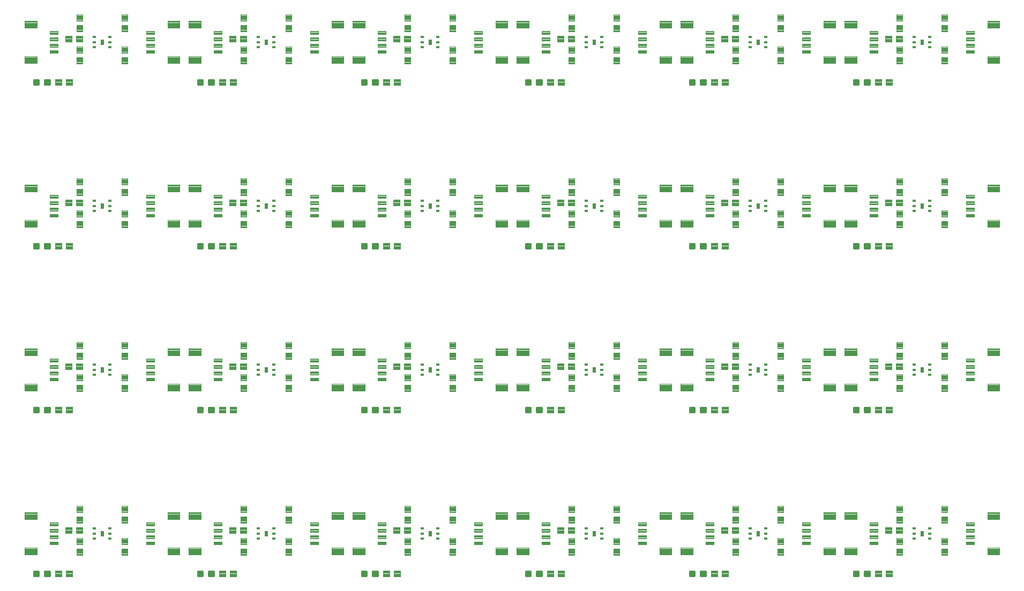
<source format=gtp>
G04 EAGLE Gerber RS-274X export*
G75*
%MOMM*%
%FSLAX34Y34*%
%LPD*%
%INSolderpaste Top*%
%IPPOS*%
%AMOC8*
5,1,8,0,0,1.08239X$1,22.5*%
G01*
%ADD10C,0.096000*%
%ADD11C,0.102000*%
%ADD12C,0.100000*%
%ADD13C,0.300000*%
%ADD14R,0.550000X0.400000*%
%ADD15R,0.600000X0.850000*%


D10*
X4530Y149480D02*
X4530Y160520D01*
X23570Y160520D01*
X23570Y149480D01*
X4530Y149480D01*
X4530Y150392D02*
X23570Y150392D01*
X23570Y151304D02*
X4530Y151304D01*
X4530Y152216D02*
X23570Y152216D01*
X23570Y153128D02*
X4530Y153128D01*
X4530Y154040D02*
X23570Y154040D01*
X23570Y154952D02*
X4530Y154952D01*
X4530Y155864D02*
X23570Y155864D01*
X23570Y156776D02*
X4530Y156776D01*
X4530Y157688D02*
X23570Y157688D01*
X23570Y158600D02*
X4530Y158600D01*
X4530Y159512D02*
X23570Y159512D01*
X23570Y160424D02*
X4530Y160424D01*
X4530Y104520D02*
X4530Y93480D01*
X4530Y104520D02*
X23570Y104520D01*
X23570Y93480D01*
X4530Y93480D01*
X4530Y94392D02*
X23570Y94392D01*
X23570Y95304D02*
X4530Y95304D01*
X4530Y96216D02*
X23570Y96216D01*
X23570Y97128D02*
X4530Y97128D01*
X4530Y98040D02*
X23570Y98040D01*
X23570Y98952D02*
X4530Y98952D01*
X4530Y99864D02*
X23570Y99864D01*
X23570Y100776D02*
X4530Y100776D01*
X4530Y101688D02*
X23570Y101688D01*
X23570Y102600D02*
X4530Y102600D01*
X4530Y103512D02*
X23570Y103512D01*
X23570Y104424D02*
X4530Y104424D01*
D11*
X44560Y139510D02*
X44560Y144490D01*
X57040Y144490D01*
X57040Y139510D01*
X44560Y139510D01*
X44560Y140479D02*
X57040Y140479D01*
X57040Y141448D02*
X44560Y141448D01*
X44560Y142417D02*
X57040Y142417D01*
X57040Y143386D02*
X44560Y143386D01*
X44560Y144355D02*
X57040Y144355D01*
X44560Y134490D02*
X44560Y129510D01*
X44560Y134490D02*
X57040Y134490D01*
X57040Y129510D01*
X44560Y129510D01*
X44560Y130479D02*
X57040Y130479D01*
X57040Y131448D02*
X44560Y131448D01*
X44560Y132417D02*
X57040Y132417D01*
X57040Y133386D02*
X44560Y133386D01*
X44560Y134355D02*
X57040Y134355D01*
X44560Y124490D02*
X44560Y119510D01*
X44560Y124490D02*
X57040Y124490D01*
X57040Y119510D01*
X44560Y119510D01*
X44560Y120479D02*
X57040Y120479D01*
X57040Y121448D02*
X44560Y121448D01*
X44560Y122417D02*
X57040Y122417D01*
X57040Y123386D02*
X44560Y123386D01*
X44560Y124355D02*
X57040Y124355D01*
X44560Y114490D02*
X44560Y109510D01*
X44560Y114490D02*
X57040Y114490D01*
X57040Y109510D01*
X44560Y109510D01*
X44560Y110479D02*
X57040Y110479D01*
X57040Y111448D02*
X44560Y111448D01*
X44560Y112417D02*
X57040Y112417D01*
X57040Y113386D02*
X44560Y113386D01*
X44560Y114355D02*
X57040Y114355D01*
D12*
X158060Y110180D02*
X158060Y120180D01*
X167060Y120180D01*
X167060Y110180D01*
X158060Y110180D01*
X158060Y111130D02*
X167060Y111130D01*
X167060Y112080D02*
X158060Y112080D01*
X158060Y113030D02*
X167060Y113030D01*
X167060Y113980D02*
X158060Y113980D01*
X158060Y114930D02*
X167060Y114930D01*
X167060Y115880D02*
X158060Y115880D01*
X158060Y116830D02*
X167060Y116830D01*
X167060Y117780D02*
X158060Y117780D01*
X158060Y118730D02*
X167060Y118730D01*
X167060Y119680D02*
X158060Y119680D01*
X158060Y103180D02*
X158060Y93180D01*
X158060Y103180D02*
X167060Y103180D01*
X167060Y93180D01*
X158060Y93180D01*
X158060Y94130D02*
X167060Y94130D01*
X167060Y95080D02*
X158060Y95080D01*
X158060Y96030D02*
X167060Y96030D01*
X167060Y96980D02*
X158060Y96980D01*
X158060Y97930D02*
X167060Y97930D01*
X167060Y98880D02*
X158060Y98880D01*
X158060Y99830D02*
X167060Y99830D01*
X167060Y100780D02*
X158060Y100780D01*
X158060Y101730D02*
X167060Y101730D01*
X167060Y102680D02*
X158060Y102680D01*
D10*
X249470Y104520D02*
X249470Y93480D01*
X230430Y93480D01*
X230430Y104520D01*
X249470Y104520D01*
X249470Y94392D02*
X230430Y94392D01*
X230430Y95304D02*
X249470Y95304D01*
X249470Y96216D02*
X230430Y96216D01*
X230430Y97128D02*
X249470Y97128D01*
X249470Y98040D02*
X230430Y98040D01*
X230430Y98952D02*
X249470Y98952D01*
X249470Y99864D02*
X230430Y99864D01*
X230430Y100776D02*
X249470Y100776D01*
X249470Y101688D02*
X230430Y101688D01*
X230430Y102600D02*
X249470Y102600D01*
X249470Y103512D02*
X230430Y103512D01*
X230430Y104424D02*
X249470Y104424D01*
X249470Y149480D02*
X249470Y160520D01*
X249470Y149480D02*
X230430Y149480D01*
X230430Y160520D01*
X249470Y160520D01*
X249470Y150392D02*
X230430Y150392D01*
X230430Y151304D02*
X249470Y151304D01*
X249470Y152216D02*
X230430Y152216D01*
X230430Y153128D02*
X249470Y153128D01*
X249470Y154040D02*
X230430Y154040D01*
X230430Y154952D02*
X249470Y154952D01*
X249470Y155864D02*
X230430Y155864D01*
X230430Y156776D02*
X249470Y156776D01*
X249470Y157688D02*
X230430Y157688D01*
X230430Y158600D02*
X249470Y158600D01*
X249470Y159512D02*
X230430Y159512D01*
X230430Y160424D02*
X249470Y160424D01*
D11*
X209440Y114490D02*
X209440Y109510D01*
X196960Y109510D01*
X196960Y114490D01*
X209440Y114490D01*
X209440Y110479D02*
X196960Y110479D01*
X196960Y111448D02*
X209440Y111448D01*
X209440Y112417D02*
X196960Y112417D01*
X196960Y113386D02*
X209440Y113386D01*
X209440Y114355D02*
X196960Y114355D01*
X209440Y119510D02*
X209440Y124490D01*
X209440Y119510D02*
X196960Y119510D01*
X196960Y124490D01*
X209440Y124490D01*
X209440Y120479D02*
X196960Y120479D01*
X196960Y121448D02*
X209440Y121448D01*
X209440Y122417D02*
X196960Y122417D01*
X196960Y123386D02*
X209440Y123386D01*
X209440Y124355D02*
X196960Y124355D01*
X209440Y129510D02*
X209440Y134490D01*
X209440Y129510D02*
X196960Y129510D01*
X196960Y134490D01*
X209440Y134490D01*
X209440Y130479D02*
X196960Y130479D01*
X196960Y131448D02*
X209440Y131448D01*
X209440Y132417D02*
X196960Y132417D01*
X196960Y133386D02*
X209440Y133386D01*
X209440Y134355D02*
X196960Y134355D01*
X209440Y139510D02*
X209440Y144490D01*
X209440Y139510D02*
X196960Y139510D01*
X196960Y144490D01*
X209440Y144490D01*
X209440Y140479D02*
X196960Y140479D01*
X196960Y141448D02*
X209440Y141448D01*
X209440Y142417D02*
X196960Y142417D01*
X196960Y143386D02*
X209440Y143386D01*
X209440Y144355D02*
X196960Y144355D01*
D12*
X62540Y59000D02*
X52540Y59000D01*
X52540Y68000D01*
X62540Y68000D01*
X62540Y59000D01*
X62540Y59950D02*
X52540Y59950D01*
X52540Y60900D02*
X62540Y60900D01*
X62540Y61850D02*
X52540Y61850D01*
X52540Y62800D02*
X62540Y62800D01*
X62540Y63750D02*
X52540Y63750D01*
X52540Y64700D02*
X62540Y64700D01*
X62540Y65650D02*
X52540Y65650D01*
X52540Y66600D02*
X62540Y66600D01*
X62540Y67550D02*
X52540Y67550D01*
X69540Y59000D02*
X79540Y59000D01*
X69540Y59000D02*
X69540Y68000D01*
X79540Y68000D01*
X79540Y59000D01*
X79540Y59950D02*
X69540Y59950D01*
X69540Y60900D02*
X79540Y60900D01*
X79540Y61850D02*
X69540Y61850D01*
X69540Y62800D02*
X79540Y62800D01*
X79540Y63750D02*
X69540Y63750D01*
X69540Y64700D02*
X79540Y64700D01*
X79540Y65650D02*
X69540Y65650D01*
X69540Y66600D02*
X79540Y66600D01*
X79540Y67550D02*
X69540Y67550D01*
D13*
X26480Y67000D02*
X26480Y60000D01*
X19480Y60000D01*
X19480Y67000D01*
X26480Y67000D01*
X26480Y62850D02*
X19480Y62850D01*
X19480Y65700D02*
X26480Y65700D01*
X44020Y67000D02*
X44020Y60000D01*
X37020Y60000D01*
X37020Y67000D01*
X44020Y67000D01*
X44020Y62850D02*
X37020Y62850D01*
X37020Y65700D02*
X44020Y65700D01*
D12*
X95940Y143980D02*
X95940Y153980D01*
X95940Y143980D02*
X86940Y143980D01*
X86940Y153980D01*
X95940Y153980D01*
X95940Y144930D02*
X86940Y144930D01*
X86940Y145880D02*
X95940Y145880D01*
X95940Y146830D02*
X86940Y146830D01*
X86940Y147780D02*
X95940Y147780D01*
X95940Y148730D02*
X86940Y148730D01*
X86940Y149680D02*
X95940Y149680D01*
X95940Y150630D02*
X86940Y150630D01*
X86940Y151580D02*
X95940Y151580D01*
X95940Y152530D02*
X86940Y152530D01*
X86940Y153480D02*
X95940Y153480D01*
X95940Y160980D02*
X95940Y170980D01*
X95940Y160980D02*
X86940Y160980D01*
X86940Y170980D01*
X95940Y170980D01*
X95940Y161930D02*
X86940Y161930D01*
X86940Y162880D02*
X95940Y162880D01*
X95940Y163830D02*
X86940Y163830D01*
X86940Y164780D02*
X95940Y164780D01*
X95940Y165730D02*
X86940Y165730D01*
X86940Y166680D02*
X95940Y166680D01*
X95940Y167630D02*
X86940Y167630D01*
X86940Y168580D02*
X95940Y168580D01*
X95940Y169530D02*
X86940Y169530D01*
X86940Y170480D02*
X95940Y170480D01*
X167060Y153980D02*
X167060Y143980D01*
X158060Y143980D01*
X158060Y153980D01*
X167060Y153980D01*
X167060Y144930D02*
X158060Y144930D01*
X158060Y145880D02*
X167060Y145880D01*
X167060Y146830D02*
X158060Y146830D01*
X158060Y147780D02*
X167060Y147780D01*
X167060Y148730D02*
X158060Y148730D01*
X158060Y149680D02*
X167060Y149680D01*
X167060Y150630D02*
X158060Y150630D01*
X158060Y151580D02*
X167060Y151580D01*
X167060Y152530D02*
X158060Y152530D01*
X158060Y153480D02*
X167060Y153480D01*
X167060Y160980D02*
X167060Y170980D01*
X167060Y160980D02*
X158060Y160980D01*
X158060Y170980D01*
X167060Y170980D01*
X167060Y161930D02*
X158060Y161930D01*
X158060Y162880D02*
X167060Y162880D01*
X167060Y163830D02*
X158060Y163830D01*
X158060Y164780D02*
X167060Y164780D01*
X167060Y165730D02*
X158060Y165730D01*
X158060Y166680D02*
X167060Y166680D01*
X167060Y167630D02*
X158060Y167630D01*
X158060Y168580D02*
X167060Y168580D01*
X167060Y169530D02*
X158060Y169530D01*
X158060Y170480D02*
X167060Y170480D01*
D14*
X114500Y135000D03*
X114500Y127000D03*
X114500Y119000D03*
X139500Y135000D03*
X139500Y127000D03*
X139500Y119000D03*
D15*
X127000Y127000D03*
D12*
X86940Y120180D02*
X86940Y110180D01*
X86940Y120180D02*
X95940Y120180D01*
X95940Y110180D01*
X86940Y110180D01*
X86940Y111130D02*
X95940Y111130D01*
X95940Y112080D02*
X86940Y112080D01*
X86940Y113030D02*
X95940Y113030D01*
X95940Y113980D02*
X86940Y113980D01*
X86940Y114930D02*
X95940Y114930D01*
X95940Y115880D02*
X86940Y115880D01*
X86940Y116830D02*
X95940Y116830D01*
X95940Y117780D02*
X86940Y117780D01*
X86940Y118730D02*
X95940Y118730D01*
X95940Y119680D02*
X86940Y119680D01*
X86940Y103180D02*
X86940Y93180D01*
X86940Y103180D02*
X95940Y103180D01*
X95940Y93180D01*
X86940Y93180D01*
X86940Y94130D02*
X95940Y94130D01*
X95940Y95080D02*
X86940Y95080D01*
X86940Y96030D02*
X95940Y96030D01*
X95940Y96980D02*
X86940Y96980D01*
X86940Y97930D02*
X95940Y97930D01*
X95940Y98880D02*
X86940Y98880D01*
X86940Y99830D02*
X95940Y99830D01*
X95940Y100780D02*
X86940Y100780D01*
X86940Y101730D02*
X95940Y101730D01*
X95940Y102680D02*
X86940Y102680D01*
X79050Y127580D02*
X69050Y127580D01*
X69050Y136580D01*
X79050Y136580D01*
X79050Y127580D01*
X79050Y128530D02*
X69050Y128530D01*
X69050Y129480D02*
X79050Y129480D01*
X79050Y130430D02*
X69050Y130430D01*
X69050Y131380D02*
X79050Y131380D01*
X79050Y132330D02*
X69050Y132330D01*
X69050Y133280D02*
X79050Y133280D01*
X79050Y134230D02*
X69050Y134230D01*
X69050Y135180D02*
X79050Y135180D01*
X79050Y136130D02*
X69050Y136130D01*
X86050Y127580D02*
X96050Y127580D01*
X86050Y127580D02*
X86050Y136580D01*
X96050Y136580D01*
X96050Y127580D01*
X96050Y128530D02*
X86050Y128530D01*
X86050Y129480D02*
X96050Y129480D01*
X96050Y130430D02*
X86050Y130430D01*
X86050Y131380D02*
X96050Y131380D01*
X96050Y132330D02*
X86050Y132330D01*
X86050Y133280D02*
X96050Y133280D01*
X96050Y134230D02*
X86050Y134230D01*
X86050Y135180D02*
X96050Y135180D01*
X96050Y136130D02*
X86050Y136130D01*
D10*
X263610Y149480D02*
X263610Y160520D01*
X282650Y160520D01*
X282650Y149480D01*
X263610Y149480D01*
X263610Y150392D02*
X282650Y150392D01*
X282650Y151304D02*
X263610Y151304D01*
X263610Y152216D02*
X282650Y152216D01*
X282650Y153128D02*
X263610Y153128D01*
X263610Y154040D02*
X282650Y154040D01*
X282650Y154952D02*
X263610Y154952D01*
X263610Y155864D02*
X282650Y155864D01*
X282650Y156776D02*
X263610Y156776D01*
X263610Y157688D02*
X282650Y157688D01*
X282650Y158600D02*
X263610Y158600D01*
X263610Y159512D02*
X282650Y159512D01*
X282650Y160424D02*
X263610Y160424D01*
X263610Y104520D02*
X263610Y93480D01*
X263610Y104520D02*
X282650Y104520D01*
X282650Y93480D01*
X263610Y93480D01*
X263610Y94392D02*
X282650Y94392D01*
X282650Y95304D02*
X263610Y95304D01*
X263610Y96216D02*
X282650Y96216D01*
X282650Y97128D02*
X263610Y97128D01*
X263610Y98040D02*
X282650Y98040D01*
X282650Y98952D02*
X263610Y98952D01*
X263610Y99864D02*
X282650Y99864D01*
X282650Y100776D02*
X263610Y100776D01*
X263610Y101688D02*
X282650Y101688D01*
X282650Y102600D02*
X263610Y102600D01*
X263610Y103512D02*
X282650Y103512D01*
X282650Y104424D02*
X263610Y104424D01*
D11*
X303640Y139510D02*
X303640Y144490D01*
X316120Y144490D01*
X316120Y139510D01*
X303640Y139510D01*
X303640Y140479D02*
X316120Y140479D01*
X316120Y141448D02*
X303640Y141448D01*
X303640Y142417D02*
X316120Y142417D01*
X316120Y143386D02*
X303640Y143386D01*
X303640Y144355D02*
X316120Y144355D01*
X303640Y134490D02*
X303640Y129510D01*
X303640Y134490D02*
X316120Y134490D01*
X316120Y129510D01*
X303640Y129510D01*
X303640Y130479D02*
X316120Y130479D01*
X316120Y131448D02*
X303640Y131448D01*
X303640Y132417D02*
X316120Y132417D01*
X316120Y133386D02*
X303640Y133386D01*
X303640Y134355D02*
X316120Y134355D01*
X303640Y124490D02*
X303640Y119510D01*
X303640Y124490D02*
X316120Y124490D01*
X316120Y119510D01*
X303640Y119510D01*
X303640Y120479D02*
X316120Y120479D01*
X316120Y121448D02*
X303640Y121448D01*
X303640Y122417D02*
X316120Y122417D01*
X316120Y123386D02*
X303640Y123386D01*
X303640Y124355D02*
X316120Y124355D01*
X303640Y114490D02*
X303640Y109510D01*
X303640Y114490D02*
X316120Y114490D01*
X316120Y109510D01*
X303640Y109510D01*
X303640Y110479D02*
X316120Y110479D01*
X316120Y111448D02*
X303640Y111448D01*
X303640Y112417D02*
X316120Y112417D01*
X316120Y113386D02*
X303640Y113386D01*
X303640Y114355D02*
X316120Y114355D01*
D12*
X417140Y110180D02*
X417140Y120180D01*
X426140Y120180D01*
X426140Y110180D01*
X417140Y110180D01*
X417140Y111130D02*
X426140Y111130D01*
X426140Y112080D02*
X417140Y112080D01*
X417140Y113030D02*
X426140Y113030D01*
X426140Y113980D02*
X417140Y113980D01*
X417140Y114930D02*
X426140Y114930D01*
X426140Y115880D02*
X417140Y115880D01*
X417140Y116830D02*
X426140Y116830D01*
X426140Y117780D02*
X417140Y117780D01*
X417140Y118730D02*
X426140Y118730D01*
X426140Y119680D02*
X417140Y119680D01*
X417140Y103180D02*
X417140Y93180D01*
X417140Y103180D02*
X426140Y103180D01*
X426140Y93180D01*
X417140Y93180D01*
X417140Y94130D02*
X426140Y94130D01*
X426140Y95080D02*
X417140Y95080D01*
X417140Y96030D02*
X426140Y96030D01*
X426140Y96980D02*
X417140Y96980D01*
X417140Y97930D02*
X426140Y97930D01*
X426140Y98880D02*
X417140Y98880D01*
X417140Y99830D02*
X426140Y99830D01*
X426140Y100780D02*
X417140Y100780D01*
X417140Y101730D02*
X426140Y101730D01*
X426140Y102680D02*
X417140Y102680D01*
D10*
X508550Y104520D02*
X508550Y93480D01*
X489510Y93480D01*
X489510Y104520D01*
X508550Y104520D01*
X508550Y94392D02*
X489510Y94392D01*
X489510Y95304D02*
X508550Y95304D01*
X508550Y96216D02*
X489510Y96216D01*
X489510Y97128D02*
X508550Y97128D01*
X508550Y98040D02*
X489510Y98040D01*
X489510Y98952D02*
X508550Y98952D01*
X508550Y99864D02*
X489510Y99864D01*
X489510Y100776D02*
X508550Y100776D01*
X508550Y101688D02*
X489510Y101688D01*
X489510Y102600D02*
X508550Y102600D01*
X508550Y103512D02*
X489510Y103512D01*
X489510Y104424D02*
X508550Y104424D01*
X508550Y149480D02*
X508550Y160520D01*
X508550Y149480D02*
X489510Y149480D01*
X489510Y160520D01*
X508550Y160520D01*
X508550Y150392D02*
X489510Y150392D01*
X489510Y151304D02*
X508550Y151304D01*
X508550Y152216D02*
X489510Y152216D01*
X489510Y153128D02*
X508550Y153128D01*
X508550Y154040D02*
X489510Y154040D01*
X489510Y154952D02*
X508550Y154952D01*
X508550Y155864D02*
X489510Y155864D01*
X489510Y156776D02*
X508550Y156776D01*
X508550Y157688D02*
X489510Y157688D01*
X489510Y158600D02*
X508550Y158600D01*
X508550Y159512D02*
X489510Y159512D01*
X489510Y160424D02*
X508550Y160424D01*
D11*
X468520Y114490D02*
X468520Y109510D01*
X456040Y109510D01*
X456040Y114490D01*
X468520Y114490D01*
X468520Y110479D02*
X456040Y110479D01*
X456040Y111448D02*
X468520Y111448D01*
X468520Y112417D02*
X456040Y112417D01*
X456040Y113386D02*
X468520Y113386D01*
X468520Y114355D02*
X456040Y114355D01*
X468520Y119510D02*
X468520Y124490D01*
X468520Y119510D02*
X456040Y119510D01*
X456040Y124490D01*
X468520Y124490D01*
X468520Y120479D02*
X456040Y120479D01*
X456040Y121448D02*
X468520Y121448D01*
X468520Y122417D02*
X456040Y122417D01*
X456040Y123386D02*
X468520Y123386D01*
X468520Y124355D02*
X456040Y124355D01*
X468520Y129510D02*
X468520Y134490D01*
X468520Y129510D02*
X456040Y129510D01*
X456040Y134490D01*
X468520Y134490D01*
X468520Y130479D02*
X456040Y130479D01*
X456040Y131448D02*
X468520Y131448D01*
X468520Y132417D02*
X456040Y132417D01*
X456040Y133386D02*
X468520Y133386D01*
X468520Y134355D02*
X456040Y134355D01*
X468520Y139510D02*
X468520Y144490D01*
X468520Y139510D02*
X456040Y139510D01*
X456040Y144490D01*
X468520Y144490D01*
X468520Y140479D02*
X456040Y140479D01*
X456040Y141448D02*
X468520Y141448D01*
X468520Y142417D02*
X456040Y142417D01*
X456040Y143386D02*
X468520Y143386D01*
X468520Y144355D02*
X456040Y144355D01*
D12*
X321620Y59000D02*
X311620Y59000D01*
X311620Y68000D01*
X321620Y68000D01*
X321620Y59000D01*
X321620Y59950D02*
X311620Y59950D01*
X311620Y60900D02*
X321620Y60900D01*
X321620Y61850D02*
X311620Y61850D01*
X311620Y62800D02*
X321620Y62800D01*
X321620Y63750D02*
X311620Y63750D01*
X311620Y64700D02*
X321620Y64700D01*
X321620Y65650D02*
X311620Y65650D01*
X311620Y66600D02*
X321620Y66600D01*
X321620Y67550D02*
X311620Y67550D01*
X328620Y59000D02*
X338620Y59000D01*
X328620Y59000D02*
X328620Y68000D01*
X338620Y68000D01*
X338620Y59000D01*
X338620Y59950D02*
X328620Y59950D01*
X328620Y60900D02*
X338620Y60900D01*
X338620Y61850D02*
X328620Y61850D01*
X328620Y62800D02*
X338620Y62800D01*
X338620Y63750D02*
X328620Y63750D01*
X328620Y64700D02*
X338620Y64700D01*
X338620Y65650D02*
X328620Y65650D01*
X328620Y66600D02*
X338620Y66600D01*
X338620Y67550D02*
X328620Y67550D01*
D13*
X285560Y67000D02*
X285560Y60000D01*
X278560Y60000D01*
X278560Y67000D01*
X285560Y67000D01*
X285560Y62850D02*
X278560Y62850D01*
X278560Y65700D02*
X285560Y65700D01*
X303100Y67000D02*
X303100Y60000D01*
X296100Y60000D01*
X296100Y67000D01*
X303100Y67000D01*
X303100Y62850D02*
X296100Y62850D01*
X296100Y65700D02*
X303100Y65700D01*
D12*
X355020Y143980D02*
X355020Y153980D01*
X355020Y143980D02*
X346020Y143980D01*
X346020Y153980D01*
X355020Y153980D01*
X355020Y144930D02*
X346020Y144930D01*
X346020Y145880D02*
X355020Y145880D01*
X355020Y146830D02*
X346020Y146830D01*
X346020Y147780D02*
X355020Y147780D01*
X355020Y148730D02*
X346020Y148730D01*
X346020Y149680D02*
X355020Y149680D01*
X355020Y150630D02*
X346020Y150630D01*
X346020Y151580D02*
X355020Y151580D01*
X355020Y152530D02*
X346020Y152530D01*
X346020Y153480D02*
X355020Y153480D01*
X355020Y160980D02*
X355020Y170980D01*
X355020Y160980D02*
X346020Y160980D01*
X346020Y170980D01*
X355020Y170980D01*
X355020Y161930D02*
X346020Y161930D01*
X346020Y162880D02*
X355020Y162880D01*
X355020Y163830D02*
X346020Y163830D01*
X346020Y164780D02*
X355020Y164780D01*
X355020Y165730D02*
X346020Y165730D01*
X346020Y166680D02*
X355020Y166680D01*
X355020Y167630D02*
X346020Y167630D01*
X346020Y168580D02*
X355020Y168580D01*
X355020Y169530D02*
X346020Y169530D01*
X346020Y170480D02*
X355020Y170480D01*
X426140Y153980D02*
X426140Y143980D01*
X417140Y143980D01*
X417140Y153980D01*
X426140Y153980D01*
X426140Y144930D02*
X417140Y144930D01*
X417140Y145880D02*
X426140Y145880D01*
X426140Y146830D02*
X417140Y146830D01*
X417140Y147780D02*
X426140Y147780D01*
X426140Y148730D02*
X417140Y148730D01*
X417140Y149680D02*
X426140Y149680D01*
X426140Y150630D02*
X417140Y150630D01*
X417140Y151580D02*
X426140Y151580D01*
X426140Y152530D02*
X417140Y152530D01*
X417140Y153480D02*
X426140Y153480D01*
X426140Y160980D02*
X426140Y170980D01*
X426140Y160980D02*
X417140Y160980D01*
X417140Y170980D01*
X426140Y170980D01*
X426140Y161930D02*
X417140Y161930D01*
X417140Y162880D02*
X426140Y162880D01*
X426140Y163830D02*
X417140Y163830D01*
X417140Y164780D02*
X426140Y164780D01*
X426140Y165730D02*
X417140Y165730D01*
X417140Y166680D02*
X426140Y166680D01*
X426140Y167630D02*
X417140Y167630D01*
X417140Y168580D02*
X426140Y168580D01*
X426140Y169530D02*
X417140Y169530D01*
X417140Y170480D02*
X426140Y170480D01*
D14*
X373580Y135000D03*
X373580Y127000D03*
X373580Y119000D03*
X398580Y135000D03*
X398580Y127000D03*
X398580Y119000D03*
D15*
X386080Y127000D03*
D12*
X346020Y120180D02*
X346020Y110180D01*
X346020Y120180D02*
X355020Y120180D01*
X355020Y110180D01*
X346020Y110180D01*
X346020Y111130D02*
X355020Y111130D01*
X355020Y112080D02*
X346020Y112080D01*
X346020Y113030D02*
X355020Y113030D01*
X355020Y113980D02*
X346020Y113980D01*
X346020Y114930D02*
X355020Y114930D01*
X355020Y115880D02*
X346020Y115880D01*
X346020Y116830D02*
X355020Y116830D01*
X355020Y117780D02*
X346020Y117780D01*
X346020Y118730D02*
X355020Y118730D01*
X355020Y119680D02*
X346020Y119680D01*
X346020Y103180D02*
X346020Y93180D01*
X346020Y103180D02*
X355020Y103180D01*
X355020Y93180D01*
X346020Y93180D01*
X346020Y94130D02*
X355020Y94130D01*
X355020Y95080D02*
X346020Y95080D01*
X346020Y96030D02*
X355020Y96030D01*
X355020Y96980D02*
X346020Y96980D01*
X346020Y97930D02*
X355020Y97930D01*
X355020Y98880D02*
X346020Y98880D01*
X346020Y99830D02*
X355020Y99830D01*
X355020Y100780D02*
X346020Y100780D01*
X346020Y101730D02*
X355020Y101730D01*
X355020Y102680D02*
X346020Y102680D01*
X338130Y127580D02*
X328130Y127580D01*
X328130Y136580D01*
X338130Y136580D01*
X338130Y127580D01*
X338130Y128530D02*
X328130Y128530D01*
X328130Y129480D02*
X338130Y129480D01*
X338130Y130430D02*
X328130Y130430D01*
X328130Y131380D02*
X338130Y131380D01*
X338130Y132330D02*
X328130Y132330D01*
X328130Y133280D02*
X338130Y133280D01*
X338130Y134230D02*
X328130Y134230D01*
X328130Y135180D02*
X338130Y135180D01*
X338130Y136130D02*
X328130Y136130D01*
X345130Y127580D02*
X355130Y127580D01*
X345130Y127580D02*
X345130Y136580D01*
X355130Y136580D01*
X355130Y127580D01*
X355130Y128530D02*
X345130Y128530D01*
X345130Y129480D02*
X355130Y129480D01*
X355130Y130430D02*
X345130Y130430D01*
X345130Y131380D02*
X355130Y131380D01*
X355130Y132330D02*
X345130Y132330D01*
X345130Y133280D02*
X355130Y133280D01*
X355130Y134230D02*
X345130Y134230D01*
X345130Y135180D02*
X355130Y135180D01*
X355130Y136130D02*
X345130Y136130D01*
D10*
X522690Y149480D02*
X522690Y160520D01*
X541730Y160520D01*
X541730Y149480D01*
X522690Y149480D01*
X522690Y150392D02*
X541730Y150392D01*
X541730Y151304D02*
X522690Y151304D01*
X522690Y152216D02*
X541730Y152216D01*
X541730Y153128D02*
X522690Y153128D01*
X522690Y154040D02*
X541730Y154040D01*
X541730Y154952D02*
X522690Y154952D01*
X522690Y155864D02*
X541730Y155864D01*
X541730Y156776D02*
X522690Y156776D01*
X522690Y157688D02*
X541730Y157688D01*
X541730Y158600D02*
X522690Y158600D01*
X522690Y159512D02*
X541730Y159512D01*
X541730Y160424D02*
X522690Y160424D01*
X522690Y104520D02*
X522690Y93480D01*
X522690Y104520D02*
X541730Y104520D01*
X541730Y93480D01*
X522690Y93480D01*
X522690Y94392D02*
X541730Y94392D01*
X541730Y95304D02*
X522690Y95304D01*
X522690Y96216D02*
X541730Y96216D01*
X541730Y97128D02*
X522690Y97128D01*
X522690Y98040D02*
X541730Y98040D01*
X541730Y98952D02*
X522690Y98952D01*
X522690Y99864D02*
X541730Y99864D01*
X541730Y100776D02*
X522690Y100776D01*
X522690Y101688D02*
X541730Y101688D01*
X541730Y102600D02*
X522690Y102600D01*
X522690Y103512D02*
X541730Y103512D01*
X541730Y104424D02*
X522690Y104424D01*
D11*
X562720Y139510D02*
X562720Y144490D01*
X575200Y144490D01*
X575200Y139510D01*
X562720Y139510D01*
X562720Y140479D02*
X575200Y140479D01*
X575200Y141448D02*
X562720Y141448D01*
X562720Y142417D02*
X575200Y142417D01*
X575200Y143386D02*
X562720Y143386D01*
X562720Y144355D02*
X575200Y144355D01*
X562720Y134490D02*
X562720Y129510D01*
X562720Y134490D02*
X575200Y134490D01*
X575200Y129510D01*
X562720Y129510D01*
X562720Y130479D02*
X575200Y130479D01*
X575200Y131448D02*
X562720Y131448D01*
X562720Y132417D02*
X575200Y132417D01*
X575200Y133386D02*
X562720Y133386D01*
X562720Y134355D02*
X575200Y134355D01*
X562720Y124490D02*
X562720Y119510D01*
X562720Y124490D02*
X575200Y124490D01*
X575200Y119510D01*
X562720Y119510D01*
X562720Y120479D02*
X575200Y120479D01*
X575200Y121448D02*
X562720Y121448D01*
X562720Y122417D02*
X575200Y122417D01*
X575200Y123386D02*
X562720Y123386D01*
X562720Y124355D02*
X575200Y124355D01*
X562720Y114490D02*
X562720Y109510D01*
X562720Y114490D02*
X575200Y114490D01*
X575200Y109510D01*
X562720Y109510D01*
X562720Y110479D02*
X575200Y110479D01*
X575200Y111448D02*
X562720Y111448D01*
X562720Y112417D02*
X575200Y112417D01*
X575200Y113386D02*
X562720Y113386D01*
X562720Y114355D02*
X575200Y114355D01*
D12*
X676220Y110180D02*
X676220Y120180D01*
X685220Y120180D01*
X685220Y110180D01*
X676220Y110180D01*
X676220Y111130D02*
X685220Y111130D01*
X685220Y112080D02*
X676220Y112080D01*
X676220Y113030D02*
X685220Y113030D01*
X685220Y113980D02*
X676220Y113980D01*
X676220Y114930D02*
X685220Y114930D01*
X685220Y115880D02*
X676220Y115880D01*
X676220Y116830D02*
X685220Y116830D01*
X685220Y117780D02*
X676220Y117780D01*
X676220Y118730D02*
X685220Y118730D01*
X685220Y119680D02*
X676220Y119680D01*
X676220Y103180D02*
X676220Y93180D01*
X676220Y103180D02*
X685220Y103180D01*
X685220Y93180D01*
X676220Y93180D01*
X676220Y94130D02*
X685220Y94130D01*
X685220Y95080D02*
X676220Y95080D01*
X676220Y96030D02*
X685220Y96030D01*
X685220Y96980D02*
X676220Y96980D01*
X676220Y97930D02*
X685220Y97930D01*
X685220Y98880D02*
X676220Y98880D01*
X676220Y99830D02*
X685220Y99830D01*
X685220Y100780D02*
X676220Y100780D01*
X676220Y101730D02*
X685220Y101730D01*
X685220Y102680D02*
X676220Y102680D01*
D10*
X767630Y104520D02*
X767630Y93480D01*
X748590Y93480D01*
X748590Y104520D01*
X767630Y104520D01*
X767630Y94392D02*
X748590Y94392D01*
X748590Y95304D02*
X767630Y95304D01*
X767630Y96216D02*
X748590Y96216D01*
X748590Y97128D02*
X767630Y97128D01*
X767630Y98040D02*
X748590Y98040D01*
X748590Y98952D02*
X767630Y98952D01*
X767630Y99864D02*
X748590Y99864D01*
X748590Y100776D02*
X767630Y100776D01*
X767630Y101688D02*
X748590Y101688D01*
X748590Y102600D02*
X767630Y102600D01*
X767630Y103512D02*
X748590Y103512D01*
X748590Y104424D02*
X767630Y104424D01*
X767630Y149480D02*
X767630Y160520D01*
X767630Y149480D02*
X748590Y149480D01*
X748590Y160520D01*
X767630Y160520D01*
X767630Y150392D02*
X748590Y150392D01*
X748590Y151304D02*
X767630Y151304D01*
X767630Y152216D02*
X748590Y152216D01*
X748590Y153128D02*
X767630Y153128D01*
X767630Y154040D02*
X748590Y154040D01*
X748590Y154952D02*
X767630Y154952D01*
X767630Y155864D02*
X748590Y155864D01*
X748590Y156776D02*
X767630Y156776D01*
X767630Y157688D02*
X748590Y157688D01*
X748590Y158600D02*
X767630Y158600D01*
X767630Y159512D02*
X748590Y159512D01*
X748590Y160424D02*
X767630Y160424D01*
D11*
X727600Y114490D02*
X727600Y109510D01*
X715120Y109510D01*
X715120Y114490D01*
X727600Y114490D01*
X727600Y110479D02*
X715120Y110479D01*
X715120Y111448D02*
X727600Y111448D01*
X727600Y112417D02*
X715120Y112417D01*
X715120Y113386D02*
X727600Y113386D01*
X727600Y114355D02*
X715120Y114355D01*
X727600Y119510D02*
X727600Y124490D01*
X727600Y119510D02*
X715120Y119510D01*
X715120Y124490D01*
X727600Y124490D01*
X727600Y120479D02*
X715120Y120479D01*
X715120Y121448D02*
X727600Y121448D01*
X727600Y122417D02*
X715120Y122417D01*
X715120Y123386D02*
X727600Y123386D01*
X727600Y124355D02*
X715120Y124355D01*
X727600Y129510D02*
X727600Y134490D01*
X727600Y129510D02*
X715120Y129510D01*
X715120Y134490D01*
X727600Y134490D01*
X727600Y130479D02*
X715120Y130479D01*
X715120Y131448D02*
X727600Y131448D01*
X727600Y132417D02*
X715120Y132417D01*
X715120Y133386D02*
X727600Y133386D01*
X727600Y134355D02*
X715120Y134355D01*
X727600Y139510D02*
X727600Y144490D01*
X727600Y139510D02*
X715120Y139510D01*
X715120Y144490D01*
X727600Y144490D01*
X727600Y140479D02*
X715120Y140479D01*
X715120Y141448D02*
X727600Y141448D01*
X727600Y142417D02*
X715120Y142417D01*
X715120Y143386D02*
X727600Y143386D01*
X727600Y144355D02*
X715120Y144355D01*
D12*
X580700Y59000D02*
X570700Y59000D01*
X570700Y68000D01*
X580700Y68000D01*
X580700Y59000D01*
X580700Y59950D02*
X570700Y59950D01*
X570700Y60900D02*
X580700Y60900D01*
X580700Y61850D02*
X570700Y61850D01*
X570700Y62800D02*
X580700Y62800D01*
X580700Y63750D02*
X570700Y63750D01*
X570700Y64700D02*
X580700Y64700D01*
X580700Y65650D02*
X570700Y65650D01*
X570700Y66600D02*
X580700Y66600D01*
X580700Y67550D02*
X570700Y67550D01*
X587700Y59000D02*
X597700Y59000D01*
X587700Y59000D02*
X587700Y68000D01*
X597700Y68000D01*
X597700Y59000D01*
X597700Y59950D02*
X587700Y59950D01*
X587700Y60900D02*
X597700Y60900D01*
X597700Y61850D02*
X587700Y61850D01*
X587700Y62800D02*
X597700Y62800D01*
X597700Y63750D02*
X587700Y63750D01*
X587700Y64700D02*
X597700Y64700D01*
X597700Y65650D02*
X587700Y65650D01*
X587700Y66600D02*
X597700Y66600D01*
X597700Y67550D02*
X587700Y67550D01*
D13*
X544640Y67000D02*
X544640Y60000D01*
X537640Y60000D01*
X537640Y67000D01*
X544640Y67000D01*
X544640Y62850D02*
X537640Y62850D01*
X537640Y65700D02*
X544640Y65700D01*
X562180Y67000D02*
X562180Y60000D01*
X555180Y60000D01*
X555180Y67000D01*
X562180Y67000D01*
X562180Y62850D02*
X555180Y62850D01*
X555180Y65700D02*
X562180Y65700D01*
D12*
X614100Y143980D02*
X614100Y153980D01*
X614100Y143980D02*
X605100Y143980D01*
X605100Y153980D01*
X614100Y153980D01*
X614100Y144930D02*
X605100Y144930D01*
X605100Y145880D02*
X614100Y145880D01*
X614100Y146830D02*
X605100Y146830D01*
X605100Y147780D02*
X614100Y147780D01*
X614100Y148730D02*
X605100Y148730D01*
X605100Y149680D02*
X614100Y149680D01*
X614100Y150630D02*
X605100Y150630D01*
X605100Y151580D02*
X614100Y151580D01*
X614100Y152530D02*
X605100Y152530D01*
X605100Y153480D02*
X614100Y153480D01*
X614100Y160980D02*
X614100Y170980D01*
X614100Y160980D02*
X605100Y160980D01*
X605100Y170980D01*
X614100Y170980D01*
X614100Y161930D02*
X605100Y161930D01*
X605100Y162880D02*
X614100Y162880D01*
X614100Y163830D02*
X605100Y163830D01*
X605100Y164780D02*
X614100Y164780D01*
X614100Y165730D02*
X605100Y165730D01*
X605100Y166680D02*
X614100Y166680D01*
X614100Y167630D02*
X605100Y167630D01*
X605100Y168580D02*
X614100Y168580D01*
X614100Y169530D02*
X605100Y169530D01*
X605100Y170480D02*
X614100Y170480D01*
X685220Y153980D02*
X685220Y143980D01*
X676220Y143980D01*
X676220Y153980D01*
X685220Y153980D01*
X685220Y144930D02*
X676220Y144930D01*
X676220Y145880D02*
X685220Y145880D01*
X685220Y146830D02*
X676220Y146830D01*
X676220Y147780D02*
X685220Y147780D01*
X685220Y148730D02*
X676220Y148730D01*
X676220Y149680D02*
X685220Y149680D01*
X685220Y150630D02*
X676220Y150630D01*
X676220Y151580D02*
X685220Y151580D01*
X685220Y152530D02*
X676220Y152530D01*
X676220Y153480D02*
X685220Y153480D01*
X685220Y160980D02*
X685220Y170980D01*
X685220Y160980D02*
X676220Y160980D01*
X676220Y170980D01*
X685220Y170980D01*
X685220Y161930D02*
X676220Y161930D01*
X676220Y162880D02*
X685220Y162880D01*
X685220Y163830D02*
X676220Y163830D01*
X676220Y164780D02*
X685220Y164780D01*
X685220Y165730D02*
X676220Y165730D01*
X676220Y166680D02*
X685220Y166680D01*
X685220Y167630D02*
X676220Y167630D01*
X676220Y168580D02*
X685220Y168580D01*
X685220Y169530D02*
X676220Y169530D01*
X676220Y170480D02*
X685220Y170480D01*
D14*
X632660Y135000D03*
X632660Y127000D03*
X632660Y119000D03*
X657660Y135000D03*
X657660Y127000D03*
X657660Y119000D03*
D15*
X645160Y127000D03*
D12*
X605100Y120180D02*
X605100Y110180D01*
X605100Y120180D02*
X614100Y120180D01*
X614100Y110180D01*
X605100Y110180D01*
X605100Y111130D02*
X614100Y111130D01*
X614100Y112080D02*
X605100Y112080D01*
X605100Y113030D02*
X614100Y113030D01*
X614100Y113980D02*
X605100Y113980D01*
X605100Y114930D02*
X614100Y114930D01*
X614100Y115880D02*
X605100Y115880D01*
X605100Y116830D02*
X614100Y116830D01*
X614100Y117780D02*
X605100Y117780D01*
X605100Y118730D02*
X614100Y118730D01*
X614100Y119680D02*
X605100Y119680D01*
X605100Y103180D02*
X605100Y93180D01*
X605100Y103180D02*
X614100Y103180D01*
X614100Y93180D01*
X605100Y93180D01*
X605100Y94130D02*
X614100Y94130D01*
X614100Y95080D02*
X605100Y95080D01*
X605100Y96030D02*
X614100Y96030D01*
X614100Y96980D02*
X605100Y96980D01*
X605100Y97930D02*
X614100Y97930D01*
X614100Y98880D02*
X605100Y98880D01*
X605100Y99830D02*
X614100Y99830D01*
X614100Y100780D02*
X605100Y100780D01*
X605100Y101730D02*
X614100Y101730D01*
X614100Y102680D02*
X605100Y102680D01*
X597210Y127580D02*
X587210Y127580D01*
X587210Y136580D01*
X597210Y136580D01*
X597210Y127580D01*
X597210Y128530D02*
X587210Y128530D01*
X587210Y129480D02*
X597210Y129480D01*
X597210Y130430D02*
X587210Y130430D01*
X587210Y131380D02*
X597210Y131380D01*
X597210Y132330D02*
X587210Y132330D01*
X587210Y133280D02*
X597210Y133280D01*
X597210Y134230D02*
X587210Y134230D01*
X587210Y135180D02*
X597210Y135180D01*
X597210Y136130D02*
X587210Y136130D01*
X604210Y127580D02*
X614210Y127580D01*
X604210Y127580D02*
X604210Y136580D01*
X614210Y136580D01*
X614210Y127580D01*
X614210Y128530D02*
X604210Y128530D01*
X604210Y129480D02*
X614210Y129480D01*
X614210Y130430D02*
X604210Y130430D01*
X604210Y131380D02*
X614210Y131380D01*
X614210Y132330D02*
X604210Y132330D01*
X604210Y133280D02*
X614210Y133280D01*
X614210Y134230D02*
X604210Y134230D01*
X604210Y135180D02*
X614210Y135180D01*
X614210Y136130D02*
X604210Y136130D01*
D10*
X781770Y149480D02*
X781770Y160520D01*
X800810Y160520D01*
X800810Y149480D01*
X781770Y149480D01*
X781770Y150392D02*
X800810Y150392D01*
X800810Y151304D02*
X781770Y151304D01*
X781770Y152216D02*
X800810Y152216D01*
X800810Y153128D02*
X781770Y153128D01*
X781770Y154040D02*
X800810Y154040D01*
X800810Y154952D02*
X781770Y154952D01*
X781770Y155864D02*
X800810Y155864D01*
X800810Y156776D02*
X781770Y156776D01*
X781770Y157688D02*
X800810Y157688D01*
X800810Y158600D02*
X781770Y158600D01*
X781770Y159512D02*
X800810Y159512D01*
X800810Y160424D02*
X781770Y160424D01*
X781770Y104520D02*
X781770Y93480D01*
X781770Y104520D02*
X800810Y104520D01*
X800810Y93480D01*
X781770Y93480D01*
X781770Y94392D02*
X800810Y94392D01*
X800810Y95304D02*
X781770Y95304D01*
X781770Y96216D02*
X800810Y96216D01*
X800810Y97128D02*
X781770Y97128D01*
X781770Y98040D02*
X800810Y98040D01*
X800810Y98952D02*
X781770Y98952D01*
X781770Y99864D02*
X800810Y99864D01*
X800810Y100776D02*
X781770Y100776D01*
X781770Y101688D02*
X800810Y101688D01*
X800810Y102600D02*
X781770Y102600D01*
X781770Y103512D02*
X800810Y103512D01*
X800810Y104424D02*
X781770Y104424D01*
D11*
X821800Y139510D02*
X821800Y144490D01*
X834280Y144490D01*
X834280Y139510D01*
X821800Y139510D01*
X821800Y140479D02*
X834280Y140479D01*
X834280Y141448D02*
X821800Y141448D01*
X821800Y142417D02*
X834280Y142417D01*
X834280Y143386D02*
X821800Y143386D01*
X821800Y144355D02*
X834280Y144355D01*
X821800Y134490D02*
X821800Y129510D01*
X821800Y134490D02*
X834280Y134490D01*
X834280Y129510D01*
X821800Y129510D01*
X821800Y130479D02*
X834280Y130479D01*
X834280Y131448D02*
X821800Y131448D01*
X821800Y132417D02*
X834280Y132417D01*
X834280Y133386D02*
X821800Y133386D01*
X821800Y134355D02*
X834280Y134355D01*
X821800Y124490D02*
X821800Y119510D01*
X821800Y124490D02*
X834280Y124490D01*
X834280Y119510D01*
X821800Y119510D01*
X821800Y120479D02*
X834280Y120479D01*
X834280Y121448D02*
X821800Y121448D01*
X821800Y122417D02*
X834280Y122417D01*
X834280Y123386D02*
X821800Y123386D01*
X821800Y124355D02*
X834280Y124355D01*
X821800Y114490D02*
X821800Y109510D01*
X821800Y114490D02*
X834280Y114490D01*
X834280Y109510D01*
X821800Y109510D01*
X821800Y110479D02*
X834280Y110479D01*
X834280Y111448D02*
X821800Y111448D01*
X821800Y112417D02*
X834280Y112417D01*
X834280Y113386D02*
X821800Y113386D01*
X821800Y114355D02*
X834280Y114355D01*
D12*
X935300Y110180D02*
X935300Y120180D01*
X944300Y120180D01*
X944300Y110180D01*
X935300Y110180D01*
X935300Y111130D02*
X944300Y111130D01*
X944300Y112080D02*
X935300Y112080D01*
X935300Y113030D02*
X944300Y113030D01*
X944300Y113980D02*
X935300Y113980D01*
X935300Y114930D02*
X944300Y114930D01*
X944300Y115880D02*
X935300Y115880D01*
X935300Y116830D02*
X944300Y116830D01*
X944300Y117780D02*
X935300Y117780D01*
X935300Y118730D02*
X944300Y118730D01*
X944300Y119680D02*
X935300Y119680D01*
X935300Y103180D02*
X935300Y93180D01*
X935300Y103180D02*
X944300Y103180D01*
X944300Y93180D01*
X935300Y93180D01*
X935300Y94130D02*
X944300Y94130D01*
X944300Y95080D02*
X935300Y95080D01*
X935300Y96030D02*
X944300Y96030D01*
X944300Y96980D02*
X935300Y96980D01*
X935300Y97930D02*
X944300Y97930D01*
X944300Y98880D02*
X935300Y98880D01*
X935300Y99830D02*
X944300Y99830D01*
X944300Y100780D02*
X935300Y100780D01*
X935300Y101730D02*
X944300Y101730D01*
X944300Y102680D02*
X935300Y102680D01*
D10*
X1026710Y104520D02*
X1026710Y93480D01*
X1007670Y93480D01*
X1007670Y104520D01*
X1026710Y104520D01*
X1026710Y94392D02*
X1007670Y94392D01*
X1007670Y95304D02*
X1026710Y95304D01*
X1026710Y96216D02*
X1007670Y96216D01*
X1007670Y97128D02*
X1026710Y97128D01*
X1026710Y98040D02*
X1007670Y98040D01*
X1007670Y98952D02*
X1026710Y98952D01*
X1026710Y99864D02*
X1007670Y99864D01*
X1007670Y100776D02*
X1026710Y100776D01*
X1026710Y101688D02*
X1007670Y101688D01*
X1007670Y102600D02*
X1026710Y102600D01*
X1026710Y103512D02*
X1007670Y103512D01*
X1007670Y104424D02*
X1026710Y104424D01*
X1026710Y149480D02*
X1026710Y160520D01*
X1026710Y149480D02*
X1007670Y149480D01*
X1007670Y160520D01*
X1026710Y160520D01*
X1026710Y150392D02*
X1007670Y150392D01*
X1007670Y151304D02*
X1026710Y151304D01*
X1026710Y152216D02*
X1007670Y152216D01*
X1007670Y153128D02*
X1026710Y153128D01*
X1026710Y154040D02*
X1007670Y154040D01*
X1007670Y154952D02*
X1026710Y154952D01*
X1026710Y155864D02*
X1007670Y155864D01*
X1007670Y156776D02*
X1026710Y156776D01*
X1026710Y157688D02*
X1007670Y157688D01*
X1007670Y158600D02*
X1026710Y158600D01*
X1026710Y159512D02*
X1007670Y159512D01*
X1007670Y160424D02*
X1026710Y160424D01*
D11*
X986680Y114490D02*
X986680Y109510D01*
X974200Y109510D01*
X974200Y114490D01*
X986680Y114490D01*
X986680Y110479D02*
X974200Y110479D01*
X974200Y111448D02*
X986680Y111448D01*
X986680Y112417D02*
X974200Y112417D01*
X974200Y113386D02*
X986680Y113386D01*
X986680Y114355D02*
X974200Y114355D01*
X986680Y119510D02*
X986680Y124490D01*
X986680Y119510D02*
X974200Y119510D01*
X974200Y124490D01*
X986680Y124490D01*
X986680Y120479D02*
X974200Y120479D01*
X974200Y121448D02*
X986680Y121448D01*
X986680Y122417D02*
X974200Y122417D01*
X974200Y123386D02*
X986680Y123386D01*
X986680Y124355D02*
X974200Y124355D01*
X986680Y129510D02*
X986680Y134490D01*
X986680Y129510D02*
X974200Y129510D01*
X974200Y134490D01*
X986680Y134490D01*
X986680Y130479D02*
X974200Y130479D01*
X974200Y131448D02*
X986680Y131448D01*
X986680Y132417D02*
X974200Y132417D01*
X974200Y133386D02*
X986680Y133386D01*
X986680Y134355D02*
X974200Y134355D01*
X986680Y139510D02*
X986680Y144490D01*
X986680Y139510D02*
X974200Y139510D01*
X974200Y144490D01*
X986680Y144490D01*
X986680Y140479D02*
X974200Y140479D01*
X974200Y141448D02*
X986680Y141448D01*
X986680Y142417D02*
X974200Y142417D01*
X974200Y143386D02*
X986680Y143386D01*
X986680Y144355D02*
X974200Y144355D01*
D12*
X839780Y59000D02*
X829780Y59000D01*
X829780Y68000D01*
X839780Y68000D01*
X839780Y59000D01*
X839780Y59950D02*
X829780Y59950D01*
X829780Y60900D02*
X839780Y60900D01*
X839780Y61850D02*
X829780Y61850D01*
X829780Y62800D02*
X839780Y62800D01*
X839780Y63750D02*
X829780Y63750D01*
X829780Y64700D02*
X839780Y64700D01*
X839780Y65650D02*
X829780Y65650D01*
X829780Y66600D02*
X839780Y66600D01*
X839780Y67550D02*
X829780Y67550D01*
X846780Y59000D02*
X856780Y59000D01*
X846780Y59000D02*
X846780Y68000D01*
X856780Y68000D01*
X856780Y59000D01*
X856780Y59950D02*
X846780Y59950D01*
X846780Y60900D02*
X856780Y60900D01*
X856780Y61850D02*
X846780Y61850D01*
X846780Y62800D02*
X856780Y62800D01*
X856780Y63750D02*
X846780Y63750D01*
X846780Y64700D02*
X856780Y64700D01*
X856780Y65650D02*
X846780Y65650D01*
X846780Y66600D02*
X856780Y66600D01*
X856780Y67550D02*
X846780Y67550D01*
D13*
X803720Y67000D02*
X803720Y60000D01*
X796720Y60000D01*
X796720Y67000D01*
X803720Y67000D01*
X803720Y62850D02*
X796720Y62850D01*
X796720Y65700D02*
X803720Y65700D01*
X821260Y67000D02*
X821260Y60000D01*
X814260Y60000D01*
X814260Y67000D01*
X821260Y67000D01*
X821260Y62850D02*
X814260Y62850D01*
X814260Y65700D02*
X821260Y65700D01*
D12*
X873180Y143980D02*
X873180Y153980D01*
X873180Y143980D02*
X864180Y143980D01*
X864180Y153980D01*
X873180Y153980D01*
X873180Y144930D02*
X864180Y144930D01*
X864180Y145880D02*
X873180Y145880D01*
X873180Y146830D02*
X864180Y146830D01*
X864180Y147780D02*
X873180Y147780D01*
X873180Y148730D02*
X864180Y148730D01*
X864180Y149680D02*
X873180Y149680D01*
X873180Y150630D02*
X864180Y150630D01*
X864180Y151580D02*
X873180Y151580D01*
X873180Y152530D02*
X864180Y152530D01*
X864180Y153480D02*
X873180Y153480D01*
X873180Y160980D02*
X873180Y170980D01*
X873180Y160980D02*
X864180Y160980D01*
X864180Y170980D01*
X873180Y170980D01*
X873180Y161930D02*
X864180Y161930D01*
X864180Y162880D02*
X873180Y162880D01*
X873180Y163830D02*
X864180Y163830D01*
X864180Y164780D02*
X873180Y164780D01*
X873180Y165730D02*
X864180Y165730D01*
X864180Y166680D02*
X873180Y166680D01*
X873180Y167630D02*
X864180Y167630D01*
X864180Y168580D02*
X873180Y168580D01*
X873180Y169530D02*
X864180Y169530D01*
X864180Y170480D02*
X873180Y170480D01*
X944300Y153980D02*
X944300Y143980D01*
X935300Y143980D01*
X935300Y153980D01*
X944300Y153980D01*
X944300Y144930D02*
X935300Y144930D01*
X935300Y145880D02*
X944300Y145880D01*
X944300Y146830D02*
X935300Y146830D01*
X935300Y147780D02*
X944300Y147780D01*
X944300Y148730D02*
X935300Y148730D01*
X935300Y149680D02*
X944300Y149680D01*
X944300Y150630D02*
X935300Y150630D01*
X935300Y151580D02*
X944300Y151580D01*
X944300Y152530D02*
X935300Y152530D01*
X935300Y153480D02*
X944300Y153480D01*
X944300Y160980D02*
X944300Y170980D01*
X944300Y160980D02*
X935300Y160980D01*
X935300Y170980D01*
X944300Y170980D01*
X944300Y161930D02*
X935300Y161930D01*
X935300Y162880D02*
X944300Y162880D01*
X944300Y163830D02*
X935300Y163830D01*
X935300Y164780D02*
X944300Y164780D01*
X944300Y165730D02*
X935300Y165730D01*
X935300Y166680D02*
X944300Y166680D01*
X944300Y167630D02*
X935300Y167630D01*
X935300Y168580D02*
X944300Y168580D01*
X944300Y169530D02*
X935300Y169530D01*
X935300Y170480D02*
X944300Y170480D01*
D14*
X891740Y135000D03*
X891740Y127000D03*
X891740Y119000D03*
X916740Y135000D03*
X916740Y127000D03*
X916740Y119000D03*
D15*
X904240Y127000D03*
D12*
X864180Y120180D02*
X864180Y110180D01*
X864180Y120180D02*
X873180Y120180D01*
X873180Y110180D01*
X864180Y110180D01*
X864180Y111130D02*
X873180Y111130D01*
X873180Y112080D02*
X864180Y112080D01*
X864180Y113030D02*
X873180Y113030D01*
X873180Y113980D02*
X864180Y113980D01*
X864180Y114930D02*
X873180Y114930D01*
X873180Y115880D02*
X864180Y115880D01*
X864180Y116830D02*
X873180Y116830D01*
X873180Y117780D02*
X864180Y117780D01*
X864180Y118730D02*
X873180Y118730D01*
X873180Y119680D02*
X864180Y119680D01*
X864180Y103180D02*
X864180Y93180D01*
X864180Y103180D02*
X873180Y103180D01*
X873180Y93180D01*
X864180Y93180D01*
X864180Y94130D02*
X873180Y94130D01*
X873180Y95080D02*
X864180Y95080D01*
X864180Y96030D02*
X873180Y96030D01*
X873180Y96980D02*
X864180Y96980D01*
X864180Y97930D02*
X873180Y97930D01*
X873180Y98880D02*
X864180Y98880D01*
X864180Y99830D02*
X873180Y99830D01*
X873180Y100780D02*
X864180Y100780D01*
X864180Y101730D02*
X873180Y101730D01*
X873180Y102680D02*
X864180Y102680D01*
X856290Y127580D02*
X846290Y127580D01*
X846290Y136580D01*
X856290Y136580D01*
X856290Y127580D01*
X856290Y128530D02*
X846290Y128530D01*
X846290Y129480D02*
X856290Y129480D01*
X856290Y130430D02*
X846290Y130430D01*
X846290Y131380D02*
X856290Y131380D01*
X856290Y132330D02*
X846290Y132330D01*
X846290Y133280D02*
X856290Y133280D01*
X856290Y134230D02*
X846290Y134230D01*
X846290Y135180D02*
X856290Y135180D01*
X856290Y136130D02*
X846290Y136130D01*
X863290Y127580D02*
X873290Y127580D01*
X863290Y127580D02*
X863290Y136580D01*
X873290Y136580D01*
X873290Y127580D01*
X873290Y128530D02*
X863290Y128530D01*
X863290Y129480D02*
X873290Y129480D01*
X873290Y130430D02*
X863290Y130430D01*
X863290Y131380D02*
X873290Y131380D01*
X873290Y132330D02*
X863290Y132330D01*
X863290Y133280D02*
X873290Y133280D01*
X873290Y134230D02*
X863290Y134230D01*
X863290Y135180D02*
X873290Y135180D01*
X873290Y136130D02*
X863290Y136130D01*
D10*
X1040850Y149480D02*
X1040850Y160520D01*
X1059890Y160520D01*
X1059890Y149480D01*
X1040850Y149480D01*
X1040850Y150392D02*
X1059890Y150392D01*
X1059890Y151304D02*
X1040850Y151304D01*
X1040850Y152216D02*
X1059890Y152216D01*
X1059890Y153128D02*
X1040850Y153128D01*
X1040850Y154040D02*
X1059890Y154040D01*
X1059890Y154952D02*
X1040850Y154952D01*
X1040850Y155864D02*
X1059890Y155864D01*
X1059890Y156776D02*
X1040850Y156776D01*
X1040850Y157688D02*
X1059890Y157688D01*
X1059890Y158600D02*
X1040850Y158600D01*
X1040850Y159512D02*
X1059890Y159512D01*
X1059890Y160424D02*
X1040850Y160424D01*
X1040850Y104520D02*
X1040850Y93480D01*
X1040850Y104520D02*
X1059890Y104520D01*
X1059890Y93480D01*
X1040850Y93480D01*
X1040850Y94392D02*
X1059890Y94392D01*
X1059890Y95304D02*
X1040850Y95304D01*
X1040850Y96216D02*
X1059890Y96216D01*
X1059890Y97128D02*
X1040850Y97128D01*
X1040850Y98040D02*
X1059890Y98040D01*
X1059890Y98952D02*
X1040850Y98952D01*
X1040850Y99864D02*
X1059890Y99864D01*
X1059890Y100776D02*
X1040850Y100776D01*
X1040850Y101688D02*
X1059890Y101688D01*
X1059890Y102600D02*
X1040850Y102600D01*
X1040850Y103512D02*
X1059890Y103512D01*
X1059890Y104424D02*
X1040850Y104424D01*
D11*
X1080880Y139510D02*
X1080880Y144490D01*
X1093360Y144490D01*
X1093360Y139510D01*
X1080880Y139510D01*
X1080880Y140479D02*
X1093360Y140479D01*
X1093360Y141448D02*
X1080880Y141448D01*
X1080880Y142417D02*
X1093360Y142417D01*
X1093360Y143386D02*
X1080880Y143386D01*
X1080880Y144355D02*
X1093360Y144355D01*
X1080880Y134490D02*
X1080880Y129510D01*
X1080880Y134490D02*
X1093360Y134490D01*
X1093360Y129510D01*
X1080880Y129510D01*
X1080880Y130479D02*
X1093360Y130479D01*
X1093360Y131448D02*
X1080880Y131448D01*
X1080880Y132417D02*
X1093360Y132417D01*
X1093360Y133386D02*
X1080880Y133386D01*
X1080880Y134355D02*
X1093360Y134355D01*
X1080880Y124490D02*
X1080880Y119510D01*
X1080880Y124490D02*
X1093360Y124490D01*
X1093360Y119510D01*
X1080880Y119510D01*
X1080880Y120479D02*
X1093360Y120479D01*
X1093360Y121448D02*
X1080880Y121448D01*
X1080880Y122417D02*
X1093360Y122417D01*
X1093360Y123386D02*
X1080880Y123386D01*
X1080880Y124355D02*
X1093360Y124355D01*
X1080880Y114490D02*
X1080880Y109510D01*
X1080880Y114490D02*
X1093360Y114490D01*
X1093360Y109510D01*
X1080880Y109510D01*
X1080880Y110479D02*
X1093360Y110479D01*
X1093360Y111448D02*
X1080880Y111448D01*
X1080880Y112417D02*
X1093360Y112417D01*
X1093360Y113386D02*
X1080880Y113386D01*
X1080880Y114355D02*
X1093360Y114355D01*
D12*
X1194380Y110180D02*
X1194380Y120180D01*
X1203380Y120180D01*
X1203380Y110180D01*
X1194380Y110180D01*
X1194380Y111130D02*
X1203380Y111130D01*
X1203380Y112080D02*
X1194380Y112080D01*
X1194380Y113030D02*
X1203380Y113030D01*
X1203380Y113980D02*
X1194380Y113980D01*
X1194380Y114930D02*
X1203380Y114930D01*
X1203380Y115880D02*
X1194380Y115880D01*
X1194380Y116830D02*
X1203380Y116830D01*
X1203380Y117780D02*
X1194380Y117780D01*
X1194380Y118730D02*
X1203380Y118730D01*
X1203380Y119680D02*
X1194380Y119680D01*
X1194380Y103180D02*
X1194380Y93180D01*
X1194380Y103180D02*
X1203380Y103180D01*
X1203380Y93180D01*
X1194380Y93180D01*
X1194380Y94130D02*
X1203380Y94130D01*
X1203380Y95080D02*
X1194380Y95080D01*
X1194380Y96030D02*
X1203380Y96030D01*
X1203380Y96980D02*
X1194380Y96980D01*
X1194380Y97930D02*
X1203380Y97930D01*
X1203380Y98880D02*
X1194380Y98880D01*
X1194380Y99830D02*
X1203380Y99830D01*
X1203380Y100780D02*
X1194380Y100780D01*
X1194380Y101730D02*
X1203380Y101730D01*
X1203380Y102680D02*
X1194380Y102680D01*
D10*
X1285790Y104520D02*
X1285790Y93480D01*
X1266750Y93480D01*
X1266750Y104520D01*
X1285790Y104520D01*
X1285790Y94392D02*
X1266750Y94392D01*
X1266750Y95304D02*
X1285790Y95304D01*
X1285790Y96216D02*
X1266750Y96216D01*
X1266750Y97128D02*
X1285790Y97128D01*
X1285790Y98040D02*
X1266750Y98040D01*
X1266750Y98952D02*
X1285790Y98952D01*
X1285790Y99864D02*
X1266750Y99864D01*
X1266750Y100776D02*
X1285790Y100776D01*
X1285790Y101688D02*
X1266750Y101688D01*
X1266750Y102600D02*
X1285790Y102600D01*
X1285790Y103512D02*
X1266750Y103512D01*
X1266750Y104424D02*
X1285790Y104424D01*
X1285790Y149480D02*
X1285790Y160520D01*
X1285790Y149480D02*
X1266750Y149480D01*
X1266750Y160520D01*
X1285790Y160520D01*
X1285790Y150392D02*
X1266750Y150392D01*
X1266750Y151304D02*
X1285790Y151304D01*
X1285790Y152216D02*
X1266750Y152216D01*
X1266750Y153128D02*
X1285790Y153128D01*
X1285790Y154040D02*
X1266750Y154040D01*
X1266750Y154952D02*
X1285790Y154952D01*
X1285790Y155864D02*
X1266750Y155864D01*
X1266750Y156776D02*
X1285790Y156776D01*
X1285790Y157688D02*
X1266750Y157688D01*
X1266750Y158600D02*
X1285790Y158600D01*
X1285790Y159512D02*
X1266750Y159512D01*
X1266750Y160424D02*
X1285790Y160424D01*
D11*
X1245760Y114490D02*
X1245760Y109510D01*
X1233280Y109510D01*
X1233280Y114490D01*
X1245760Y114490D01*
X1245760Y110479D02*
X1233280Y110479D01*
X1233280Y111448D02*
X1245760Y111448D01*
X1245760Y112417D02*
X1233280Y112417D01*
X1233280Y113386D02*
X1245760Y113386D01*
X1245760Y114355D02*
X1233280Y114355D01*
X1245760Y119510D02*
X1245760Y124490D01*
X1245760Y119510D02*
X1233280Y119510D01*
X1233280Y124490D01*
X1245760Y124490D01*
X1245760Y120479D02*
X1233280Y120479D01*
X1233280Y121448D02*
X1245760Y121448D01*
X1245760Y122417D02*
X1233280Y122417D01*
X1233280Y123386D02*
X1245760Y123386D01*
X1245760Y124355D02*
X1233280Y124355D01*
X1245760Y129510D02*
X1245760Y134490D01*
X1245760Y129510D02*
X1233280Y129510D01*
X1233280Y134490D01*
X1245760Y134490D01*
X1245760Y130479D02*
X1233280Y130479D01*
X1233280Y131448D02*
X1245760Y131448D01*
X1245760Y132417D02*
X1233280Y132417D01*
X1233280Y133386D02*
X1245760Y133386D01*
X1245760Y134355D02*
X1233280Y134355D01*
X1245760Y139510D02*
X1245760Y144490D01*
X1245760Y139510D02*
X1233280Y139510D01*
X1233280Y144490D01*
X1245760Y144490D01*
X1245760Y140479D02*
X1233280Y140479D01*
X1233280Y141448D02*
X1245760Y141448D01*
X1245760Y142417D02*
X1233280Y142417D01*
X1233280Y143386D02*
X1245760Y143386D01*
X1245760Y144355D02*
X1233280Y144355D01*
D12*
X1098860Y59000D02*
X1088860Y59000D01*
X1088860Y68000D01*
X1098860Y68000D01*
X1098860Y59000D01*
X1098860Y59950D02*
X1088860Y59950D01*
X1088860Y60900D02*
X1098860Y60900D01*
X1098860Y61850D02*
X1088860Y61850D01*
X1088860Y62800D02*
X1098860Y62800D01*
X1098860Y63750D02*
X1088860Y63750D01*
X1088860Y64700D02*
X1098860Y64700D01*
X1098860Y65650D02*
X1088860Y65650D01*
X1088860Y66600D02*
X1098860Y66600D01*
X1098860Y67550D02*
X1088860Y67550D01*
X1105860Y59000D02*
X1115860Y59000D01*
X1105860Y59000D02*
X1105860Y68000D01*
X1115860Y68000D01*
X1115860Y59000D01*
X1115860Y59950D02*
X1105860Y59950D01*
X1105860Y60900D02*
X1115860Y60900D01*
X1115860Y61850D02*
X1105860Y61850D01*
X1105860Y62800D02*
X1115860Y62800D01*
X1115860Y63750D02*
X1105860Y63750D01*
X1105860Y64700D02*
X1115860Y64700D01*
X1115860Y65650D02*
X1105860Y65650D01*
X1105860Y66600D02*
X1115860Y66600D01*
X1115860Y67550D02*
X1105860Y67550D01*
D13*
X1062800Y67000D02*
X1062800Y60000D01*
X1055800Y60000D01*
X1055800Y67000D01*
X1062800Y67000D01*
X1062800Y62850D02*
X1055800Y62850D01*
X1055800Y65700D02*
X1062800Y65700D01*
X1080340Y67000D02*
X1080340Y60000D01*
X1073340Y60000D01*
X1073340Y67000D01*
X1080340Y67000D01*
X1080340Y62850D02*
X1073340Y62850D01*
X1073340Y65700D02*
X1080340Y65700D01*
D12*
X1132260Y143980D02*
X1132260Y153980D01*
X1132260Y143980D02*
X1123260Y143980D01*
X1123260Y153980D01*
X1132260Y153980D01*
X1132260Y144930D02*
X1123260Y144930D01*
X1123260Y145880D02*
X1132260Y145880D01*
X1132260Y146830D02*
X1123260Y146830D01*
X1123260Y147780D02*
X1132260Y147780D01*
X1132260Y148730D02*
X1123260Y148730D01*
X1123260Y149680D02*
X1132260Y149680D01*
X1132260Y150630D02*
X1123260Y150630D01*
X1123260Y151580D02*
X1132260Y151580D01*
X1132260Y152530D02*
X1123260Y152530D01*
X1123260Y153480D02*
X1132260Y153480D01*
X1132260Y160980D02*
X1132260Y170980D01*
X1132260Y160980D02*
X1123260Y160980D01*
X1123260Y170980D01*
X1132260Y170980D01*
X1132260Y161930D02*
X1123260Y161930D01*
X1123260Y162880D02*
X1132260Y162880D01*
X1132260Y163830D02*
X1123260Y163830D01*
X1123260Y164780D02*
X1132260Y164780D01*
X1132260Y165730D02*
X1123260Y165730D01*
X1123260Y166680D02*
X1132260Y166680D01*
X1132260Y167630D02*
X1123260Y167630D01*
X1123260Y168580D02*
X1132260Y168580D01*
X1132260Y169530D02*
X1123260Y169530D01*
X1123260Y170480D02*
X1132260Y170480D01*
X1203380Y153980D02*
X1203380Y143980D01*
X1194380Y143980D01*
X1194380Y153980D01*
X1203380Y153980D01*
X1203380Y144930D02*
X1194380Y144930D01*
X1194380Y145880D02*
X1203380Y145880D01*
X1203380Y146830D02*
X1194380Y146830D01*
X1194380Y147780D02*
X1203380Y147780D01*
X1203380Y148730D02*
X1194380Y148730D01*
X1194380Y149680D02*
X1203380Y149680D01*
X1203380Y150630D02*
X1194380Y150630D01*
X1194380Y151580D02*
X1203380Y151580D01*
X1203380Y152530D02*
X1194380Y152530D01*
X1194380Y153480D02*
X1203380Y153480D01*
X1203380Y160980D02*
X1203380Y170980D01*
X1203380Y160980D02*
X1194380Y160980D01*
X1194380Y170980D01*
X1203380Y170980D01*
X1203380Y161930D02*
X1194380Y161930D01*
X1194380Y162880D02*
X1203380Y162880D01*
X1203380Y163830D02*
X1194380Y163830D01*
X1194380Y164780D02*
X1203380Y164780D01*
X1203380Y165730D02*
X1194380Y165730D01*
X1194380Y166680D02*
X1203380Y166680D01*
X1203380Y167630D02*
X1194380Y167630D01*
X1194380Y168580D02*
X1203380Y168580D01*
X1203380Y169530D02*
X1194380Y169530D01*
X1194380Y170480D02*
X1203380Y170480D01*
D14*
X1150820Y135000D03*
X1150820Y127000D03*
X1150820Y119000D03*
X1175820Y135000D03*
X1175820Y127000D03*
X1175820Y119000D03*
D15*
X1163320Y127000D03*
D12*
X1123260Y120180D02*
X1123260Y110180D01*
X1123260Y120180D02*
X1132260Y120180D01*
X1132260Y110180D01*
X1123260Y110180D01*
X1123260Y111130D02*
X1132260Y111130D01*
X1132260Y112080D02*
X1123260Y112080D01*
X1123260Y113030D02*
X1132260Y113030D01*
X1132260Y113980D02*
X1123260Y113980D01*
X1123260Y114930D02*
X1132260Y114930D01*
X1132260Y115880D02*
X1123260Y115880D01*
X1123260Y116830D02*
X1132260Y116830D01*
X1132260Y117780D02*
X1123260Y117780D01*
X1123260Y118730D02*
X1132260Y118730D01*
X1132260Y119680D02*
X1123260Y119680D01*
X1123260Y103180D02*
X1123260Y93180D01*
X1123260Y103180D02*
X1132260Y103180D01*
X1132260Y93180D01*
X1123260Y93180D01*
X1123260Y94130D02*
X1132260Y94130D01*
X1132260Y95080D02*
X1123260Y95080D01*
X1123260Y96030D02*
X1132260Y96030D01*
X1132260Y96980D02*
X1123260Y96980D01*
X1123260Y97930D02*
X1132260Y97930D01*
X1132260Y98880D02*
X1123260Y98880D01*
X1123260Y99830D02*
X1132260Y99830D01*
X1132260Y100780D02*
X1123260Y100780D01*
X1123260Y101730D02*
X1132260Y101730D01*
X1132260Y102680D02*
X1123260Y102680D01*
X1115370Y127580D02*
X1105370Y127580D01*
X1105370Y136580D01*
X1115370Y136580D01*
X1115370Y127580D01*
X1115370Y128530D02*
X1105370Y128530D01*
X1105370Y129480D02*
X1115370Y129480D01*
X1115370Y130430D02*
X1105370Y130430D01*
X1105370Y131380D02*
X1115370Y131380D01*
X1115370Y132330D02*
X1105370Y132330D01*
X1105370Y133280D02*
X1115370Y133280D01*
X1115370Y134230D02*
X1105370Y134230D01*
X1105370Y135180D02*
X1115370Y135180D01*
X1115370Y136130D02*
X1105370Y136130D01*
X1122370Y127580D02*
X1132370Y127580D01*
X1122370Y127580D02*
X1122370Y136580D01*
X1132370Y136580D01*
X1132370Y127580D01*
X1132370Y128530D02*
X1122370Y128530D01*
X1122370Y129480D02*
X1132370Y129480D01*
X1132370Y130430D02*
X1122370Y130430D01*
X1122370Y131380D02*
X1132370Y131380D01*
X1132370Y132330D02*
X1122370Y132330D01*
X1122370Y133280D02*
X1132370Y133280D01*
X1132370Y134230D02*
X1122370Y134230D01*
X1122370Y135180D02*
X1132370Y135180D01*
X1132370Y136130D02*
X1122370Y136130D01*
D10*
X1299930Y149480D02*
X1299930Y160520D01*
X1318970Y160520D01*
X1318970Y149480D01*
X1299930Y149480D01*
X1299930Y150392D02*
X1318970Y150392D01*
X1318970Y151304D02*
X1299930Y151304D01*
X1299930Y152216D02*
X1318970Y152216D01*
X1318970Y153128D02*
X1299930Y153128D01*
X1299930Y154040D02*
X1318970Y154040D01*
X1318970Y154952D02*
X1299930Y154952D01*
X1299930Y155864D02*
X1318970Y155864D01*
X1318970Y156776D02*
X1299930Y156776D01*
X1299930Y157688D02*
X1318970Y157688D01*
X1318970Y158600D02*
X1299930Y158600D01*
X1299930Y159512D02*
X1318970Y159512D01*
X1318970Y160424D02*
X1299930Y160424D01*
X1299930Y104520D02*
X1299930Y93480D01*
X1299930Y104520D02*
X1318970Y104520D01*
X1318970Y93480D01*
X1299930Y93480D01*
X1299930Y94392D02*
X1318970Y94392D01*
X1318970Y95304D02*
X1299930Y95304D01*
X1299930Y96216D02*
X1318970Y96216D01*
X1318970Y97128D02*
X1299930Y97128D01*
X1299930Y98040D02*
X1318970Y98040D01*
X1318970Y98952D02*
X1299930Y98952D01*
X1299930Y99864D02*
X1318970Y99864D01*
X1318970Y100776D02*
X1299930Y100776D01*
X1299930Y101688D02*
X1318970Y101688D01*
X1318970Y102600D02*
X1299930Y102600D01*
X1299930Y103512D02*
X1318970Y103512D01*
X1318970Y104424D02*
X1299930Y104424D01*
D11*
X1339960Y139510D02*
X1339960Y144490D01*
X1352440Y144490D01*
X1352440Y139510D01*
X1339960Y139510D01*
X1339960Y140479D02*
X1352440Y140479D01*
X1352440Y141448D02*
X1339960Y141448D01*
X1339960Y142417D02*
X1352440Y142417D01*
X1352440Y143386D02*
X1339960Y143386D01*
X1339960Y144355D02*
X1352440Y144355D01*
X1339960Y134490D02*
X1339960Y129510D01*
X1339960Y134490D02*
X1352440Y134490D01*
X1352440Y129510D01*
X1339960Y129510D01*
X1339960Y130479D02*
X1352440Y130479D01*
X1352440Y131448D02*
X1339960Y131448D01*
X1339960Y132417D02*
X1352440Y132417D01*
X1352440Y133386D02*
X1339960Y133386D01*
X1339960Y134355D02*
X1352440Y134355D01*
X1339960Y124490D02*
X1339960Y119510D01*
X1339960Y124490D02*
X1352440Y124490D01*
X1352440Y119510D01*
X1339960Y119510D01*
X1339960Y120479D02*
X1352440Y120479D01*
X1352440Y121448D02*
X1339960Y121448D01*
X1339960Y122417D02*
X1352440Y122417D01*
X1352440Y123386D02*
X1339960Y123386D01*
X1339960Y124355D02*
X1352440Y124355D01*
X1339960Y114490D02*
X1339960Y109510D01*
X1339960Y114490D02*
X1352440Y114490D01*
X1352440Y109510D01*
X1339960Y109510D01*
X1339960Y110479D02*
X1352440Y110479D01*
X1352440Y111448D02*
X1339960Y111448D01*
X1339960Y112417D02*
X1352440Y112417D01*
X1352440Y113386D02*
X1339960Y113386D01*
X1339960Y114355D02*
X1352440Y114355D01*
D12*
X1453460Y110180D02*
X1453460Y120180D01*
X1462460Y120180D01*
X1462460Y110180D01*
X1453460Y110180D01*
X1453460Y111130D02*
X1462460Y111130D01*
X1462460Y112080D02*
X1453460Y112080D01*
X1453460Y113030D02*
X1462460Y113030D01*
X1462460Y113980D02*
X1453460Y113980D01*
X1453460Y114930D02*
X1462460Y114930D01*
X1462460Y115880D02*
X1453460Y115880D01*
X1453460Y116830D02*
X1462460Y116830D01*
X1462460Y117780D02*
X1453460Y117780D01*
X1453460Y118730D02*
X1462460Y118730D01*
X1462460Y119680D02*
X1453460Y119680D01*
X1453460Y103180D02*
X1453460Y93180D01*
X1453460Y103180D02*
X1462460Y103180D01*
X1462460Y93180D01*
X1453460Y93180D01*
X1453460Y94130D02*
X1462460Y94130D01*
X1462460Y95080D02*
X1453460Y95080D01*
X1453460Y96030D02*
X1462460Y96030D01*
X1462460Y96980D02*
X1453460Y96980D01*
X1453460Y97930D02*
X1462460Y97930D01*
X1462460Y98880D02*
X1453460Y98880D01*
X1453460Y99830D02*
X1462460Y99830D01*
X1462460Y100780D02*
X1453460Y100780D01*
X1453460Y101730D02*
X1462460Y101730D01*
X1462460Y102680D02*
X1453460Y102680D01*
D10*
X1544870Y104520D02*
X1544870Y93480D01*
X1525830Y93480D01*
X1525830Y104520D01*
X1544870Y104520D01*
X1544870Y94392D02*
X1525830Y94392D01*
X1525830Y95304D02*
X1544870Y95304D01*
X1544870Y96216D02*
X1525830Y96216D01*
X1525830Y97128D02*
X1544870Y97128D01*
X1544870Y98040D02*
X1525830Y98040D01*
X1525830Y98952D02*
X1544870Y98952D01*
X1544870Y99864D02*
X1525830Y99864D01*
X1525830Y100776D02*
X1544870Y100776D01*
X1544870Y101688D02*
X1525830Y101688D01*
X1525830Y102600D02*
X1544870Y102600D01*
X1544870Y103512D02*
X1525830Y103512D01*
X1525830Y104424D02*
X1544870Y104424D01*
X1544870Y149480D02*
X1544870Y160520D01*
X1544870Y149480D02*
X1525830Y149480D01*
X1525830Y160520D01*
X1544870Y160520D01*
X1544870Y150392D02*
X1525830Y150392D01*
X1525830Y151304D02*
X1544870Y151304D01*
X1544870Y152216D02*
X1525830Y152216D01*
X1525830Y153128D02*
X1544870Y153128D01*
X1544870Y154040D02*
X1525830Y154040D01*
X1525830Y154952D02*
X1544870Y154952D01*
X1544870Y155864D02*
X1525830Y155864D01*
X1525830Y156776D02*
X1544870Y156776D01*
X1544870Y157688D02*
X1525830Y157688D01*
X1525830Y158600D02*
X1544870Y158600D01*
X1544870Y159512D02*
X1525830Y159512D01*
X1525830Y160424D02*
X1544870Y160424D01*
D11*
X1504840Y114490D02*
X1504840Y109510D01*
X1492360Y109510D01*
X1492360Y114490D01*
X1504840Y114490D01*
X1504840Y110479D02*
X1492360Y110479D01*
X1492360Y111448D02*
X1504840Y111448D01*
X1504840Y112417D02*
X1492360Y112417D01*
X1492360Y113386D02*
X1504840Y113386D01*
X1504840Y114355D02*
X1492360Y114355D01*
X1504840Y119510D02*
X1504840Y124490D01*
X1504840Y119510D02*
X1492360Y119510D01*
X1492360Y124490D01*
X1504840Y124490D01*
X1504840Y120479D02*
X1492360Y120479D01*
X1492360Y121448D02*
X1504840Y121448D01*
X1504840Y122417D02*
X1492360Y122417D01*
X1492360Y123386D02*
X1504840Y123386D01*
X1504840Y124355D02*
X1492360Y124355D01*
X1504840Y129510D02*
X1504840Y134490D01*
X1504840Y129510D02*
X1492360Y129510D01*
X1492360Y134490D01*
X1504840Y134490D01*
X1504840Y130479D02*
X1492360Y130479D01*
X1492360Y131448D02*
X1504840Y131448D01*
X1504840Y132417D02*
X1492360Y132417D01*
X1492360Y133386D02*
X1504840Y133386D01*
X1504840Y134355D02*
X1492360Y134355D01*
X1504840Y139510D02*
X1504840Y144490D01*
X1504840Y139510D02*
X1492360Y139510D01*
X1492360Y144490D01*
X1504840Y144490D01*
X1504840Y140479D02*
X1492360Y140479D01*
X1492360Y141448D02*
X1504840Y141448D01*
X1504840Y142417D02*
X1492360Y142417D01*
X1492360Y143386D02*
X1504840Y143386D01*
X1504840Y144355D02*
X1492360Y144355D01*
D12*
X1357940Y59000D02*
X1347940Y59000D01*
X1347940Y68000D01*
X1357940Y68000D01*
X1357940Y59000D01*
X1357940Y59950D02*
X1347940Y59950D01*
X1347940Y60900D02*
X1357940Y60900D01*
X1357940Y61850D02*
X1347940Y61850D01*
X1347940Y62800D02*
X1357940Y62800D01*
X1357940Y63750D02*
X1347940Y63750D01*
X1347940Y64700D02*
X1357940Y64700D01*
X1357940Y65650D02*
X1347940Y65650D01*
X1347940Y66600D02*
X1357940Y66600D01*
X1357940Y67550D02*
X1347940Y67550D01*
X1364940Y59000D02*
X1374940Y59000D01*
X1364940Y59000D02*
X1364940Y68000D01*
X1374940Y68000D01*
X1374940Y59000D01*
X1374940Y59950D02*
X1364940Y59950D01*
X1364940Y60900D02*
X1374940Y60900D01*
X1374940Y61850D02*
X1364940Y61850D01*
X1364940Y62800D02*
X1374940Y62800D01*
X1374940Y63750D02*
X1364940Y63750D01*
X1364940Y64700D02*
X1374940Y64700D01*
X1374940Y65650D02*
X1364940Y65650D01*
X1364940Y66600D02*
X1374940Y66600D01*
X1374940Y67550D02*
X1364940Y67550D01*
D13*
X1321880Y67000D02*
X1321880Y60000D01*
X1314880Y60000D01*
X1314880Y67000D01*
X1321880Y67000D01*
X1321880Y62850D02*
X1314880Y62850D01*
X1314880Y65700D02*
X1321880Y65700D01*
X1339420Y67000D02*
X1339420Y60000D01*
X1332420Y60000D01*
X1332420Y67000D01*
X1339420Y67000D01*
X1339420Y62850D02*
X1332420Y62850D01*
X1332420Y65700D02*
X1339420Y65700D01*
D12*
X1391340Y143980D02*
X1391340Y153980D01*
X1391340Y143980D02*
X1382340Y143980D01*
X1382340Y153980D01*
X1391340Y153980D01*
X1391340Y144930D02*
X1382340Y144930D01*
X1382340Y145880D02*
X1391340Y145880D01*
X1391340Y146830D02*
X1382340Y146830D01*
X1382340Y147780D02*
X1391340Y147780D01*
X1391340Y148730D02*
X1382340Y148730D01*
X1382340Y149680D02*
X1391340Y149680D01*
X1391340Y150630D02*
X1382340Y150630D01*
X1382340Y151580D02*
X1391340Y151580D01*
X1391340Y152530D02*
X1382340Y152530D01*
X1382340Y153480D02*
X1391340Y153480D01*
X1391340Y160980D02*
X1391340Y170980D01*
X1391340Y160980D02*
X1382340Y160980D01*
X1382340Y170980D01*
X1391340Y170980D01*
X1391340Y161930D02*
X1382340Y161930D01*
X1382340Y162880D02*
X1391340Y162880D01*
X1391340Y163830D02*
X1382340Y163830D01*
X1382340Y164780D02*
X1391340Y164780D01*
X1391340Y165730D02*
X1382340Y165730D01*
X1382340Y166680D02*
X1391340Y166680D01*
X1391340Y167630D02*
X1382340Y167630D01*
X1382340Y168580D02*
X1391340Y168580D01*
X1391340Y169530D02*
X1382340Y169530D01*
X1382340Y170480D02*
X1391340Y170480D01*
X1462460Y153980D02*
X1462460Y143980D01*
X1453460Y143980D01*
X1453460Y153980D01*
X1462460Y153980D01*
X1462460Y144930D02*
X1453460Y144930D01*
X1453460Y145880D02*
X1462460Y145880D01*
X1462460Y146830D02*
X1453460Y146830D01*
X1453460Y147780D02*
X1462460Y147780D01*
X1462460Y148730D02*
X1453460Y148730D01*
X1453460Y149680D02*
X1462460Y149680D01*
X1462460Y150630D02*
X1453460Y150630D01*
X1453460Y151580D02*
X1462460Y151580D01*
X1462460Y152530D02*
X1453460Y152530D01*
X1453460Y153480D02*
X1462460Y153480D01*
X1462460Y160980D02*
X1462460Y170980D01*
X1462460Y160980D02*
X1453460Y160980D01*
X1453460Y170980D01*
X1462460Y170980D01*
X1462460Y161930D02*
X1453460Y161930D01*
X1453460Y162880D02*
X1462460Y162880D01*
X1462460Y163830D02*
X1453460Y163830D01*
X1453460Y164780D02*
X1462460Y164780D01*
X1462460Y165730D02*
X1453460Y165730D01*
X1453460Y166680D02*
X1462460Y166680D01*
X1462460Y167630D02*
X1453460Y167630D01*
X1453460Y168580D02*
X1462460Y168580D01*
X1462460Y169530D02*
X1453460Y169530D01*
X1453460Y170480D02*
X1462460Y170480D01*
D14*
X1409900Y135000D03*
X1409900Y127000D03*
X1409900Y119000D03*
X1434900Y135000D03*
X1434900Y127000D03*
X1434900Y119000D03*
D15*
X1422400Y127000D03*
D12*
X1382340Y120180D02*
X1382340Y110180D01*
X1382340Y120180D02*
X1391340Y120180D01*
X1391340Y110180D01*
X1382340Y110180D01*
X1382340Y111130D02*
X1391340Y111130D01*
X1391340Y112080D02*
X1382340Y112080D01*
X1382340Y113030D02*
X1391340Y113030D01*
X1391340Y113980D02*
X1382340Y113980D01*
X1382340Y114930D02*
X1391340Y114930D01*
X1391340Y115880D02*
X1382340Y115880D01*
X1382340Y116830D02*
X1391340Y116830D01*
X1391340Y117780D02*
X1382340Y117780D01*
X1382340Y118730D02*
X1391340Y118730D01*
X1391340Y119680D02*
X1382340Y119680D01*
X1382340Y103180D02*
X1382340Y93180D01*
X1382340Y103180D02*
X1391340Y103180D01*
X1391340Y93180D01*
X1382340Y93180D01*
X1382340Y94130D02*
X1391340Y94130D01*
X1391340Y95080D02*
X1382340Y95080D01*
X1382340Y96030D02*
X1391340Y96030D01*
X1391340Y96980D02*
X1382340Y96980D01*
X1382340Y97930D02*
X1391340Y97930D01*
X1391340Y98880D02*
X1382340Y98880D01*
X1382340Y99830D02*
X1391340Y99830D01*
X1391340Y100780D02*
X1382340Y100780D01*
X1382340Y101730D02*
X1391340Y101730D01*
X1391340Y102680D02*
X1382340Y102680D01*
X1374450Y127580D02*
X1364450Y127580D01*
X1364450Y136580D01*
X1374450Y136580D01*
X1374450Y127580D01*
X1374450Y128530D02*
X1364450Y128530D01*
X1364450Y129480D02*
X1374450Y129480D01*
X1374450Y130430D02*
X1364450Y130430D01*
X1364450Y131380D02*
X1374450Y131380D01*
X1374450Y132330D02*
X1364450Y132330D01*
X1364450Y133280D02*
X1374450Y133280D01*
X1374450Y134230D02*
X1364450Y134230D01*
X1364450Y135180D02*
X1374450Y135180D01*
X1374450Y136130D02*
X1364450Y136130D01*
X1381450Y127580D02*
X1391450Y127580D01*
X1381450Y127580D02*
X1381450Y136580D01*
X1391450Y136580D01*
X1391450Y127580D01*
X1391450Y128530D02*
X1381450Y128530D01*
X1381450Y129480D02*
X1391450Y129480D01*
X1391450Y130430D02*
X1381450Y130430D01*
X1381450Y131380D02*
X1391450Y131380D01*
X1391450Y132330D02*
X1381450Y132330D01*
X1381450Y133280D02*
X1391450Y133280D01*
X1391450Y134230D02*
X1381450Y134230D01*
X1381450Y135180D02*
X1391450Y135180D01*
X1391450Y136130D02*
X1381450Y136130D01*
D10*
X4530Y408560D02*
X4530Y419600D01*
X23570Y419600D01*
X23570Y408560D01*
X4530Y408560D01*
X4530Y409472D02*
X23570Y409472D01*
X23570Y410384D02*
X4530Y410384D01*
X4530Y411296D02*
X23570Y411296D01*
X23570Y412208D02*
X4530Y412208D01*
X4530Y413120D02*
X23570Y413120D01*
X23570Y414032D02*
X4530Y414032D01*
X4530Y414944D02*
X23570Y414944D01*
X23570Y415856D02*
X4530Y415856D01*
X4530Y416768D02*
X23570Y416768D01*
X23570Y417680D02*
X4530Y417680D01*
X4530Y418592D02*
X23570Y418592D01*
X23570Y419504D02*
X4530Y419504D01*
X4530Y363600D02*
X4530Y352560D01*
X4530Y363600D02*
X23570Y363600D01*
X23570Y352560D01*
X4530Y352560D01*
X4530Y353472D02*
X23570Y353472D01*
X23570Y354384D02*
X4530Y354384D01*
X4530Y355296D02*
X23570Y355296D01*
X23570Y356208D02*
X4530Y356208D01*
X4530Y357120D02*
X23570Y357120D01*
X23570Y358032D02*
X4530Y358032D01*
X4530Y358944D02*
X23570Y358944D01*
X23570Y359856D02*
X4530Y359856D01*
X4530Y360768D02*
X23570Y360768D01*
X23570Y361680D02*
X4530Y361680D01*
X4530Y362592D02*
X23570Y362592D01*
X23570Y363504D02*
X4530Y363504D01*
D11*
X44560Y398590D02*
X44560Y403570D01*
X57040Y403570D01*
X57040Y398590D01*
X44560Y398590D01*
X44560Y399559D02*
X57040Y399559D01*
X57040Y400528D02*
X44560Y400528D01*
X44560Y401497D02*
X57040Y401497D01*
X57040Y402466D02*
X44560Y402466D01*
X44560Y403435D02*
X57040Y403435D01*
X44560Y393570D02*
X44560Y388590D01*
X44560Y393570D02*
X57040Y393570D01*
X57040Y388590D01*
X44560Y388590D01*
X44560Y389559D02*
X57040Y389559D01*
X57040Y390528D02*
X44560Y390528D01*
X44560Y391497D02*
X57040Y391497D01*
X57040Y392466D02*
X44560Y392466D01*
X44560Y393435D02*
X57040Y393435D01*
X44560Y383570D02*
X44560Y378590D01*
X44560Y383570D02*
X57040Y383570D01*
X57040Y378590D01*
X44560Y378590D01*
X44560Y379559D02*
X57040Y379559D01*
X57040Y380528D02*
X44560Y380528D01*
X44560Y381497D02*
X57040Y381497D01*
X57040Y382466D02*
X44560Y382466D01*
X44560Y383435D02*
X57040Y383435D01*
X44560Y373570D02*
X44560Y368590D01*
X44560Y373570D02*
X57040Y373570D01*
X57040Y368590D01*
X44560Y368590D01*
X44560Y369559D02*
X57040Y369559D01*
X57040Y370528D02*
X44560Y370528D01*
X44560Y371497D02*
X57040Y371497D01*
X57040Y372466D02*
X44560Y372466D01*
X44560Y373435D02*
X57040Y373435D01*
D12*
X158060Y369260D02*
X158060Y379260D01*
X167060Y379260D01*
X167060Y369260D01*
X158060Y369260D01*
X158060Y370210D02*
X167060Y370210D01*
X167060Y371160D02*
X158060Y371160D01*
X158060Y372110D02*
X167060Y372110D01*
X167060Y373060D02*
X158060Y373060D01*
X158060Y374010D02*
X167060Y374010D01*
X167060Y374960D02*
X158060Y374960D01*
X158060Y375910D02*
X167060Y375910D01*
X167060Y376860D02*
X158060Y376860D01*
X158060Y377810D02*
X167060Y377810D01*
X167060Y378760D02*
X158060Y378760D01*
X158060Y362260D02*
X158060Y352260D01*
X158060Y362260D02*
X167060Y362260D01*
X167060Y352260D01*
X158060Y352260D01*
X158060Y353210D02*
X167060Y353210D01*
X167060Y354160D02*
X158060Y354160D01*
X158060Y355110D02*
X167060Y355110D01*
X167060Y356060D02*
X158060Y356060D01*
X158060Y357010D02*
X167060Y357010D01*
X167060Y357960D02*
X158060Y357960D01*
X158060Y358910D02*
X167060Y358910D01*
X167060Y359860D02*
X158060Y359860D01*
X158060Y360810D02*
X167060Y360810D01*
X167060Y361760D02*
X158060Y361760D01*
D10*
X249470Y363600D02*
X249470Y352560D01*
X230430Y352560D01*
X230430Y363600D01*
X249470Y363600D01*
X249470Y353472D02*
X230430Y353472D01*
X230430Y354384D02*
X249470Y354384D01*
X249470Y355296D02*
X230430Y355296D01*
X230430Y356208D02*
X249470Y356208D01*
X249470Y357120D02*
X230430Y357120D01*
X230430Y358032D02*
X249470Y358032D01*
X249470Y358944D02*
X230430Y358944D01*
X230430Y359856D02*
X249470Y359856D01*
X249470Y360768D02*
X230430Y360768D01*
X230430Y361680D02*
X249470Y361680D01*
X249470Y362592D02*
X230430Y362592D01*
X230430Y363504D02*
X249470Y363504D01*
X249470Y408560D02*
X249470Y419600D01*
X249470Y408560D02*
X230430Y408560D01*
X230430Y419600D01*
X249470Y419600D01*
X249470Y409472D02*
X230430Y409472D01*
X230430Y410384D02*
X249470Y410384D01*
X249470Y411296D02*
X230430Y411296D01*
X230430Y412208D02*
X249470Y412208D01*
X249470Y413120D02*
X230430Y413120D01*
X230430Y414032D02*
X249470Y414032D01*
X249470Y414944D02*
X230430Y414944D01*
X230430Y415856D02*
X249470Y415856D01*
X249470Y416768D02*
X230430Y416768D01*
X230430Y417680D02*
X249470Y417680D01*
X249470Y418592D02*
X230430Y418592D01*
X230430Y419504D02*
X249470Y419504D01*
D11*
X209440Y373570D02*
X209440Y368590D01*
X196960Y368590D01*
X196960Y373570D01*
X209440Y373570D01*
X209440Y369559D02*
X196960Y369559D01*
X196960Y370528D02*
X209440Y370528D01*
X209440Y371497D02*
X196960Y371497D01*
X196960Y372466D02*
X209440Y372466D01*
X209440Y373435D02*
X196960Y373435D01*
X209440Y378590D02*
X209440Y383570D01*
X209440Y378590D02*
X196960Y378590D01*
X196960Y383570D01*
X209440Y383570D01*
X209440Y379559D02*
X196960Y379559D01*
X196960Y380528D02*
X209440Y380528D01*
X209440Y381497D02*
X196960Y381497D01*
X196960Y382466D02*
X209440Y382466D01*
X209440Y383435D02*
X196960Y383435D01*
X209440Y388590D02*
X209440Y393570D01*
X209440Y388590D02*
X196960Y388590D01*
X196960Y393570D01*
X209440Y393570D01*
X209440Y389559D02*
X196960Y389559D01*
X196960Y390528D02*
X209440Y390528D01*
X209440Y391497D02*
X196960Y391497D01*
X196960Y392466D02*
X209440Y392466D01*
X209440Y393435D02*
X196960Y393435D01*
X209440Y398590D02*
X209440Y403570D01*
X209440Y398590D02*
X196960Y398590D01*
X196960Y403570D01*
X209440Y403570D01*
X209440Y399559D02*
X196960Y399559D01*
X196960Y400528D02*
X209440Y400528D01*
X209440Y401497D02*
X196960Y401497D01*
X196960Y402466D02*
X209440Y402466D01*
X209440Y403435D02*
X196960Y403435D01*
D12*
X62540Y318080D02*
X52540Y318080D01*
X52540Y327080D01*
X62540Y327080D01*
X62540Y318080D01*
X62540Y319030D02*
X52540Y319030D01*
X52540Y319980D02*
X62540Y319980D01*
X62540Y320930D02*
X52540Y320930D01*
X52540Y321880D02*
X62540Y321880D01*
X62540Y322830D02*
X52540Y322830D01*
X52540Y323780D02*
X62540Y323780D01*
X62540Y324730D02*
X52540Y324730D01*
X52540Y325680D02*
X62540Y325680D01*
X62540Y326630D02*
X52540Y326630D01*
X69540Y318080D02*
X79540Y318080D01*
X69540Y318080D02*
X69540Y327080D01*
X79540Y327080D01*
X79540Y318080D01*
X79540Y319030D02*
X69540Y319030D01*
X69540Y319980D02*
X79540Y319980D01*
X79540Y320930D02*
X69540Y320930D01*
X69540Y321880D02*
X79540Y321880D01*
X79540Y322830D02*
X69540Y322830D01*
X69540Y323780D02*
X79540Y323780D01*
X79540Y324730D02*
X69540Y324730D01*
X69540Y325680D02*
X79540Y325680D01*
X79540Y326630D02*
X69540Y326630D01*
D13*
X26480Y326080D02*
X26480Y319080D01*
X19480Y319080D01*
X19480Y326080D01*
X26480Y326080D01*
X26480Y321930D02*
X19480Y321930D01*
X19480Y324780D02*
X26480Y324780D01*
X44020Y326080D02*
X44020Y319080D01*
X37020Y319080D01*
X37020Y326080D01*
X44020Y326080D01*
X44020Y321930D02*
X37020Y321930D01*
X37020Y324780D02*
X44020Y324780D01*
D12*
X95940Y403060D02*
X95940Y413060D01*
X95940Y403060D02*
X86940Y403060D01*
X86940Y413060D01*
X95940Y413060D01*
X95940Y404010D02*
X86940Y404010D01*
X86940Y404960D02*
X95940Y404960D01*
X95940Y405910D02*
X86940Y405910D01*
X86940Y406860D02*
X95940Y406860D01*
X95940Y407810D02*
X86940Y407810D01*
X86940Y408760D02*
X95940Y408760D01*
X95940Y409710D02*
X86940Y409710D01*
X86940Y410660D02*
X95940Y410660D01*
X95940Y411610D02*
X86940Y411610D01*
X86940Y412560D02*
X95940Y412560D01*
X95940Y420060D02*
X95940Y430060D01*
X95940Y420060D02*
X86940Y420060D01*
X86940Y430060D01*
X95940Y430060D01*
X95940Y421010D02*
X86940Y421010D01*
X86940Y421960D02*
X95940Y421960D01*
X95940Y422910D02*
X86940Y422910D01*
X86940Y423860D02*
X95940Y423860D01*
X95940Y424810D02*
X86940Y424810D01*
X86940Y425760D02*
X95940Y425760D01*
X95940Y426710D02*
X86940Y426710D01*
X86940Y427660D02*
X95940Y427660D01*
X95940Y428610D02*
X86940Y428610D01*
X86940Y429560D02*
X95940Y429560D01*
X167060Y413060D02*
X167060Y403060D01*
X158060Y403060D01*
X158060Y413060D01*
X167060Y413060D01*
X167060Y404010D02*
X158060Y404010D01*
X158060Y404960D02*
X167060Y404960D01*
X167060Y405910D02*
X158060Y405910D01*
X158060Y406860D02*
X167060Y406860D01*
X167060Y407810D02*
X158060Y407810D01*
X158060Y408760D02*
X167060Y408760D01*
X167060Y409710D02*
X158060Y409710D01*
X158060Y410660D02*
X167060Y410660D01*
X167060Y411610D02*
X158060Y411610D01*
X158060Y412560D02*
X167060Y412560D01*
X167060Y420060D02*
X167060Y430060D01*
X167060Y420060D02*
X158060Y420060D01*
X158060Y430060D01*
X167060Y430060D01*
X167060Y421010D02*
X158060Y421010D01*
X158060Y421960D02*
X167060Y421960D01*
X167060Y422910D02*
X158060Y422910D01*
X158060Y423860D02*
X167060Y423860D01*
X167060Y424810D02*
X158060Y424810D01*
X158060Y425760D02*
X167060Y425760D01*
X167060Y426710D02*
X158060Y426710D01*
X158060Y427660D02*
X167060Y427660D01*
X167060Y428610D02*
X158060Y428610D01*
X158060Y429560D02*
X167060Y429560D01*
D14*
X114500Y394080D03*
X114500Y386080D03*
X114500Y378080D03*
X139500Y394080D03*
X139500Y386080D03*
X139500Y378080D03*
D15*
X127000Y386080D03*
D12*
X86940Y379260D02*
X86940Y369260D01*
X86940Y379260D02*
X95940Y379260D01*
X95940Y369260D01*
X86940Y369260D01*
X86940Y370210D02*
X95940Y370210D01*
X95940Y371160D02*
X86940Y371160D01*
X86940Y372110D02*
X95940Y372110D01*
X95940Y373060D02*
X86940Y373060D01*
X86940Y374010D02*
X95940Y374010D01*
X95940Y374960D02*
X86940Y374960D01*
X86940Y375910D02*
X95940Y375910D01*
X95940Y376860D02*
X86940Y376860D01*
X86940Y377810D02*
X95940Y377810D01*
X95940Y378760D02*
X86940Y378760D01*
X86940Y362260D02*
X86940Y352260D01*
X86940Y362260D02*
X95940Y362260D01*
X95940Y352260D01*
X86940Y352260D01*
X86940Y353210D02*
X95940Y353210D01*
X95940Y354160D02*
X86940Y354160D01*
X86940Y355110D02*
X95940Y355110D01*
X95940Y356060D02*
X86940Y356060D01*
X86940Y357010D02*
X95940Y357010D01*
X95940Y357960D02*
X86940Y357960D01*
X86940Y358910D02*
X95940Y358910D01*
X95940Y359860D02*
X86940Y359860D01*
X86940Y360810D02*
X95940Y360810D01*
X95940Y361760D02*
X86940Y361760D01*
X79050Y386660D02*
X69050Y386660D01*
X69050Y395660D01*
X79050Y395660D01*
X79050Y386660D01*
X79050Y387610D02*
X69050Y387610D01*
X69050Y388560D02*
X79050Y388560D01*
X79050Y389510D02*
X69050Y389510D01*
X69050Y390460D02*
X79050Y390460D01*
X79050Y391410D02*
X69050Y391410D01*
X69050Y392360D02*
X79050Y392360D01*
X79050Y393310D02*
X69050Y393310D01*
X69050Y394260D02*
X79050Y394260D01*
X79050Y395210D02*
X69050Y395210D01*
X86050Y386660D02*
X96050Y386660D01*
X86050Y386660D02*
X86050Y395660D01*
X96050Y395660D01*
X96050Y386660D01*
X96050Y387610D02*
X86050Y387610D01*
X86050Y388560D02*
X96050Y388560D01*
X96050Y389510D02*
X86050Y389510D01*
X86050Y390460D02*
X96050Y390460D01*
X96050Y391410D02*
X86050Y391410D01*
X86050Y392360D02*
X96050Y392360D01*
X96050Y393310D02*
X86050Y393310D01*
X86050Y394260D02*
X96050Y394260D01*
X96050Y395210D02*
X86050Y395210D01*
D10*
X263610Y408560D02*
X263610Y419600D01*
X282650Y419600D01*
X282650Y408560D01*
X263610Y408560D01*
X263610Y409472D02*
X282650Y409472D01*
X282650Y410384D02*
X263610Y410384D01*
X263610Y411296D02*
X282650Y411296D01*
X282650Y412208D02*
X263610Y412208D01*
X263610Y413120D02*
X282650Y413120D01*
X282650Y414032D02*
X263610Y414032D01*
X263610Y414944D02*
X282650Y414944D01*
X282650Y415856D02*
X263610Y415856D01*
X263610Y416768D02*
X282650Y416768D01*
X282650Y417680D02*
X263610Y417680D01*
X263610Y418592D02*
X282650Y418592D01*
X282650Y419504D02*
X263610Y419504D01*
X263610Y363600D02*
X263610Y352560D01*
X263610Y363600D02*
X282650Y363600D01*
X282650Y352560D01*
X263610Y352560D01*
X263610Y353472D02*
X282650Y353472D01*
X282650Y354384D02*
X263610Y354384D01*
X263610Y355296D02*
X282650Y355296D01*
X282650Y356208D02*
X263610Y356208D01*
X263610Y357120D02*
X282650Y357120D01*
X282650Y358032D02*
X263610Y358032D01*
X263610Y358944D02*
X282650Y358944D01*
X282650Y359856D02*
X263610Y359856D01*
X263610Y360768D02*
X282650Y360768D01*
X282650Y361680D02*
X263610Y361680D01*
X263610Y362592D02*
X282650Y362592D01*
X282650Y363504D02*
X263610Y363504D01*
D11*
X303640Y398590D02*
X303640Y403570D01*
X316120Y403570D01*
X316120Y398590D01*
X303640Y398590D01*
X303640Y399559D02*
X316120Y399559D01*
X316120Y400528D02*
X303640Y400528D01*
X303640Y401497D02*
X316120Y401497D01*
X316120Y402466D02*
X303640Y402466D01*
X303640Y403435D02*
X316120Y403435D01*
X303640Y393570D02*
X303640Y388590D01*
X303640Y393570D02*
X316120Y393570D01*
X316120Y388590D01*
X303640Y388590D01*
X303640Y389559D02*
X316120Y389559D01*
X316120Y390528D02*
X303640Y390528D01*
X303640Y391497D02*
X316120Y391497D01*
X316120Y392466D02*
X303640Y392466D01*
X303640Y393435D02*
X316120Y393435D01*
X303640Y383570D02*
X303640Y378590D01*
X303640Y383570D02*
X316120Y383570D01*
X316120Y378590D01*
X303640Y378590D01*
X303640Y379559D02*
X316120Y379559D01*
X316120Y380528D02*
X303640Y380528D01*
X303640Y381497D02*
X316120Y381497D01*
X316120Y382466D02*
X303640Y382466D01*
X303640Y383435D02*
X316120Y383435D01*
X303640Y373570D02*
X303640Y368590D01*
X303640Y373570D02*
X316120Y373570D01*
X316120Y368590D01*
X303640Y368590D01*
X303640Y369559D02*
X316120Y369559D01*
X316120Y370528D02*
X303640Y370528D01*
X303640Y371497D02*
X316120Y371497D01*
X316120Y372466D02*
X303640Y372466D01*
X303640Y373435D02*
X316120Y373435D01*
D12*
X417140Y369260D02*
X417140Y379260D01*
X426140Y379260D01*
X426140Y369260D01*
X417140Y369260D01*
X417140Y370210D02*
X426140Y370210D01*
X426140Y371160D02*
X417140Y371160D01*
X417140Y372110D02*
X426140Y372110D01*
X426140Y373060D02*
X417140Y373060D01*
X417140Y374010D02*
X426140Y374010D01*
X426140Y374960D02*
X417140Y374960D01*
X417140Y375910D02*
X426140Y375910D01*
X426140Y376860D02*
X417140Y376860D01*
X417140Y377810D02*
X426140Y377810D01*
X426140Y378760D02*
X417140Y378760D01*
X417140Y362260D02*
X417140Y352260D01*
X417140Y362260D02*
X426140Y362260D01*
X426140Y352260D01*
X417140Y352260D01*
X417140Y353210D02*
X426140Y353210D01*
X426140Y354160D02*
X417140Y354160D01*
X417140Y355110D02*
X426140Y355110D01*
X426140Y356060D02*
X417140Y356060D01*
X417140Y357010D02*
X426140Y357010D01*
X426140Y357960D02*
X417140Y357960D01*
X417140Y358910D02*
X426140Y358910D01*
X426140Y359860D02*
X417140Y359860D01*
X417140Y360810D02*
X426140Y360810D01*
X426140Y361760D02*
X417140Y361760D01*
D10*
X508550Y363600D02*
X508550Y352560D01*
X489510Y352560D01*
X489510Y363600D01*
X508550Y363600D01*
X508550Y353472D02*
X489510Y353472D01*
X489510Y354384D02*
X508550Y354384D01*
X508550Y355296D02*
X489510Y355296D01*
X489510Y356208D02*
X508550Y356208D01*
X508550Y357120D02*
X489510Y357120D01*
X489510Y358032D02*
X508550Y358032D01*
X508550Y358944D02*
X489510Y358944D01*
X489510Y359856D02*
X508550Y359856D01*
X508550Y360768D02*
X489510Y360768D01*
X489510Y361680D02*
X508550Y361680D01*
X508550Y362592D02*
X489510Y362592D01*
X489510Y363504D02*
X508550Y363504D01*
X508550Y408560D02*
X508550Y419600D01*
X508550Y408560D02*
X489510Y408560D01*
X489510Y419600D01*
X508550Y419600D01*
X508550Y409472D02*
X489510Y409472D01*
X489510Y410384D02*
X508550Y410384D01*
X508550Y411296D02*
X489510Y411296D01*
X489510Y412208D02*
X508550Y412208D01*
X508550Y413120D02*
X489510Y413120D01*
X489510Y414032D02*
X508550Y414032D01*
X508550Y414944D02*
X489510Y414944D01*
X489510Y415856D02*
X508550Y415856D01*
X508550Y416768D02*
X489510Y416768D01*
X489510Y417680D02*
X508550Y417680D01*
X508550Y418592D02*
X489510Y418592D01*
X489510Y419504D02*
X508550Y419504D01*
D11*
X468520Y373570D02*
X468520Y368590D01*
X456040Y368590D01*
X456040Y373570D01*
X468520Y373570D01*
X468520Y369559D02*
X456040Y369559D01*
X456040Y370528D02*
X468520Y370528D01*
X468520Y371497D02*
X456040Y371497D01*
X456040Y372466D02*
X468520Y372466D01*
X468520Y373435D02*
X456040Y373435D01*
X468520Y378590D02*
X468520Y383570D01*
X468520Y378590D02*
X456040Y378590D01*
X456040Y383570D01*
X468520Y383570D01*
X468520Y379559D02*
X456040Y379559D01*
X456040Y380528D02*
X468520Y380528D01*
X468520Y381497D02*
X456040Y381497D01*
X456040Y382466D02*
X468520Y382466D01*
X468520Y383435D02*
X456040Y383435D01*
X468520Y388590D02*
X468520Y393570D01*
X468520Y388590D02*
X456040Y388590D01*
X456040Y393570D01*
X468520Y393570D01*
X468520Y389559D02*
X456040Y389559D01*
X456040Y390528D02*
X468520Y390528D01*
X468520Y391497D02*
X456040Y391497D01*
X456040Y392466D02*
X468520Y392466D01*
X468520Y393435D02*
X456040Y393435D01*
X468520Y398590D02*
X468520Y403570D01*
X468520Y398590D02*
X456040Y398590D01*
X456040Y403570D01*
X468520Y403570D01*
X468520Y399559D02*
X456040Y399559D01*
X456040Y400528D02*
X468520Y400528D01*
X468520Y401497D02*
X456040Y401497D01*
X456040Y402466D02*
X468520Y402466D01*
X468520Y403435D02*
X456040Y403435D01*
D12*
X321620Y318080D02*
X311620Y318080D01*
X311620Y327080D01*
X321620Y327080D01*
X321620Y318080D01*
X321620Y319030D02*
X311620Y319030D01*
X311620Y319980D02*
X321620Y319980D01*
X321620Y320930D02*
X311620Y320930D01*
X311620Y321880D02*
X321620Y321880D01*
X321620Y322830D02*
X311620Y322830D01*
X311620Y323780D02*
X321620Y323780D01*
X321620Y324730D02*
X311620Y324730D01*
X311620Y325680D02*
X321620Y325680D01*
X321620Y326630D02*
X311620Y326630D01*
X328620Y318080D02*
X338620Y318080D01*
X328620Y318080D02*
X328620Y327080D01*
X338620Y327080D01*
X338620Y318080D01*
X338620Y319030D02*
X328620Y319030D01*
X328620Y319980D02*
X338620Y319980D01*
X338620Y320930D02*
X328620Y320930D01*
X328620Y321880D02*
X338620Y321880D01*
X338620Y322830D02*
X328620Y322830D01*
X328620Y323780D02*
X338620Y323780D01*
X338620Y324730D02*
X328620Y324730D01*
X328620Y325680D02*
X338620Y325680D01*
X338620Y326630D02*
X328620Y326630D01*
D13*
X285560Y326080D02*
X285560Y319080D01*
X278560Y319080D01*
X278560Y326080D01*
X285560Y326080D01*
X285560Y321930D02*
X278560Y321930D01*
X278560Y324780D02*
X285560Y324780D01*
X303100Y326080D02*
X303100Y319080D01*
X296100Y319080D01*
X296100Y326080D01*
X303100Y326080D01*
X303100Y321930D02*
X296100Y321930D01*
X296100Y324780D02*
X303100Y324780D01*
D12*
X355020Y403060D02*
X355020Y413060D01*
X355020Y403060D02*
X346020Y403060D01*
X346020Y413060D01*
X355020Y413060D01*
X355020Y404010D02*
X346020Y404010D01*
X346020Y404960D02*
X355020Y404960D01*
X355020Y405910D02*
X346020Y405910D01*
X346020Y406860D02*
X355020Y406860D01*
X355020Y407810D02*
X346020Y407810D01*
X346020Y408760D02*
X355020Y408760D01*
X355020Y409710D02*
X346020Y409710D01*
X346020Y410660D02*
X355020Y410660D01*
X355020Y411610D02*
X346020Y411610D01*
X346020Y412560D02*
X355020Y412560D01*
X355020Y420060D02*
X355020Y430060D01*
X355020Y420060D02*
X346020Y420060D01*
X346020Y430060D01*
X355020Y430060D01*
X355020Y421010D02*
X346020Y421010D01*
X346020Y421960D02*
X355020Y421960D01*
X355020Y422910D02*
X346020Y422910D01*
X346020Y423860D02*
X355020Y423860D01*
X355020Y424810D02*
X346020Y424810D01*
X346020Y425760D02*
X355020Y425760D01*
X355020Y426710D02*
X346020Y426710D01*
X346020Y427660D02*
X355020Y427660D01*
X355020Y428610D02*
X346020Y428610D01*
X346020Y429560D02*
X355020Y429560D01*
X426140Y413060D02*
X426140Y403060D01*
X417140Y403060D01*
X417140Y413060D01*
X426140Y413060D01*
X426140Y404010D02*
X417140Y404010D01*
X417140Y404960D02*
X426140Y404960D01*
X426140Y405910D02*
X417140Y405910D01*
X417140Y406860D02*
X426140Y406860D01*
X426140Y407810D02*
X417140Y407810D01*
X417140Y408760D02*
X426140Y408760D01*
X426140Y409710D02*
X417140Y409710D01*
X417140Y410660D02*
X426140Y410660D01*
X426140Y411610D02*
X417140Y411610D01*
X417140Y412560D02*
X426140Y412560D01*
X426140Y420060D02*
X426140Y430060D01*
X426140Y420060D02*
X417140Y420060D01*
X417140Y430060D01*
X426140Y430060D01*
X426140Y421010D02*
X417140Y421010D01*
X417140Y421960D02*
X426140Y421960D01*
X426140Y422910D02*
X417140Y422910D01*
X417140Y423860D02*
X426140Y423860D01*
X426140Y424810D02*
X417140Y424810D01*
X417140Y425760D02*
X426140Y425760D01*
X426140Y426710D02*
X417140Y426710D01*
X417140Y427660D02*
X426140Y427660D01*
X426140Y428610D02*
X417140Y428610D01*
X417140Y429560D02*
X426140Y429560D01*
D14*
X373580Y394080D03*
X373580Y386080D03*
X373580Y378080D03*
X398580Y394080D03*
X398580Y386080D03*
X398580Y378080D03*
D15*
X386080Y386080D03*
D12*
X346020Y379260D02*
X346020Y369260D01*
X346020Y379260D02*
X355020Y379260D01*
X355020Y369260D01*
X346020Y369260D01*
X346020Y370210D02*
X355020Y370210D01*
X355020Y371160D02*
X346020Y371160D01*
X346020Y372110D02*
X355020Y372110D01*
X355020Y373060D02*
X346020Y373060D01*
X346020Y374010D02*
X355020Y374010D01*
X355020Y374960D02*
X346020Y374960D01*
X346020Y375910D02*
X355020Y375910D01*
X355020Y376860D02*
X346020Y376860D01*
X346020Y377810D02*
X355020Y377810D01*
X355020Y378760D02*
X346020Y378760D01*
X346020Y362260D02*
X346020Y352260D01*
X346020Y362260D02*
X355020Y362260D01*
X355020Y352260D01*
X346020Y352260D01*
X346020Y353210D02*
X355020Y353210D01*
X355020Y354160D02*
X346020Y354160D01*
X346020Y355110D02*
X355020Y355110D01*
X355020Y356060D02*
X346020Y356060D01*
X346020Y357010D02*
X355020Y357010D01*
X355020Y357960D02*
X346020Y357960D01*
X346020Y358910D02*
X355020Y358910D01*
X355020Y359860D02*
X346020Y359860D01*
X346020Y360810D02*
X355020Y360810D01*
X355020Y361760D02*
X346020Y361760D01*
X338130Y386660D02*
X328130Y386660D01*
X328130Y395660D01*
X338130Y395660D01*
X338130Y386660D01*
X338130Y387610D02*
X328130Y387610D01*
X328130Y388560D02*
X338130Y388560D01*
X338130Y389510D02*
X328130Y389510D01*
X328130Y390460D02*
X338130Y390460D01*
X338130Y391410D02*
X328130Y391410D01*
X328130Y392360D02*
X338130Y392360D01*
X338130Y393310D02*
X328130Y393310D01*
X328130Y394260D02*
X338130Y394260D01*
X338130Y395210D02*
X328130Y395210D01*
X345130Y386660D02*
X355130Y386660D01*
X345130Y386660D02*
X345130Y395660D01*
X355130Y395660D01*
X355130Y386660D01*
X355130Y387610D02*
X345130Y387610D01*
X345130Y388560D02*
X355130Y388560D01*
X355130Y389510D02*
X345130Y389510D01*
X345130Y390460D02*
X355130Y390460D01*
X355130Y391410D02*
X345130Y391410D01*
X345130Y392360D02*
X355130Y392360D01*
X355130Y393310D02*
X345130Y393310D01*
X345130Y394260D02*
X355130Y394260D01*
X355130Y395210D02*
X345130Y395210D01*
D10*
X522690Y408560D02*
X522690Y419600D01*
X541730Y419600D01*
X541730Y408560D01*
X522690Y408560D01*
X522690Y409472D02*
X541730Y409472D01*
X541730Y410384D02*
X522690Y410384D01*
X522690Y411296D02*
X541730Y411296D01*
X541730Y412208D02*
X522690Y412208D01*
X522690Y413120D02*
X541730Y413120D01*
X541730Y414032D02*
X522690Y414032D01*
X522690Y414944D02*
X541730Y414944D01*
X541730Y415856D02*
X522690Y415856D01*
X522690Y416768D02*
X541730Y416768D01*
X541730Y417680D02*
X522690Y417680D01*
X522690Y418592D02*
X541730Y418592D01*
X541730Y419504D02*
X522690Y419504D01*
X522690Y363600D02*
X522690Y352560D01*
X522690Y363600D02*
X541730Y363600D01*
X541730Y352560D01*
X522690Y352560D01*
X522690Y353472D02*
X541730Y353472D01*
X541730Y354384D02*
X522690Y354384D01*
X522690Y355296D02*
X541730Y355296D01*
X541730Y356208D02*
X522690Y356208D01*
X522690Y357120D02*
X541730Y357120D01*
X541730Y358032D02*
X522690Y358032D01*
X522690Y358944D02*
X541730Y358944D01*
X541730Y359856D02*
X522690Y359856D01*
X522690Y360768D02*
X541730Y360768D01*
X541730Y361680D02*
X522690Y361680D01*
X522690Y362592D02*
X541730Y362592D01*
X541730Y363504D02*
X522690Y363504D01*
D11*
X562720Y398590D02*
X562720Y403570D01*
X575200Y403570D01*
X575200Y398590D01*
X562720Y398590D01*
X562720Y399559D02*
X575200Y399559D01*
X575200Y400528D02*
X562720Y400528D01*
X562720Y401497D02*
X575200Y401497D01*
X575200Y402466D02*
X562720Y402466D01*
X562720Y403435D02*
X575200Y403435D01*
X562720Y393570D02*
X562720Y388590D01*
X562720Y393570D02*
X575200Y393570D01*
X575200Y388590D01*
X562720Y388590D01*
X562720Y389559D02*
X575200Y389559D01*
X575200Y390528D02*
X562720Y390528D01*
X562720Y391497D02*
X575200Y391497D01*
X575200Y392466D02*
X562720Y392466D01*
X562720Y393435D02*
X575200Y393435D01*
X562720Y383570D02*
X562720Y378590D01*
X562720Y383570D02*
X575200Y383570D01*
X575200Y378590D01*
X562720Y378590D01*
X562720Y379559D02*
X575200Y379559D01*
X575200Y380528D02*
X562720Y380528D01*
X562720Y381497D02*
X575200Y381497D01*
X575200Y382466D02*
X562720Y382466D01*
X562720Y383435D02*
X575200Y383435D01*
X562720Y373570D02*
X562720Y368590D01*
X562720Y373570D02*
X575200Y373570D01*
X575200Y368590D01*
X562720Y368590D01*
X562720Y369559D02*
X575200Y369559D01*
X575200Y370528D02*
X562720Y370528D01*
X562720Y371497D02*
X575200Y371497D01*
X575200Y372466D02*
X562720Y372466D01*
X562720Y373435D02*
X575200Y373435D01*
D12*
X676220Y369260D02*
X676220Y379260D01*
X685220Y379260D01*
X685220Y369260D01*
X676220Y369260D01*
X676220Y370210D02*
X685220Y370210D01*
X685220Y371160D02*
X676220Y371160D01*
X676220Y372110D02*
X685220Y372110D01*
X685220Y373060D02*
X676220Y373060D01*
X676220Y374010D02*
X685220Y374010D01*
X685220Y374960D02*
X676220Y374960D01*
X676220Y375910D02*
X685220Y375910D01*
X685220Y376860D02*
X676220Y376860D01*
X676220Y377810D02*
X685220Y377810D01*
X685220Y378760D02*
X676220Y378760D01*
X676220Y362260D02*
X676220Y352260D01*
X676220Y362260D02*
X685220Y362260D01*
X685220Y352260D01*
X676220Y352260D01*
X676220Y353210D02*
X685220Y353210D01*
X685220Y354160D02*
X676220Y354160D01*
X676220Y355110D02*
X685220Y355110D01*
X685220Y356060D02*
X676220Y356060D01*
X676220Y357010D02*
X685220Y357010D01*
X685220Y357960D02*
X676220Y357960D01*
X676220Y358910D02*
X685220Y358910D01*
X685220Y359860D02*
X676220Y359860D01*
X676220Y360810D02*
X685220Y360810D01*
X685220Y361760D02*
X676220Y361760D01*
D10*
X767630Y363600D02*
X767630Y352560D01*
X748590Y352560D01*
X748590Y363600D01*
X767630Y363600D01*
X767630Y353472D02*
X748590Y353472D01*
X748590Y354384D02*
X767630Y354384D01*
X767630Y355296D02*
X748590Y355296D01*
X748590Y356208D02*
X767630Y356208D01*
X767630Y357120D02*
X748590Y357120D01*
X748590Y358032D02*
X767630Y358032D01*
X767630Y358944D02*
X748590Y358944D01*
X748590Y359856D02*
X767630Y359856D01*
X767630Y360768D02*
X748590Y360768D01*
X748590Y361680D02*
X767630Y361680D01*
X767630Y362592D02*
X748590Y362592D01*
X748590Y363504D02*
X767630Y363504D01*
X767630Y408560D02*
X767630Y419600D01*
X767630Y408560D02*
X748590Y408560D01*
X748590Y419600D01*
X767630Y419600D01*
X767630Y409472D02*
X748590Y409472D01*
X748590Y410384D02*
X767630Y410384D01*
X767630Y411296D02*
X748590Y411296D01*
X748590Y412208D02*
X767630Y412208D01*
X767630Y413120D02*
X748590Y413120D01*
X748590Y414032D02*
X767630Y414032D01*
X767630Y414944D02*
X748590Y414944D01*
X748590Y415856D02*
X767630Y415856D01*
X767630Y416768D02*
X748590Y416768D01*
X748590Y417680D02*
X767630Y417680D01*
X767630Y418592D02*
X748590Y418592D01*
X748590Y419504D02*
X767630Y419504D01*
D11*
X727600Y373570D02*
X727600Y368590D01*
X715120Y368590D01*
X715120Y373570D01*
X727600Y373570D01*
X727600Y369559D02*
X715120Y369559D01*
X715120Y370528D02*
X727600Y370528D01*
X727600Y371497D02*
X715120Y371497D01*
X715120Y372466D02*
X727600Y372466D01*
X727600Y373435D02*
X715120Y373435D01*
X727600Y378590D02*
X727600Y383570D01*
X727600Y378590D02*
X715120Y378590D01*
X715120Y383570D01*
X727600Y383570D01*
X727600Y379559D02*
X715120Y379559D01*
X715120Y380528D02*
X727600Y380528D01*
X727600Y381497D02*
X715120Y381497D01*
X715120Y382466D02*
X727600Y382466D01*
X727600Y383435D02*
X715120Y383435D01*
X727600Y388590D02*
X727600Y393570D01*
X727600Y388590D02*
X715120Y388590D01*
X715120Y393570D01*
X727600Y393570D01*
X727600Y389559D02*
X715120Y389559D01*
X715120Y390528D02*
X727600Y390528D01*
X727600Y391497D02*
X715120Y391497D01*
X715120Y392466D02*
X727600Y392466D01*
X727600Y393435D02*
X715120Y393435D01*
X727600Y398590D02*
X727600Y403570D01*
X727600Y398590D02*
X715120Y398590D01*
X715120Y403570D01*
X727600Y403570D01*
X727600Y399559D02*
X715120Y399559D01*
X715120Y400528D02*
X727600Y400528D01*
X727600Y401497D02*
X715120Y401497D01*
X715120Y402466D02*
X727600Y402466D01*
X727600Y403435D02*
X715120Y403435D01*
D12*
X580700Y318080D02*
X570700Y318080D01*
X570700Y327080D01*
X580700Y327080D01*
X580700Y318080D01*
X580700Y319030D02*
X570700Y319030D01*
X570700Y319980D02*
X580700Y319980D01*
X580700Y320930D02*
X570700Y320930D01*
X570700Y321880D02*
X580700Y321880D01*
X580700Y322830D02*
X570700Y322830D01*
X570700Y323780D02*
X580700Y323780D01*
X580700Y324730D02*
X570700Y324730D01*
X570700Y325680D02*
X580700Y325680D01*
X580700Y326630D02*
X570700Y326630D01*
X587700Y318080D02*
X597700Y318080D01*
X587700Y318080D02*
X587700Y327080D01*
X597700Y327080D01*
X597700Y318080D01*
X597700Y319030D02*
X587700Y319030D01*
X587700Y319980D02*
X597700Y319980D01*
X597700Y320930D02*
X587700Y320930D01*
X587700Y321880D02*
X597700Y321880D01*
X597700Y322830D02*
X587700Y322830D01*
X587700Y323780D02*
X597700Y323780D01*
X597700Y324730D02*
X587700Y324730D01*
X587700Y325680D02*
X597700Y325680D01*
X597700Y326630D02*
X587700Y326630D01*
D13*
X544640Y326080D02*
X544640Y319080D01*
X537640Y319080D01*
X537640Y326080D01*
X544640Y326080D01*
X544640Y321930D02*
X537640Y321930D01*
X537640Y324780D02*
X544640Y324780D01*
X562180Y326080D02*
X562180Y319080D01*
X555180Y319080D01*
X555180Y326080D01*
X562180Y326080D01*
X562180Y321930D02*
X555180Y321930D01*
X555180Y324780D02*
X562180Y324780D01*
D12*
X614100Y403060D02*
X614100Y413060D01*
X614100Y403060D02*
X605100Y403060D01*
X605100Y413060D01*
X614100Y413060D01*
X614100Y404010D02*
X605100Y404010D01*
X605100Y404960D02*
X614100Y404960D01*
X614100Y405910D02*
X605100Y405910D01*
X605100Y406860D02*
X614100Y406860D01*
X614100Y407810D02*
X605100Y407810D01*
X605100Y408760D02*
X614100Y408760D01*
X614100Y409710D02*
X605100Y409710D01*
X605100Y410660D02*
X614100Y410660D01*
X614100Y411610D02*
X605100Y411610D01*
X605100Y412560D02*
X614100Y412560D01*
X614100Y420060D02*
X614100Y430060D01*
X614100Y420060D02*
X605100Y420060D01*
X605100Y430060D01*
X614100Y430060D01*
X614100Y421010D02*
X605100Y421010D01*
X605100Y421960D02*
X614100Y421960D01*
X614100Y422910D02*
X605100Y422910D01*
X605100Y423860D02*
X614100Y423860D01*
X614100Y424810D02*
X605100Y424810D01*
X605100Y425760D02*
X614100Y425760D01*
X614100Y426710D02*
X605100Y426710D01*
X605100Y427660D02*
X614100Y427660D01*
X614100Y428610D02*
X605100Y428610D01*
X605100Y429560D02*
X614100Y429560D01*
X685220Y413060D02*
X685220Y403060D01*
X676220Y403060D01*
X676220Y413060D01*
X685220Y413060D01*
X685220Y404010D02*
X676220Y404010D01*
X676220Y404960D02*
X685220Y404960D01*
X685220Y405910D02*
X676220Y405910D01*
X676220Y406860D02*
X685220Y406860D01*
X685220Y407810D02*
X676220Y407810D01*
X676220Y408760D02*
X685220Y408760D01*
X685220Y409710D02*
X676220Y409710D01*
X676220Y410660D02*
X685220Y410660D01*
X685220Y411610D02*
X676220Y411610D01*
X676220Y412560D02*
X685220Y412560D01*
X685220Y420060D02*
X685220Y430060D01*
X685220Y420060D02*
X676220Y420060D01*
X676220Y430060D01*
X685220Y430060D01*
X685220Y421010D02*
X676220Y421010D01*
X676220Y421960D02*
X685220Y421960D01*
X685220Y422910D02*
X676220Y422910D01*
X676220Y423860D02*
X685220Y423860D01*
X685220Y424810D02*
X676220Y424810D01*
X676220Y425760D02*
X685220Y425760D01*
X685220Y426710D02*
X676220Y426710D01*
X676220Y427660D02*
X685220Y427660D01*
X685220Y428610D02*
X676220Y428610D01*
X676220Y429560D02*
X685220Y429560D01*
D14*
X632660Y394080D03*
X632660Y386080D03*
X632660Y378080D03*
X657660Y394080D03*
X657660Y386080D03*
X657660Y378080D03*
D15*
X645160Y386080D03*
D12*
X605100Y379260D02*
X605100Y369260D01*
X605100Y379260D02*
X614100Y379260D01*
X614100Y369260D01*
X605100Y369260D01*
X605100Y370210D02*
X614100Y370210D01*
X614100Y371160D02*
X605100Y371160D01*
X605100Y372110D02*
X614100Y372110D01*
X614100Y373060D02*
X605100Y373060D01*
X605100Y374010D02*
X614100Y374010D01*
X614100Y374960D02*
X605100Y374960D01*
X605100Y375910D02*
X614100Y375910D01*
X614100Y376860D02*
X605100Y376860D01*
X605100Y377810D02*
X614100Y377810D01*
X614100Y378760D02*
X605100Y378760D01*
X605100Y362260D02*
X605100Y352260D01*
X605100Y362260D02*
X614100Y362260D01*
X614100Y352260D01*
X605100Y352260D01*
X605100Y353210D02*
X614100Y353210D01*
X614100Y354160D02*
X605100Y354160D01*
X605100Y355110D02*
X614100Y355110D01*
X614100Y356060D02*
X605100Y356060D01*
X605100Y357010D02*
X614100Y357010D01*
X614100Y357960D02*
X605100Y357960D01*
X605100Y358910D02*
X614100Y358910D01*
X614100Y359860D02*
X605100Y359860D01*
X605100Y360810D02*
X614100Y360810D01*
X614100Y361760D02*
X605100Y361760D01*
X597210Y386660D02*
X587210Y386660D01*
X587210Y395660D01*
X597210Y395660D01*
X597210Y386660D01*
X597210Y387610D02*
X587210Y387610D01*
X587210Y388560D02*
X597210Y388560D01*
X597210Y389510D02*
X587210Y389510D01*
X587210Y390460D02*
X597210Y390460D01*
X597210Y391410D02*
X587210Y391410D01*
X587210Y392360D02*
X597210Y392360D01*
X597210Y393310D02*
X587210Y393310D01*
X587210Y394260D02*
X597210Y394260D01*
X597210Y395210D02*
X587210Y395210D01*
X604210Y386660D02*
X614210Y386660D01*
X604210Y386660D02*
X604210Y395660D01*
X614210Y395660D01*
X614210Y386660D01*
X614210Y387610D02*
X604210Y387610D01*
X604210Y388560D02*
X614210Y388560D01*
X614210Y389510D02*
X604210Y389510D01*
X604210Y390460D02*
X614210Y390460D01*
X614210Y391410D02*
X604210Y391410D01*
X604210Y392360D02*
X614210Y392360D01*
X614210Y393310D02*
X604210Y393310D01*
X604210Y394260D02*
X614210Y394260D01*
X614210Y395210D02*
X604210Y395210D01*
D10*
X781770Y408560D02*
X781770Y419600D01*
X800810Y419600D01*
X800810Y408560D01*
X781770Y408560D01*
X781770Y409472D02*
X800810Y409472D01*
X800810Y410384D02*
X781770Y410384D01*
X781770Y411296D02*
X800810Y411296D01*
X800810Y412208D02*
X781770Y412208D01*
X781770Y413120D02*
X800810Y413120D01*
X800810Y414032D02*
X781770Y414032D01*
X781770Y414944D02*
X800810Y414944D01*
X800810Y415856D02*
X781770Y415856D01*
X781770Y416768D02*
X800810Y416768D01*
X800810Y417680D02*
X781770Y417680D01*
X781770Y418592D02*
X800810Y418592D01*
X800810Y419504D02*
X781770Y419504D01*
X781770Y363600D02*
X781770Y352560D01*
X781770Y363600D02*
X800810Y363600D01*
X800810Y352560D01*
X781770Y352560D01*
X781770Y353472D02*
X800810Y353472D01*
X800810Y354384D02*
X781770Y354384D01*
X781770Y355296D02*
X800810Y355296D01*
X800810Y356208D02*
X781770Y356208D01*
X781770Y357120D02*
X800810Y357120D01*
X800810Y358032D02*
X781770Y358032D01*
X781770Y358944D02*
X800810Y358944D01*
X800810Y359856D02*
X781770Y359856D01*
X781770Y360768D02*
X800810Y360768D01*
X800810Y361680D02*
X781770Y361680D01*
X781770Y362592D02*
X800810Y362592D01*
X800810Y363504D02*
X781770Y363504D01*
D11*
X821800Y398590D02*
X821800Y403570D01*
X834280Y403570D01*
X834280Y398590D01*
X821800Y398590D01*
X821800Y399559D02*
X834280Y399559D01*
X834280Y400528D02*
X821800Y400528D01*
X821800Y401497D02*
X834280Y401497D01*
X834280Y402466D02*
X821800Y402466D01*
X821800Y403435D02*
X834280Y403435D01*
X821800Y393570D02*
X821800Y388590D01*
X821800Y393570D02*
X834280Y393570D01*
X834280Y388590D01*
X821800Y388590D01*
X821800Y389559D02*
X834280Y389559D01*
X834280Y390528D02*
X821800Y390528D01*
X821800Y391497D02*
X834280Y391497D01*
X834280Y392466D02*
X821800Y392466D01*
X821800Y393435D02*
X834280Y393435D01*
X821800Y383570D02*
X821800Y378590D01*
X821800Y383570D02*
X834280Y383570D01*
X834280Y378590D01*
X821800Y378590D01*
X821800Y379559D02*
X834280Y379559D01*
X834280Y380528D02*
X821800Y380528D01*
X821800Y381497D02*
X834280Y381497D01*
X834280Y382466D02*
X821800Y382466D01*
X821800Y383435D02*
X834280Y383435D01*
X821800Y373570D02*
X821800Y368590D01*
X821800Y373570D02*
X834280Y373570D01*
X834280Y368590D01*
X821800Y368590D01*
X821800Y369559D02*
X834280Y369559D01*
X834280Y370528D02*
X821800Y370528D01*
X821800Y371497D02*
X834280Y371497D01*
X834280Y372466D02*
X821800Y372466D01*
X821800Y373435D02*
X834280Y373435D01*
D12*
X935300Y369260D02*
X935300Y379260D01*
X944300Y379260D01*
X944300Y369260D01*
X935300Y369260D01*
X935300Y370210D02*
X944300Y370210D01*
X944300Y371160D02*
X935300Y371160D01*
X935300Y372110D02*
X944300Y372110D01*
X944300Y373060D02*
X935300Y373060D01*
X935300Y374010D02*
X944300Y374010D01*
X944300Y374960D02*
X935300Y374960D01*
X935300Y375910D02*
X944300Y375910D01*
X944300Y376860D02*
X935300Y376860D01*
X935300Y377810D02*
X944300Y377810D01*
X944300Y378760D02*
X935300Y378760D01*
X935300Y362260D02*
X935300Y352260D01*
X935300Y362260D02*
X944300Y362260D01*
X944300Y352260D01*
X935300Y352260D01*
X935300Y353210D02*
X944300Y353210D01*
X944300Y354160D02*
X935300Y354160D01*
X935300Y355110D02*
X944300Y355110D01*
X944300Y356060D02*
X935300Y356060D01*
X935300Y357010D02*
X944300Y357010D01*
X944300Y357960D02*
X935300Y357960D01*
X935300Y358910D02*
X944300Y358910D01*
X944300Y359860D02*
X935300Y359860D01*
X935300Y360810D02*
X944300Y360810D01*
X944300Y361760D02*
X935300Y361760D01*
D10*
X1026710Y363600D02*
X1026710Y352560D01*
X1007670Y352560D01*
X1007670Y363600D01*
X1026710Y363600D01*
X1026710Y353472D02*
X1007670Y353472D01*
X1007670Y354384D02*
X1026710Y354384D01*
X1026710Y355296D02*
X1007670Y355296D01*
X1007670Y356208D02*
X1026710Y356208D01*
X1026710Y357120D02*
X1007670Y357120D01*
X1007670Y358032D02*
X1026710Y358032D01*
X1026710Y358944D02*
X1007670Y358944D01*
X1007670Y359856D02*
X1026710Y359856D01*
X1026710Y360768D02*
X1007670Y360768D01*
X1007670Y361680D02*
X1026710Y361680D01*
X1026710Y362592D02*
X1007670Y362592D01*
X1007670Y363504D02*
X1026710Y363504D01*
X1026710Y408560D02*
X1026710Y419600D01*
X1026710Y408560D02*
X1007670Y408560D01*
X1007670Y419600D01*
X1026710Y419600D01*
X1026710Y409472D02*
X1007670Y409472D01*
X1007670Y410384D02*
X1026710Y410384D01*
X1026710Y411296D02*
X1007670Y411296D01*
X1007670Y412208D02*
X1026710Y412208D01*
X1026710Y413120D02*
X1007670Y413120D01*
X1007670Y414032D02*
X1026710Y414032D01*
X1026710Y414944D02*
X1007670Y414944D01*
X1007670Y415856D02*
X1026710Y415856D01*
X1026710Y416768D02*
X1007670Y416768D01*
X1007670Y417680D02*
X1026710Y417680D01*
X1026710Y418592D02*
X1007670Y418592D01*
X1007670Y419504D02*
X1026710Y419504D01*
D11*
X986680Y373570D02*
X986680Y368590D01*
X974200Y368590D01*
X974200Y373570D01*
X986680Y373570D01*
X986680Y369559D02*
X974200Y369559D01*
X974200Y370528D02*
X986680Y370528D01*
X986680Y371497D02*
X974200Y371497D01*
X974200Y372466D02*
X986680Y372466D01*
X986680Y373435D02*
X974200Y373435D01*
X986680Y378590D02*
X986680Y383570D01*
X986680Y378590D02*
X974200Y378590D01*
X974200Y383570D01*
X986680Y383570D01*
X986680Y379559D02*
X974200Y379559D01*
X974200Y380528D02*
X986680Y380528D01*
X986680Y381497D02*
X974200Y381497D01*
X974200Y382466D02*
X986680Y382466D01*
X986680Y383435D02*
X974200Y383435D01*
X986680Y388590D02*
X986680Y393570D01*
X986680Y388590D02*
X974200Y388590D01*
X974200Y393570D01*
X986680Y393570D01*
X986680Y389559D02*
X974200Y389559D01*
X974200Y390528D02*
X986680Y390528D01*
X986680Y391497D02*
X974200Y391497D01*
X974200Y392466D02*
X986680Y392466D01*
X986680Y393435D02*
X974200Y393435D01*
X986680Y398590D02*
X986680Y403570D01*
X986680Y398590D02*
X974200Y398590D01*
X974200Y403570D01*
X986680Y403570D01*
X986680Y399559D02*
X974200Y399559D01*
X974200Y400528D02*
X986680Y400528D01*
X986680Y401497D02*
X974200Y401497D01*
X974200Y402466D02*
X986680Y402466D01*
X986680Y403435D02*
X974200Y403435D01*
D12*
X839780Y318080D02*
X829780Y318080D01*
X829780Y327080D01*
X839780Y327080D01*
X839780Y318080D01*
X839780Y319030D02*
X829780Y319030D01*
X829780Y319980D02*
X839780Y319980D01*
X839780Y320930D02*
X829780Y320930D01*
X829780Y321880D02*
X839780Y321880D01*
X839780Y322830D02*
X829780Y322830D01*
X829780Y323780D02*
X839780Y323780D01*
X839780Y324730D02*
X829780Y324730D01*
X829780Y325680D02*
X839780Y325680D01*
X839780Y326630D02*
X829780Y326630D01*
X846780Y318080D02*
X856780Y318080D01*
X846780Y318080D02*
X846780Y327080D01*
X856780Y327080D01*
X856780Y318080D01*
X856780Y319030D02*
X846780Y319030D01*
X846780Y319980D02*
X856780Y319980D01*
X856780Y320930D02*
X846780Y320930D01*
X846780Y321880D02*
X856780Y321880D01*
X856780Y322830D02*
X846780Y322830D01*
X846780Y323780D02*
X856780Y323780D01*
X856780Y324730D02*
X846780Y324730D01*
X846780Y325680D02*
X856780Y325680D01*
X856780Y326630D02*
X846780Y326630D01*
D13*
X803720Y326080D02*
X803720Y319080D01*
X796720Y319080D01*
X796720Y326080D01*
X803720Y326080D01*
X803720Y321930D02*
X796720Y321930D01*
X796720Y324780D02*
X803720Y324780D01*
X821260Y326080D02*
X821260Y319080D01*
X814260Y319080D01*
X814260Y326080D01*
X821260Y326080D01*
X821260Y321930D02*
X814260Y321930D01*
X814260Y324780D02*
X821260Y324780D01*
D12*
X873180Y403060D02*
X873180Y413060D01*
X873180Y403060D02*
X864180Y403060D01*
X864180Y413060D01*
X873180Y413060D01*
X873180Y404010D02*
X864180Y404010D01*
X864180Y404960D02*
X873180Y404960D01*
X873180Y405910D02*
X864180Y405910D01*
X864180Y406860D02*
X873180Y406860D01*
X873180Y407810D02*
X864180Y407810D01*
X864180Y408760D02*
X873180Y408760D01*
X873180Y409710D02*
X864180Y409710D01*
X864180Y410660D02*
X873180Y410660D01*
X873180Y411610D02*
X864180Y411610D01*
X864180Y412560D02*
X873180Y412560D01*
X873180Y420060D02*
X873180Y430060D01*
X873180Y420060D02*
X864180Y420060D01*
X864180Y430060D01*
X873180Y430060D01*
X873180Y421010D02*
X864180Y421010D01*
X864180Y421960D02*
X873180Y421960D01*
X873180Y422910D02*
X864180Y422910D01*
X864180Y423860D02*
X873180Y423860D01*
X873180Y424810D02*
X864180Y424810D01*
X864180Y425760D02*
X873180Y425760D01*
X873180Y426710D02*
X864180Y426710D01*
X864180Y427660D02*
X873180Y427660D01*
X873180Y428610D02*
X864180Y428610D01*
X864180Y429560D02*
X873180Y429560D01*
X944300Y413060D02*
X944300Y403060D01*
X935300Y403060D01*
X935300Y413060D01*
X944300Y413060D01*
X944300Y404010D02*
X935300Y404010D01*
X935300Y404960D02*
X944300Y404960D01*
X944300Y405910D02*
X935300Y405910D01*
X935300Y406860D02*
X944300Y406860D01*
X944300Y407810D02*
X935300Y407810D01*
X935300Y408760D02*
X944300Y408760D01*
X944300Y409710D02*
X935300Y409710D01*
X935300Y410660D02*
X944300Y410660D01*
X944300Y411610D02*
X935300Y411610D01*
X935300Y412560D02*
X944300Y412560D01*
X944300Y420060D02*
X944300Y430060D01*
X944300Y420060D02*
X935300Y420060D01*
X935300Y430060D01*
X944300Y430060D01*
X944300Y421010D02*
X935300Y421010D01*
X935300Y421960D02*
X944300Y421960D01*
X944300Y422910D02*
X935300Y422910D01*
X935300Y423860D02*
X944300Y423860D01*
X944300Y424810D02*
X935300Y424810D01*
X935300Y425760D02*
X944300Y425760D01*
X944300Y426710D02*
X935300Y426710D01*
X935300Y427660D02*
X944300Y427660D01*
X944300Y428610D02*
X935300Y428610D01*
X935300Y429560D02*
X944300Y429560D01*
D14*
X891740Y394080D03*
X891740Y386080D03*
X891740Y378080D03*
X916740Y394080D03*
X916740Y386080D03*
X916740Y378080D03*
D15*
X904240Y386080D03*
D12*
X864180Y379260D02*
X864180Y369260D01*
X864180Y379260D02*
X873180Y379260D01*
X873180Y369260D01*
X864180Y369260D01*
X864180Y370210D02*
X873180Y370210D01*
X873180Y371160D02*
X864180Y371160D01*
X864180Y372110D02*
X873180Y372110D01*
X873180Y373060D02*
X864180Y373060D01*
X864180Y374010D02*
X873180Y374010D01*
X873180Y374960D02*
X864180Y374960D01*
X864180Y375910D02*
X873180Y375910D01*
X873180Y376860D02*
X864180Y376860D01*
X864180Y377810D02*
X873180Y377810D01*
X873180Y378760D02*
X864180Y378760D01*
X864180Y362260D02*
X864180Y352260D01*
X864180Y362260D02*
X873180Y362260D01*
X873180Y352260D01*
X864180Y352260D01*
X864180Y353210D02*
X873180Y353210D01*
X873180Y354160D02*
X864180Y354160D01*
X864180Y355110D02*
X873180Y355110D01*
X873180Y356060D02*
X864180Y356060D01*
X864180Y357010D02*
X873180Y357010D01*
X873180Y357960D02*
X864180Y357960D01*
X864180Y358910D02*
X873180Y358910D01*
X873180Y359860D02*
X864180Y359860D01*
X864180Y360810D02*
X873180Y360810D01*
X873180Y361760D02*
X864180Y361760D01*
X856290Y386660D02*
X846290Y386660D01*
X846290Y395660D01*
X856290Y395660D01*
X856290Y386660D01*
X856290Y387610D02*
X846290Y387610D01*
X846290Y388560D02*
X856290Y388560D01*
X856290Y389510D02*
X846290Y389510D01*
X846290Y390460D02*
X856290Y390460D01*
X856290Y391410D02*
X846290Y391410D01*
X846290Y392360D02*
X856290Y392360D01*
X856290Y393310D02*
X846290Y393310D01*
X846290Y394260D02*
X856290Y394260D01*
X856290Y395210D02*
X846290Y395210D01*
X863290Y386660D02*
X873290Y386660D01*
X863290Y386660D02*
X863290Y395660D01*
X873290Y395660D01*
X873290Y386660D01*
X873290Y387610D02*
X863290Y387610D01*
X863290Y388560D02*
X873290Y388560D01*
X873290Y389510D02*
X863290Y389510D01*
X863290Y390460D02*
X873290Y390460D01*
X873290Y391410D02*
X863290Y391410D01*
X863290Y392360D02*
X873290Y392360D01*
X873290Y393310D02*
X863290Y393310D01*
X863290Y394260D02*
X873290Y394260D01*
X873290Y395210D02*
X863290Y395210D01*
D10*
X1040850Y408560D02*
X1040850Y419600D01*
X1059890Y419600D01*
X1059890Y408560D01*
X1040850Y408560D01*
X1040850Y409472D02*
X1059890Y409472D01*
X1059890Y410384D02*
X1040850Y410384D01*
X1040850Y411296D02*
X1059890Y411296D01*
X1059890Y412208D02*
X1040850Y412208D01*
X1040850Y413120D02*
X1059890Y413120D01*
X1059890Y414032D02*
X1040850Y414032D01*
X1040850Y414944D02*
X1059890Y414944D01*
X1059890Y415856D02*
X1040850Y415856D01*
X1040850Y416768D02*
X1059890Y416768D01*
X1059890Y417680D02*
X1040850Y417680D01*
X1040850Y418592D02*
X1059890Y418592D01*
X1059890Y419504D02*
X1040850Y419504D01*
X1040850Y363600D02*
X1040850Y352560D01*
X1040850Y363600D02*
X1059890Y363600D01*
X1059890Y352560D01*
X1040850Y352560D01*
X1040850Y353472D02*
X1059890Y353472D01*
X1059890Y354384D02*
X1040850Y354384D01*
X1040850Y355296D02*
X1059890Y355296D01*
X1059890Y356208D02*
X1040850Y356208D01*
X1040850Y357120D02*
X1059890Y357120D01*
X1059890Y358032D02*
X1040850Y358032D01*
X1040850Y358944D02*
X1059890Y358944D01*
X1059890Y359856D02*
X1040850Y359856D01*
X1040850Y360768D02*
X1059890Y360768D01*
X1059890Y361680D02*
X1040850Y361680D01*
X1040850Y362592D02*
X1059890Y362592D01*
X1059890Y363504D02*
X1040850Y363504D01*
D11*
X1080880Y398590D02*
X1080880Y403570D01*
X1093360Y403570D01*
X1093360Y398590D01*
X1080880Y398590D01*
X1080880Y399559D02*
X1093360Y399559D01*
X1093360Y400528D02*
X1080880Y400528D01*
X1080880Y401497D02*
X1093360Y401497D01*
X1093360Y402466D02*
X1080880Y402466D01*
X1080880Y403435D02*
X1093360Y403435D01*
X1080880Y393570D02*
X1080880Y388590D01*
X1080880Y393570D02*
X1093360Y393570D01*
X1093360Y388590D01*
X1080880Y388590D01*
X1080880Y389559D02*
X1093360Y389559D01*
X1093360Y390528D02*
X1080880Y390528D01*
X1080880Y391497D02*
X1093360Y391497D01*
X1093360Y392466D02*
X1080880Y392466D01*
X1080880Y393435D02*
X1093360Y393435D01*
X1080880Y383570D02*
X1080880Y378590D01*
X1080880Y383570D02*
X1093360Y383570D01*
X1093360Y378590D01*
X1080880Y378590D01*
X1080880Y379559D02*
X1093360Y379559D01*
X1093360Y380528D02*
X1080880Y380528D01*
X1080880Y381497D02*
X1093360Y381497D01*
X1093360Y382466D02*
X1080880Y382466D01*
X1080880Y383435D02*
X1093360Y383435D01*
X1080880Y373570D02*
X1080880Y368590D01*
X1080880Y373570D02*
X1093360Y373570D01*
X1093360Y368590D01*
X1080880Y368590D01*
X1080880Y369559D02*
X1093360Y369559D01*
X1093360Y370528D02*
X1080880Y370528D01*
X1080880Y371497D02*
X1093360Y371497D01*
X1093360Y372466D02*
X1080880Y372466D01*
X1080880Y373435D02*
X1093360Y373435D01*
D12*
X1194380Y369260D02*
X1194380Y379260D01*
X1203380Y379260D01*
X1203380Y369260D01*
X1194380Y369260D01*
X1194380Y370210D02*
X1203380Y370210D01*
X1203380Y371160D02*
X1194380Y371160D01*
X1194380Y372110D02*
X1203380Y372110D01*
X1203380Y373060D02*
X1194380Y373060D01*
X1194380Y374010D02*
X1203380Y374010D01*
X1203380Y374960D02*
X1194380Y374960D01*
X1194380Y375910D02*
X1203380Y375910D01*
X1203380Y376860D02*
X1194380Y376860D01*
X1194380Y377810D02*
X1203380Y377810D01*
X1203380Y378760D02*
X1194380Y378760D01*
X1194380Y362260D02*
X1194380Y352260D01*
X1194380Y362260D02*
X1203380Y362260D01*
X1203380Y352260D01*
X1194380Y352260D01*
X1194380Y353210D02*
X1203380Y353210D01*
X1203380Y354160D02*
X1194380Y354160D01*
X1194380Y355110D02*
X1203380Y355110D01*
X1203380Y356060D02*
X1194380Y356060D01*
X1194380Y357010D02*
X1203380Y357010D01*
X1203380Y357960D02*
X1194380Y357960D01*
X1194380Y358910D02*
X1203380Y358910D01*
X1203380Y359860D02*
X1194380Y359860D01*
X1194380Y360810D02*
X1203380Y360810D01*
X1203380Y361760D02*
X1194380Y361760D01*
D10*
X1285790Y363600D02*
X1285790Y352560D01*
X1266750Y352560D01*
X1266750Y363600D01*
X1285790Y363600D01*
X1285790Y353472D02*
X1266750Y353472D01*
X1266750Y354384D02*
X1285790Y354384D01*
X1285790Y355296D02*
X1266750Y355296D01*
X1266750Y356208D02*
X1285790Y356208D01*
X1285790Y357120D02*
X1266750Y357120D01*
X1266750Y358032D02*
X1285790Y358032D01*
X1285790Y358944D02*
X1266750Y358944D01*
X1266750Y359856D02*
X1285790Y359856D01*
X1285790Y360768D02*
X1266750Y360768D01*
X1266750Y361680D02*
X1285790Y361680D01*
X1285790Y362592D02*
X1266750Y362592D01*
X1266750Y363504D02*
X1285790Y363504D01*
X1285790Y408560D02*
X1285790Y419600D01*
X1285790Y408560D02*
X1266750Y408560D01*
X1266750Y419600D01*
X1285790Y419600D01*
X1285790Y409472D02*
X1266750Y409472D01*
X1266750Y410384D02*
X1285790Y410384D01*
X1285790Y411296D02*
X1266750Y411296D01*
X1266750Y412208D02*
X1285790Y412208D01*
X1285790Y413120D02*
X1266750Y413120D01*
X1266750Y414032D02*
X1285790Y414032D01*
X1285790Y414944D02*
X1266750Y414944D01*
X1266750Y415856D02*
X1285790Y415856D01*
X1285790Y416768D02*
X1266750Y416768D01*
X1266750Y417680D02*
X1285790Y417680D01*
X1285790Y418592D02*
X1266750Y418592D01*
X1266750Y419504D02*
X1285790Y419504D01*
D11*
X1245760Y373570D02*
X1245760Y368590D01*
X1233280Y368590D01*
X1233280Y373570D01*
X1245760Y373570D01*
X1245760Y369559D02*
X1233280Y369559D01*
X1233280Y370528D02*
X1245760Y370528D01*
X1245760Y371497D02*
X1233280Y371497D01*
X1233280Y372466D02*
X1245760Y372466D01*
X1245760Y373435D02*
X1233280Y373435D01*
X1245760Y378590D02*
X1245760Y383570D01*
X1245760Y378590D02*
X1233280Y378590D01*
X1233280Y383570D01*
X1245760Y383570D01*
X1245760Y379559D02*
X1233280Y379559D01*
X1233280Y380528D02*
X1245760Y380528D01*
X1245760Y381497D02*
X1233280Y381497D01*
X1233280Y382466D02*
X1245760Y382466D01*
X1245760Y383435D02*
X1233280Y383435D01*
X1245760Y388590D02*
X1245760Y393570D01*
X1245760Y388590D02*
X1233280Y388590D01*
X1233280Y393570D01*
X1245760Y393570D01*
X1245760Y389559D02*
X1233280Y389559D01*
X1233280Y390528D02*
X1245760Y390528D01*
X1245760Y391497D02*
X1233280Y391497D01*
X1233280Y392466D02*
X1245760Y392466D01*
X1245760Y393435D02*
X1233280Y393435D01*
X1245760Y398590D02*
X1245760Y403570D01*
X1245760Y398590D02*
X1233280Y398590D01*
X1233280Y403570D01*
X1245760Y403570D01*
X1245760Y399559D02*
X1233280Y399559D01*
X1233280Y400528D02*
X1245760Y400528D01*
X1245760Y401497D02*
X1233280Y401497D01*
X1233280Y402466D02*
X1245760Y402466D01*
X1245760Y403435D02*
X1233280Y403435D01*
D12*
X1098860Y318080D02*
X1088860Y318080D01*
X1088860Y327080D01*
X1098860Y327080D01*
X1098860Y318080D01*
X1098860Y319030D02*
X1088860Y319030D01*
X1088860Y319980D02*
X1098860Y319980D01*
X1098860Y320930D02*
X1088860Y320930D01*
X1088860Y321880D02*
X1098860Y321880D01*
X1098860Y322830D02*
X1088860Y322830D01*
X1088860Y323780D02*
X1098860Y323780D01*
X1098860Y324730D02*
X1088860Y324730D01*
X1088860Y325680D02*
X1098860Y325680D01*
X1098860Y326630D02*
X1088860Y326630D01*
X1105860Y318080D02*
X1115860Y318080D01*
X1105860Y318080D02*
X1105860Y327080D01*
X1115860Y327080D01*
X1115860Y318080D01*
X1115860Y319030D02*
X1105860Y319030D01*
X1105860Y319980D02*
X1115860Y319980D01*
X1115860Y320930D02*
X1105860Y320930D01*
X1105860Y321880D02*
X1115860Y321880D01*
X1115860Y322830D02*
X1105860Y322830D01*
X1105860Y323780D02*
X1115860Y323780D01*
X1115860Y324730D02*
X1105860Y324730D01*
X1105860Y325680D02*
X1115860Y325680D01*
X1115860Y326630D02*
X1105860Y326630D01*
D13*
X1062800Y326080D02*
X1062800Y319080D01*
X1055800Y319080D01*
X1055800Y326080D01*
X1062800Y326080D01*
X1062800Y321930D02*
X1055800Y321930D01*
X1055800Y324780D02*
X1062800Y324780D01*
X1080340Y326080D02*
X1080340Y319080D01*
X1073340Y319080D01*
X1073340Y326080D01*
X1080340Y326080D01*
X1080340Y321930D02*
X1073340Y321930D01*
X1073340Y324780D02*
X1080340Y324780D01*
D12*
X1132260Y403060D02*
X1132260Y413060D01*
X1132260Y403060D02*
X1123260Y403060D01*
X1123260Y413060D01*
X1132260Y413060D01*
X1132260Y404010D02*
X1123260Y404010D01*
X1123260Y404960D02*
X1132260Y404960D01*
X1132260Y405910D02*
X1123260Y405910D01*
X1123260Y406860D02*
X1132260Y406860D01*
X1132260Y407810D02*
X1123260Y407810D01*
X1123260Y408760D02*
X1132260Y408760D01*
X1132260Y409710D02*
X1123260Y409710D01*
X1123260Y410660D02*
X1132260Y410660D01*
X1132260Y411610D02*
X1123260Y411610D01*
X1123260Y412560D02*
X1132260Y412560D01*
X1132260Y420060D02*
X1132260Y430060D01*
X1132260Y420060D02*
X1123260Y420060D01*
X1123260Y430060D01*
X1132260Y430060D01*
X1132260Y421010D02*
X1123260Y421010D01*
X1123260Y421960D02*
X1132260Y421960D01*
X1132260Y422910D02*
X1123260Y422910D01*
X1123260Y423860D02*
X1132260Y423860D01*
X1132260Y424810D02*
X1123260Y424810D01*
X1123260Y425760D02*
X1132260Y425760D01*
X1132260Y426710D02*
X1123260Y426710D01*
X1123260Y427660D02*
X1132260Y427660D01*
X1132260Y428610D02*
X1123260Y428610D01*
X1123260Y429560D02*
X1132260Y429560D01*
X1203380Y413060D02*
X1203380Y403060D01*
X1194380Y403060D01*
X1194380Y413060D01*
X1203380Y413060D01*
X1203380Y404010D02*
X1194380Y404010D01*
X1194380Y404960D02*
X1203380Y404960D01*
X1203380Y405910D02*
X1194380Y405910D01*
X1194380Y406860D02*
X1203380Y406860D01*
X1203380Y407810D02*
X1194380Y407810D01*
X1194380Y408760D02*
X1203380Y408760D01*
X1203380Y409710D02*
X1194380Y409710D01*
X1194380Y410660D02*
X1203380Y410660D01*
X1203380Y411610D02*
X1194380Y411610D01*
X1194380Y412560D02*
X1203380Y412560D01*
X1203380Y420060D02*
X1203380Y430060D01*
X1203380Y420060D02*
X1194380Y420060D01*
X1194380Y430060D01*
X1203380Y430060D01*
X1203380Y421010D02*
X1194380Y421010D01*
X1194380Y421960D02*
X1203380Y421960D01*
X1203380Y422910D02*
X1194380Y422910D01*
X1194380Y423860D02*
X1203380Y423860D01*
X1203380Y424810D02*
X1194380Y424810D01*
X1194380Y425760D02*
X1203380Y425760D01*
X1203380Y426710D02*
X1194380Y426710D01*
X1194380Y427660D02*
X1203380Y427660D01*
X1203380Y428610D02*
X1194380Y428610D01*
X1194380Y429560D02*
X1203380Y429560D01*
D14*
X1150820Y394080D03*
X1150820Y386080D03*
X1150820Y378080D03*
X1175820Y394080D03*
X1175820Y386080D03*
X1175820Y378080D03*
D15*
X1163320Y386080D03*
D12*
X1123260Y379260D02*
X1123260Y369260D01*
X1123260Y379260D02*
X1132260Y379260D01*
X1132260Y369260D01*
X1123260Y369260D01*
X1123260Y370210D02*
X1132260Y370210D01*
X1132260Y371160D02*
X1123260Y371160D01*
X1123260Y372110D02*
X1132260Y372110D01*
X1132260Y373060D02*
X1123260Y373060D01*
X1123260Y374010D02*
X1132260Y374010D01*
X1132260Y374960D02*
X1123260Y374960D01*
X1123260Y375910D02*
X1132260Y375910D01*
X1132260Y376860D02*
X1123260Y376860D01*
X1123260Y377810D02*
X1132260Y377810D01*
X1132260Y378760D02*
X1123260Y378760D01*
X1123260Y362260D02*
X1123260Y352260D01*
X1123260Y362260D02*
X1132260Y362260D01*
X1132260Y352260D01*
X1123260Y352260D01*
X1123260Y353210D02*
X1132260Y353210D01*
X1132260Y354160D02*
X1123260Y354160D01*
X1123260Y355110D02*
X1132260Y355110D01*
X1132260Y356060D02*
X1123260Y356060D01*
X1123260Y357010D02*
X1132260Y357010D01*
X1132260Y357960D02*
X1123260Y357960D01*
X1123260Y358910D02*
X1132260Y358910D01*
X1132260Y359860D02*
X1123260Y359860D01*
X1123260Y360810D02*
X1132260Y360810D01*
X1132260Y361760D02*
X1123260Y361760D01*
X1115370Y386660D02*
X1105370Y386660D01*
X1105370Y395660D01*
X1115370Y395660D01*
X1115370Y386660D01*
X1115370Y387610D02*
X1105370Y387610D01*
X1105370Y388560D02*
X1115370Y388560D01*
X1115370Y389510D02*
X1105370Y389510D01*
X1105370Y390460D02*
X1115370Y390460D01*
X1115370Y391410D02*
X1105370Y391410D01*
X1105370Y392360D02*
X1115370Y392360D01*
X1115370Y393310D02*
X1105370Y393310D01*
X1105370Y394260D02*
X1115370Y394260D01*
X1115370Y395210D02*
X1105370Y395210D01*
X1122370Y386660D02*
X1132370Y386660D01*
X1122370Y386660D02*
X1122370Y395660D01*
X1132370Y395660D01*
X1132370Y386660D01*
X1132370Y387610D02*
X1122370Y387610D01*
X1122370Y388560D02*
X1132370Y388560D01*
X1132370Y389510D02*
X1122370Y389510D01*
X1122370Y390460D02*
X1132370Y390460D01*
X1132370Y391410D02*
X1122370Y391410D01*
X1122370Y392360D02*
X1132370Y392360D01*
X1132370Y393310D02*
X1122370Y393310D01*
X1122370Y394260D02*
X1132370Y394260D01*
X1132370Y395210D02*
X1122370Y395210D01*
D10*
X1299930Y408560D02*
X1299930Y419600D01*
X1318970Y419600D01*
X1318970Y408560D01*
X1299930Y408560D01*
X1299930Y409472D02*
X1318970Y409472D01*
X1318970Y410384D02*
X1299930Y410384D01*
X1299930Y411296D02*
X1318970Y411296D01*
X1318970Y412208D02*
X1299930Y412208D01*
X1299930Y413120D02*
X1318970Y413120D01*
X1318970Y414032D02*
X1299930Y414032D01*
X1299930Y414944D02*
X1318970Y414944D01*
X1318970Y415856D02*
X1299930Y415856D01*
X1299930Y416768D02*
X1318970Y416768D01*
X1318970Y417680D02*
X1299930Y417680D01*
X1299930Y418592D02*
X1318970Y418592D01*
X1318970Y419504D02*
X1299930Y419504D01*
X1299930Y363600D02*
X1299930Y352560D01*
X1299930Y363600D02*
X1318970Y363600D01*
X1318970Y352560D01*
X1299930Y352560D01*
X1299930Y353472D02*
X1318970Y353472D01*
X1318970Y354384D02*
X1299930Y354384D01*
X1299930Y355296D02*
X1318970Y355296D01*
X1318970Y356208D02*
X1299930Y356208D01*
X1299930Y357120D02*
X1318970Y357120D01*
X1318970Y358032D02*
X1299930Y358032D01*
X1299930Y358944D02*
X1318970Y358944D01*
X1318970Y359856D02*
X1299930Y359856D01*
X1299930Y360768D02*
X1318970Y360768D01*
X1318970Y361680D02*
X1299930Y361680D01*
X1299930Y362592D02*
X1318970Y362592D01*
X1318970Y363504D02*
X1299930Y363504D01*
D11*
X1339960Y398590D02*
X1339960Y403570D01*
X1352440Y403570D01*
X1352440Y398590D01*
X1339960Y398590D01*
X1339960Y399559D02*
X1352440Y399559D01*
X1352440Y400528D02*
X1339960Y400528D01*
X1339960Y401497D02*
X1352440Y401497D01*
X1352440Y402466D02*
X1339960Y402466D01*
X1339960Y403435D02*
X1352440Y403435D01*
X1339960Y393570D02*
X1339960Y388590D01*
X1339960Y393570D02*
X1352440Y393570D01*
X1352440Y388590D01*
X1339960Y388590D01*
X1339960Y389559D02*
X1352440Y389559D01*
X1352440Y390528D02*
X1339960Y390528D01*
X1339960Y391497D02*
X1352440Y391497D01*
X1352440Y392466D02*
X1339960Y392466D01*
X1339960Y393435D02*
X1352440Y393435D01*
X1339960Y383570D02*
X1339960Y378590D01*
X1339960Y383570D02*
X1352440Y383570D01*
X1352440Y378590D01*
X1339960Y378590D01*
X1339960Y379559D02*
X1352440Y379559D01*
X1352440Y380528D02*
X1339960Y380528D01*
X1339960Y381497D02*
X1352440Y381497D01*
X1352440Y382466D02*
X1339960Y382466D01*
X1339960Y383435D02*
X1352440Y383435D01*
X1339960Y373570D02*
X1339960Y368590D01*
X1339960Y373570D02*
X1352440Y373570D01*
X1352440Y368590D01*
X1339960Y368590D01*
X1339960Y369559D02*
X1352440Y369559D01*
X1352440Y370528D02*
X1339960Y370528D01*
X1339960Y371497D02*
X1352440Y371497D01*
X1352440Y372466D02*
X1339960Y372466D01*
X1339960Y373435D02*
X1352440Y373435D01*
D12*
X1453460Y369260D02*
X1453460Y379260D01*
X1462460Y379260D01*
X1462460Y369260D01*
X1453460Y369260D01*
X1453460Y370210D02*
X1462460Y370210D01*
X1462460Y371160D02*
X1453460Y371160D01*
X1453460Y372110D02*
X1462460Y372110D01*
X1462460Y373060D02*
X1453460Y373060D01*
X1453460Y374010D02*
X1462460Y374010D01*
X1462460Y374960D02*
X1453460Y374960D01*
X1453460Y375910D02*
X1462460Y375910D01*
X1462460Y376860D02*
X1453460Y376860D01*
X1453460Y377810D02*
X1462460Y377810D01*
X1462460Y378760D02*
X1453460Y378760D01*
X1453460Y362260D02*
X1453460Y352260D01*
X1453460Y362260D02*
X1462460Y362260D01*
X1462460Y352260D01*
X1453460Y352260D01*
X1453460Y353210D02*
X1462460Y353210D01*
X1462460Y354160D02*
X1453460Y354160D01*
X1453460Y355110D02*
X1462460Y355110D01*
X1462460Y356060D02*
X1453460Y356060D01*
X1453460Y357010D02*
X1462460Y357010D01*
X1462460Y357960D02*
X1453460Y357960D01*
X1453460Y358910D02*
X1462460Y358910D01*
X1462460Y359860D02*
X1453460Y359860D01*
X1453460Y360810D02*
X1462460Y360810D01*
X1462460Y361760D02*
X1453460Y361760D01*
D10*
X1544870Y363600D02*
X1544870Y352560D01*
X1525830Y352560D01*
X1525830Y363600D01*
X1544870Y363600D01*
X1544870Y353472D02*
X1525830Y353472D01*
X1525830Y354384D02*
X1544870Y354384D01*
X1544870Y355296D02*
X1525830Y355296D01*
X1525830Y356208D02*
X1544870Y356208D01*
X1544870Y357120D02*
X1525830Y357120D01*
X1525830Y358032D02*
X1544870Y358032D01*
X1544870Y358944D02*
X1525830Y358944D01*
X1525830Y359856D02*
X1544870Y359856D01*
X1544870Y360768D02*
X1525830Y360768D01*
X1525830Y361680D02*
X1544870Y361680D01*
X1544870Y362592D02*
X1525830Y362592D01*
X1525830Y363504D02*
X1544870Y363504D01*
X1544870Y408560D02*
X1544870Y419600D01*
X1544870Y408560D02*
X1525830Y408560D01*
X1525830Y419600D01*
X1544870Y419600D01*
X1544870Y409472D02*
X1525830Y409472D01*
X1525830Y410384D02*
X1544870Y410384D01*
X1544870Y411296D02*
X1525830Y411296D01*
X1525830Y412208D02*
X1544870Y412208D01*
X1544870Y413120D02*
X1525830Y413120D01*
X1525830Y414032D02*
X1544870Y414032D01*
X1544870Y414944D02*
X1525830Y414944D01*
X1525830Y415856D02*
X1544870Y415856D01*
X1544870Y416768D02*
X1525830Y416768D01*
X1525830Y417680D02*
X1544870Y417680D01*
X1544870Y418592D02*
X1525830Y418592D01*
X1525830Y419504D02*
X1544870Y419504D01*
D11*
X1504840Y373570D02*
X1504840Y368590D01*
X1492360Y368590D01*
X1492360Y373570D01*
X1504840Y373570D01*
X1504840Y369559D02*
X1492360Y369559D01*
X1492360Y370528D02*
X1504840Y370528D01*
X1504840Y371497D02*
X1492360Y371497D01*
X1492360Y372466D02*
X1504840Y372466D01*
X1504840Y373435D02*
X1492360Y373435D01*
X1504840Y378590D02*
X1504840Y383570D01*
X1504840Y378590D02*
X1492360Y378590D01*
X1492360Y383570D01*
X1504840Y383570D01*
X1504840Y379559D02*
X1492360Y379559D01*
X1492360Y380528D02*
X1504840Y380528D01*
X1504840Y381497D02*
X1492360Y381497D01*
X1492360Y382466D02*
X1504840Y382466D01*
X1504840Y383435D02*
X1492360Y383435D01*
X1504840Y388590D02*
X1504840Y393570D01*
X1504840Y388590D02*
X1492360Y388590D01*
X1492360Y393570D01*
X1504840Y393570D01*
X1504840Y389559D02*
X1492360Y389559D01*
X1492360Y390528D02*
X1504840Y390528D01*
X1504840Y391497D02*
X1492360Y391497D01*
X1492360Y392466D02*
X1504840Y392466D01*
X1504840Y393435D02*
X1492360Y393435D01*
X1504840Y398590D02*
X1504840Y403570D01*
X1504840Y398590D02*
X1492360Y398590D01*
X1492360Y403570D01*
X1504840Y403570D01*
X1504840Y399559D02*
X1492360Y399559D01*
X1492360Y400528D02*
X1504840Y400528D01*
X1504840Y401497D02*
X1492360Y401497D01*
X1492360Y402466D02*
X1504840Y402466D01*
X1504840Y403435D02*
X1492360Y403435D01*
D12*
X1357940Y318080D02*
X1347940Y318080D01*
X1347940Y327080D01*
X1357940Y327080D01*
X1357940Y318080D01*
X1357940Y319030D02*
X1347940Y319030D01*
X1347940Y319980D02*
X1357940Y319980D01*
X1357940Y320930D02*
X1347940Y320930D01*
X1347940Y321880D02*
X1357940Y321880D01*
X1357940Y322830D02*
X1347940Y322830D01*
X1347940Y323780D02*
X1357940Y323780D01*
X1357940Y324730D02*
X1347940Y324730D01*
X1347940Y325680D02*
X1357940Y325680D01*
X1357940Y326630D02*
X1347940Y326630D01*
X1364940Y318080D02*
X1374940Y318080D01*
X1364940Y318080D02*
X1364940Y327080D01*
X1374940Y327080D01*
X1374940Y318080D01*
X1374940Y319030D02*
X1364940Y319030D01*
X1364940Y319980D02*
X1374940Y319980D01*
X1374940Y320930D02*
X1364940Y320930D01*
X1364940Y321880D02*
X1374940Y321880D01*
X1374940Y322830D02*
X1364940Y322830D01*
X1364940Y323780D02*
X1374940Y323780D01*
X1374940Y324730D02*
X1364940Y324730D01*
X1364940Y325680D02*
X1374940Y325680D01*
X1374940Y326630D02*
X1364940Y326630D01*
D13*
X1321880Y326080D02*
X1321880Y319080D01*
X1314880Y319080D01*
X1314880Y326080D01*
X1321880Y326080D01*
X1321880Y321930D02*
X1314880Y321930D01*
X1314880Y324780D02*
X1321880Y324780D01*
X1339420Y326080D02*
X1339420Y319080D01*
X1332420Y319080D01*
X1332420Y326080D01*
X1339420Y326080D01*
X1339420Y321930D02*
X1332420Y321930D01*
X1332420Y324780D02*
X1339420Y324780D01*
D12*
X1391340Y403060D02*
X1391340Y413060D01*
X1391340Y403060D02*
X1382340Y403060D01*
X1382340Y413060D01*
X1391340Y413060D01*
X1391340Y404010D02*
X1382340Y404010D01*
X1382340Y404960D02*
X1391340Y404960D01*
X1391340Y405910D02*
X1382340Y405910D01*
X1382340Y406860D02*
X1391340Y406860D01*
X1391340Y407810D02*
X1382340Y407810D01*
X1382340Y408760D02*
X1391340Y408760D01*
X1391340Y409710D02*
X1382340Y409710D01*
X1382340Y410660D02*
X1391340Y410660D01*
X1391340Y411610D02*
X1382340Y411610D01*
X1382340Y412560D02*
X1391340Y412560D01*
X1391340Y420060D02*
X1391340Y430060D01*
X1391340Y420060D02*
X1382340Y420060D01*
X1382340Y430060D01*
X1391340Y430060D01*
X1391340Y421010D02*
X1382340Y421010D01*
X1382340Y421960D02*
X1391340Y421960D01*
X1391340Y422910D02*
X1382340Y422910D01*
X1382340Y423860D02*
X1391340Y423860D01*
X1391340Y424810D02*
X1382340Y424810D01*
X1382340Y425760D02*
X1391340Y425760D01*
X1391340Y426710D02*
X1382340Y426710D01*
X1382340Y427660D02*
X1391340Y427660D01*
X1391340Y428610D02*
X1382340Y428610D01*
X1382340Y429560D02*
X1391340Y429560D01*
X1462460Y413060D02*
X1462460Y403060D01*
X1453460Y403060D01*
X1453460Y413060D01*
X1462460Y413060D01*
X1462460Y404010D02*
X1453460Y404010D01*
X1453460Y404960D02*
X1462460Y404960D01*
X1462460Y405910D02*
X1453460Y405910D01*
X1453460Y406860D02*
X1462460Y406860D01*
X1462460Y407810D02*
X1453460Y407810D01*
X1453460Y408760D02*
X1462460Y408760D01*
X1462460Y409710D02*
X1453460Y409710D01*
X1453460Y410660D02*
X1462460Y410660D01*
X1462460Y411610D02*
X1453460Y411610D01*
X1453460Y412560D02*
X1462460Y412560D01*
X1462460Y420060D02*
X1462460Y430060D01*
X1462460Y420060D02*
X1453460Y420060D01*
X1453460Y430060D01*
X1462460Y430060D01*
X1462460Y421010D02*
X1453460Y421010D01*
X1453460Y421960D02*
X1462460Y421960D01*
X1462460Y422910D02*
X1453460Y422910D01*
X1453460Y423860D02*
X1462460Y423860D01*
X1462460Y424810D02*
X1453460Y424810D01*
X1453460Y425760D02*
X1462460Y425760D01*
X1462460Y426710D02*
X1453460Y426710D01*
X1453460Y427660D02*
X1462460Y427660D01*
X1462460Y428610D02*
X1453460Y428610D01*
X1453460Y429560D02*
X1462460Y429560D01*
D14*
X1409900Y394080D03*
X1409900Y386080D03*
X1409900Y378080D03*
X1434900Y394080D03*
X1434900Y386080D03*
X1434900Y378080D03*
D15*
X1422400Y386080D03*
D12*
X1382340Y379260D02*
X1382340Y369260D01*
X1382340Y379260D02*
X1391340Y379260D01*
X1391340Y369260D01*
X1382340Y369260D01*
X1382340Y370210D02*
X1391340Y370210D01*
X1391340Y371160D02*
X1382340Y371160D01*
X1382340Y372110D02*
X1391340Y372110D01*
X1391340Y373060D02*
X1382340Y373060D01*
X1382340Y374010D02*
X1391340Y374010D01*
X1391340Y374960D02*
X1382340Y374960D01*
X1382340Y375910D02*
X1391340Y375910D01*
X1391340Y376860D02*
X1382340Y376860D01*
X1382340Y377810D02*
X1391340Y377810D01*
X1391340Y378760D02*
X1382340Y378760D01*
X1382340Y362260D02*
X1382340Y352260D01*
X1382340Y362260D02*
X1391340Y362260D01*
X1391340Y352260D01*
X1382340Y352260D01*
X1382340Y353210D02*
X1391340Y353210D01*
X1391340Y354160D02*
X1382340Y354160D01*
X1382340Y355110D02*
X1391340Y355110D01*
X1391340Y356060D02*
X1382340Y356060D01*
X1382340Y357010D02*
X1391340Y357010D01*
X1391340Y357960D02*
X1382340Y357960D01*
X1382340Y358910D02*
X1391340Y358910D01*
X1391340Y359860D02*
X1382340Y359860D01*
X1382340Y360810D02*
X1391340Y360810D01*
X1391340Y361760D02*
X1382340Y361760D01*
X1374450Y386660D02*
X1364450Y386660D01*
X1364450Y395660D01*
X1374450Y395660D01*
X1374450Y386660D01*
X1374450Y387610D02*
X1364450Y387610D01*
X1364450Y388560D02*
X1374450Y388560D01*
X1374450Y389510D02*
X1364450Y389510D01*
X1364450Y390460D02*
X1374450Y390460D01*
X1374450Y391410D02*
X1364450Y391410D01*
X1364450Y392360D02*
X1374450Y392360D01*
X1374450Y393310D02*
X1364450Y393310D01*
X1364450Y394260D02*
X1374450Y394260D01*
X1374450Y395210D02*
X1364450Y395210D01*
X1381450Y386660D02*
X1391450Y386660D01*
X1381450Y386660D02*
X1381450Y395660D01*
X1391450Y395660D01*
X1391450Y386660D01*
X1391450Y387610D02*
X1381450Y387610D01*
X1381450Y388560D02*
X1391450Y388560D01*
X1391450Y389510D02*
X1381450Y389510D01*
X1381450Y390460D02*
X1391450Y390460D01*
X1391450Y391410D02*
X1381450Y391410D01*
X1381450Y392360D02*
X1391450Y392360D01*
X1391450Y393310D02*
X1381450Y393310D01*
X1381450Y394260D02*
X1391450Y394260D01*
X1391450Y395210D02*
X1381450Y395210D01*
D10*
X4530Y667640D02*
X4530Y678680D01*
X23570Y678680D01*
X23570Y667640D01*
X4530Y667640D01*
X4530Y668552D02*
X23570Y668552D01*
X23570Y669464D02*
X4530Y669464D01*
X4530Y670376D02*
X23570Y670376D01*
X23570Y671288D02*
X4530Y671288D01*
X4530Y672200D02*
X23570Y672200D01*
X23570Y673112D02*
X4530Y673112D01*
X4530Y674024D02*
X23570Y674024D01*
X23570Y674936D02*
X4530Y674936D01*
X4530Y675848D02*
X23570Y675848D01*
X23570Y676760D02*
X4530Y676760D01*
X4530Y677672D02*
X23570Y677672D01*
X23570Y678584D02*
X4530Y678584D01*
X4530Y622680D02*
X4530Y611640D01*
X4530Y622680D02*
X23570Y622680D01*
X23570Y611640D01*
X4530Y611640D01*
X4530Y612552D02*
X23570Y612552D01*
X23570Y613464D02*
X4530Y613464D01*
X4530Y614376D02*
X23570Y614376D01*
X23570Y615288D02*
X4530Y615288D01*
X4530Y616200D02*
X23570Y616200D01*
X23570Y617112D02*
X4530Y617112D01*
X4530Y618024D02*
X23570Y618024D01*
X23570Y618936D02*
X4530Y618936D01*
X4530Y619848D02*
X23570Y619848D01*
X23570Y620760D02*
X4530Y620760D01*
X4530Y621672D02*
X23570Y621672D01*
X23570Y622584D02*
X4530Y622584D01*
D11*
X44560Y657670D02*
X44560Y662650D01*
X57040Y662650D01*
X57040Y657670D01*
X44560Y657670D01*
X44560Y658639D02*
X57040Y658639D01*
X57040Y659608D02*
X44560Y659608D01*
X44560Y660577D02*
X57040Y660577D01*
X57040Y661546D02*
X44560Y661546D01*
X44560Y662515D02*
X57040Y662515D01*
X44560Y652650D02*
X44560Y647670D01*
X44560Y652650D02*
X57040Y652650D01*
X57040Y647670D01*
X44560Y647670D01*
X44560Y648639D02*
X57040Y648639D01*
X57040Y649608D02*
X44560Y649608D01*
X44560Y650577D02*
X57040Y650577D01*
X57040Y651546D02*
X44560Y651546D01*
X44560Y652515D02*
X57040Y652515D01*
X44560Y642650D02*
X44560Y637670D01*
X44560Y642650D02*
X57040Y642650D01*
X57040Y637670D01*
X44560Y637670D01*
X44560Y638639D02*
X57040Y638639D01*
X57040Y639608D02*
X44560Y639608D01*
X44560Y640577D02*
X57040Y640577D01*
X57040Y641546D02*
X44560Y641546D01*
X44560Y642515D02*
X57040Y642515D01*
X44560Y632650D02*
X44560Y627670D01*
X44560Y632650D02*
X57040Y632650D01*
X57040Y627670D01*
X44560Y627670D01*
X44560Y628639D02*
X57040Y628639D01*
X57040Y629608D02*
X44560Y629608D01*
X44560Y630577D02*
X57040Y630577D01*
X57040Y631546D02*
X44560Y631546D01*
X44560Y632515D02*
X57040Y632515D01*
D12*
X158060Y628340D02*
X158060Y638340D01*
X167060Y638340D01*
X167060Y628340D01*
X158060Y628340D01*
X158060Y629290D02*
X167060Y629290D01*
X167060Y630240D02*
X158060Y630240D01*
X158060Y631190D02*
X167060Y631190D01*
X167060Y632140D02*
X158060Y632140D01*
X158060Y633090D02*
X167060Y633090D01*
X167060Y634040D02*
X158060Y634040D01*
X158060Y634990D02*
X167060Y634990D01*
X167060Y635940D02*
X158060Y635940D01*
X158060Y636890D02*
X167060Y636890D01*
X167060Y637840D02*
X158060Y637840D01*
X158060Y621340D02*
X158060Y611340D01*
X158060Y621340D02*
X167060Y621340D01*
X167060Y611340D01*
X158060Y611340D01*
X158060Y612290D02*
X167060Y612290D01*
X167060Y613240D02*
X158060Y613240D01*
X158060Y614190D02*
X167060Y614190D01*
X167060Y615140D02*
X158060Y615140D01*
X158060Y616090D02*
X167060Y616090D01*
X167060Y617040D02*
X158060Y617040D01*
X158060Y617990D02*
X167060Y617990D01*
X167060Y618940D02*
X158060Y618940D01*
X158060Y619890D02*
X167060Y619890D01*
X167060Y620840D02*
X158060Y620840D01*
D10*
X249470Y622680D02*
X249470Y611640D01*
X230430Y611640D01*
X230430Y622680D01*
X249470Y622680D01*
X249470Y612552D02*
X230430Y612552D01*
X230430Y613464D02*
X249470Y613464D01*
X249470Y614376D02*
X230430Y614376D01*
X230430Y615288D02*
X249470Y615288D01*
X249470Y616200D02*
X230430Y616200D01*
X230430Y617112D02*
X249470Y617112D01*
X249470Y618024D02*
X230430Y618024D01*
X230430Y618936D02*
X249470Y618936D01*
X249470Y619848D02*
X230430Y619848D01*
X230430Y620760D02*
X249470Y620760D01*
X249470Y621672D02*
X230430Y621672D01*
X230430Y622584D02*
X249470Y622584D01*
X249470Y667640D02*
X249470Y678680D01*
X249470Y667640D02*
X230430Y667640D01*
X230430Y678680D01*
X249470Y678680D01*
X249470Y668552D02*
X230430Y668552D01*
X230430Y669464D02*
X249470Y669464D01*
X249470Y670376D02*
X230430Y670376D01*
X230430Y671288D02*
X249470Y671288D01*
X249470Y672200D02*
X230430Y672200D01*
X230430Y673112D02*
X249470Y673112D01*
X249470Y674024D02*
X230430Y674024D01*
X230430Y674936D02*
X249470Y674936D01*
X249470Y675848D02*
X230430Y675848D01*
X230430Y676760D02*
X249470Y676760D01*
X249470Y677672D02*
X230430Y677672D01*
X230430Y678584D02*
X249470Y678584D01*
D11*
X209440Y632650D02*
X209440Y627670D01*
X196960Y627670D01*
X196960Y632650D01*
X209440Y632650D01*
X209440Y628639D02*
X196960Y628639D01*
X196960Y629608D02*
X209440Y629608D01*
X209440Y630577D02*
X196960Y630577D01*
X196960Y631546D02*
X209440Y631546D01*
X209440Y632515D02*
X196960Y632515D01*
X209440Y637670D02*
X209440Y642650D01*
X209440Y637670D02*
X196960Y637670D01*
X196960Y642650D01*
X209440Y642650D01*
X209440Y638639D02*
X196960Y638639D01*
X196960Y639608D02*
X209440Y639608D01*
X209440Y640577D02*
X196960Y640577D01*
X196960Y641546D02*
X209440Y641546D01*
X209440Y642515D02*
X196960Y642515D01*
X209440Y647670D02*
X209440Y652650D01*
X209440Y647670D02*
X196960Y647670D01*
X196960Y652650D01*
X209440Y652650D01*
X209440Y648639D02*
X196960Y648639D01*
X196960Y649608D02*
X209440Y649608D01*
X209440Y650577D02*
X196960Y650577D01*
X196960Y651546D02*
X209440Y651546D01*
X209440Y652515D02*
X196960Y652515D01*
X209440Y657670D02*
X209440Y662650D01*
X209440Y657670D02*
X196960Y657670D01*
X196960Y662650D01*
X209440Y662650D01*
X209440Y658639D02*
X196960Y658639D01*
X196960Y659608D02*
X209440Y659608D01*
X209440Y660577D02*
X196960Y660577D01*
X196960Y661546D02*
X209440Y661546D01*
X209440Y662515D02*
X196960Y662515D01*
D12*
X62540Y577160D02*
X52540Y577160D01*
X52540Y586160D01*
X62540Y586160D01*
X62540Y577160D01*
X62540Y578110D02*
X52540Y578110D01*
X52540Y579060D02*
X62540Y579060D01*
X62540Y580010D02*
X52540Y580010D01*
X52540Y580960D02*
X62540Y580960D01*
X62540Y581910D02*
X52540Y581910D01*
X52540Y582860D02*
X62540Y582860D01*
X62540Y583810D02*
X52540Y583810D01*
X52540Y584760D02*
X62540Y584760D01*
X62540Y585710D02*
X52540Y585710D01*
X69540Y577160D02*
X79540Y577160D01*
X69540Y577160D02*
X69540Y586160D01*
X79540Y586160D01*
X79540Y577160D01*
X79540Y578110D02*
X69540Y578110D01*
X69540Y579060D02*
X79540Y579060D01*
X79540Y580010D02*
X69540Y580010D01*
X69540Y580960D02*
X79540Y580960D01*
X79540Y581910D02*
X69540Y581910D01*
X69540Y582860D02*
X79540Y582860D01*
X79540Y583810D02*
X69540Y583810D01*
X69540Y584760D02*
X79540Y584760D01*
X79540Y585710D02*
X69540Y585710D01*
D13*
X26480Y585160D02*
X26480Y578160D01*
X19480Y578160D01*
X19480Y585160D01*
X26480Y585160D01*
X26480Y581010D02*
X19480Y581010D01*
X19480Y583860D02*
X26480Y583860D01*
X44020Y585160D02*
X44020Y578160D01*
X37020Y578160D01*
X37020Y585160D01*
X44020Y585160D01*
X44020Y581010D02*
X37020Y581010D01*
X37020Y583860D02*
X44020Y583860D01*
D12*
X95940Y662140D02*
X95940Y672140D01*
X95940Y662140D02*
X86940Y662140D01*
X86940Y672140D01*
X95940Y672140D01*
X95940Y663090D02*
X86940Y663090D01*
X86940Y664040D02*
X95940Y664040D01*
X95940Y664990D02*
X86940Y664990D01*
X86940Y665940D02*
X95940Y665940D01*
X95940Y666890D02*
X86940Y666890D01*
X86940Y667840D02*
X95940Y667840D01*
X95940Y668790D02*
X86940Y668790D01*
X86940Y669740D02*
X95940Y669740D01*
X95940Y670690D02*
X86940Y670690D01*
X86940Y671640D02*
X95940Y671640D01*
X95940Y679140D02*
X95940Y689140D01*
X95940Y679140D02*
X86940Y679140D01*
X86940Y689140D01*
X95940Y689140D01*
X95940Y680090D02*
X86940Y680090D01*
X86940Y681040D02*
X95940Y681040D01*
X95940Y681990D02*
X86940Y681990D01*
X86940Y682940D02*
X95940Y682940D01*
X95940Y683890D02*
X86940Y683890D01*
X86940Y684840D02*
X95940Y684840D01*
X95940Y685790D02*
X86940Y685790D01*
X86940Y686740D02*
X95940Y686740D01*
X95940Y687690D02*
X86940Y687690D01*
X86940Y688640D02*
X95940Y688640D01*
X167060Y672140D02*
X167060Y662140D01*
X158060Y662140D01*
X158060Y672140D01*
X167060Y672140D01*
X167060Y663090D02*
X158060Y663090D01*
X158060Y664040D02*
X167060Y664040D01*
X167060Y664990D02*
X158060Y664990D01*
X158060Y665940D02*
X167060Y665940D01*
X167060Y666890D02*
X158060Y666890D01*
X158060Y667840D02*
X167060Y667840D01*
X167060Y668790D02*
X158060Y668790D01*
X158060Y669740D02*
X167060Y669740D01*
X167060Y670690D02*
X158060Y670690D01*
X158060Y671640D02*
X167060Y671640D01*
X167060Y679140D02*
X167060Y689140D01*
X167060Y679140D02*
X158060Y679140D01*
X158060Y689140D01*
X167060Y689140D01*
X167060Y680090D02*
X158060Y680090D01*
X158060Y681040D02*
X167060Y681040D01*
X167060Y681990D02*
X158060Y681990D01*
X158060Y682940D02*
X167060Y682940D01*
X167060Y683890D02*
X158060Y683890D01*
X158060Y684840D02*
X167060Y684840D01*
X167060Y685790D02*
X158060Y685790D01*
X158060Y686740D02*
X167060Y686740D01*
X167060Y687690D02*
X158060Y687690D01*
X158060Y688640D02*
X167060Y688640D01*
D14*
X114500Y653160D03*
X114500Y645160D03*
X114500Y637160D03*
X139500Y653160D03*
X139500Y645160D03*
X139500Y637160D03*
D15*
X127000Y645160D03*
D12*
X86940Y638340D02*
X86940Y628340D01*
X86940Y638340D02*
X95940Y638340D01*
X95940Y628340D01*
X86940Y628340D01*
X86940Y629290D02*
X95940Y629290D01*
X95940Y630240D02*
X86940Y630240D01*
X86940Y631190D02*
X95940Y631190D01*
X95940Y632140D02*
X86940Y632140D01*
X86940Y633090D02*
X95940Y633090D01*
X95940Y634040D02*
X86940Y634040D01*
X86940Y634990D02*
X95940Y634990D01*
X95940Y635940D02*
X86940Y635940D01*
X86940Y636890D02*
X95940Y636890D01*
X95940Y637840D02*
X86940Y637840D01*
X86940Y621340D02*
X86940Y611340D01*
X86940Y621340D02*
X95940Y621340D01*
X95940Y611340D01*
X86940Y611340D01*
X86940Y612290D02*
X95940Y612290D01*
X95940Y613240D02*
X86940Y613240D01*
X86940Y614190D02*
X95940Y614190D01*
X95940Y615140D02*
X86940Y615140D01*
X86940Y616090D02*
X95940Y616090D01*
X95940Y617040D02*
X86940Y617040D01*
X86940Y617990D02*
X95940Y617990D01*
X95940Y618940D02*
X86940Y618940D01*
X86940Y619890D02*
X95940Y619890D01*
X95940Y620840D02*
X86940Y620840D01*
X79050Y645740D02*
X69050Y645740D01*
X69050Y654740D01*
X79050Y654740D01*
X79050Y645740D01*
X79050Y646690D02*
X69050Y646690D01*
X69050Y647640D02*
X79050Y647640D01*
X79050Y648590D02*
X69050Y648590D01*
X69050Y649540D02*
X79050Y649540D01*
X79050Y650490D02*
X69050Y650490D01*
X69050Y651440D02*
X79050Y651440D01*
X79050Y652390D02*
X69050Y652390D01*
X69050Y653340D02*
X79050Y653340D01*
X79050Y654290D02*
X69050Y654290D01*
X86050Y645740D02*
X96050Y645740D01*
X86050Y645740D02*
X86050Y654740D01*
X96050Y654740D01*
X96050Y645740D01*
X96050Y646690D02*
X86050Y646690D01*
X86050Y647640D02*
X96050Y647640D01*
X96050Y648590D02*
X86050Y648590D01*
X86050Y649540D02*
X96050Y649540D01*
X96050Y650490D02*
X86050Y650490D01*
X86050Y651440D02*
X96050Y651440D01*
X96050Y652390D02*
X86050Y652390D01*
X86050Y653340D02*
X96050Y653340D01*
X96050Y654290D02*
X86050Y654290D01*
D10*
X263610Y667640D02*
X263610Y678680D01*
X282650Y678680D01*
X282650Y667640D01*
X263610Y667640D01*
X263610Y668552D02*
X282650Y668552D01*
X282650Y669464D02*
X263610Y669464D01*
X263610Y670376D02*
X282650Y670376D01*
X282650Y671288D02*
X263610Y671288D01*
X263610Y672200D02*
X282650Y672200D01*
X282650Y673112D02*
X263610Y673112D01*
X263610Y674024D02*
X282650Y674024D01*
X282650Y674936D02*
X263610Y674936D01*
X263610Y675848D02*
X282650Y675848D01*
X282650Y676760D02*
X263610Y676760D01*
X263610Y677672D02*
X282650Y677672D01*
X282650Y678584D02*
X263610Y678584D01*
X263610Y622680D02*
X263610Y611640D01*
X263610Y622680D02*
X282650Y622680D01*
X282650Y611640D01*
X263610Y611640D01*
X263610Y612552D02*
X282650Y612552D01*
X282650Y613464D02*
X263610Y613464D01*
X263610Y614376D02*
X282650Y614376D01*
X282650Y615288D02*
X263610Y615288D01*
X263610Y616200D02*
X282650Y616200D01*
X282650Y617112D02*
X263610Y617112D01*
X263610Y618024D02*
X282650Y618024D01*
X282650Y618936D02*
X263610Y618936D01*
X263610Y619848D02*
X282650Y619848D01*
X282650Y620760D02*
X263610Y620760D01*
X263610Y621672D02*
X282650Y621672D01*
X282650Y622584D02*
X263610Y622584D01*
D11*
X303640Y657670D02*
X303640Y662650D01*
X316120Y662650D01*
X316120Y657670D01*
X303640Y657670D01*
X303640Y658639D02*
X316120Y658639D01*
X316120Y659608D02*
X303640Y659608D01*
X303640Y660577D02*
X316120Y660577D01*
X316120Y661546D02*
X303640Y661546D01*
X303640Y662515D02*
X316120Y662515D01*
X303640Y652650D02*
X303640Y647670D01*
X303640Y652650D02*
X316120Y652650D01*
X316120Y647670D01*
X303640Y647670D01*
X303640Y648639D02*
X316120Y648639D01*
X316120Y649608D02*
X303640Y649608D01*
X303640Y650577D02*
X316120Y650577D01*
X316120Y651546D02*
X303640Y651546D01*
X303640Y652515D02*
X316120Y652515D01*
X303640Y642650D02*
X303640Y637670D01*
X303640Y642650D02*
X316120Y642650D01*
X316120Y637670D01*
X303640Y637670D01*
X303640Y638639D02*
X316120Y638639D01*
X316120Y639608D02*
X303640Y639608D01*
X303640Y640577D02*
X316120Y640577D01*
X316120Y641546D02*
X303640Y641546D01*
X303640Y642515D02*
X316120Y642515D01*
X303640Y632650D02*
X303640Y627670D01*
X303640Y632650D02*
X316120Y632650D01*
X316120Y627670D01*
X303640Y627670D01*
X303640Y628639D02*
X316120Y628639D01*
X316120Y629608D02*
X303640Y629608D01*
X303640Y630577D02*
X316120Y630577D01*
X316120Y631546D02*
X303640Y631546D01*
X303640Y632515D02*
X316120Y632515D01*
D12*
X417140Y628340D02*
X417140Y638340D01*
X426140Y638340D01*
X426140Y628340D01*
X417140Y628340D01*
X417140Y629290D02*
X426140Y629290D01*
X426140Y630240D02*
X417140Y630240D01*
X417140Y631190D02*
X426140Y631190D01*
X426140Y632140D02*
X417140Y632140D01*
X417140Y633090D02*
X426140Y633090D01*
X426140Y634040D02*
X417140Y634040D01*
X417140Y634990D02*
X426140Y634990D01*
X426140Y635940D02*
X417140Y635940D01*
X417140Y636890D02*
X426140Y636890D01*
X426140Y637840D02*
X417140Y637840D01*
X417140Y621340D02*
X417140Y611340D01*
X417140Y621340D02*
X426140Y621340D01*
X426140Y611340D01*
X417140Y611340D01*
X417140Y612290D02*
X426140Y612290D01*
X426140Y613240D02*
X417140Y613240D01*
X417140Y614190D02*
X426140Y614190D01*
X426140Y615140D02*
X417140Y615140D01*
X417140Y616090D02*
X426140Y616090D01*
X426140Y617040D02*
X417140Y617040D01*
X417140Y617990D02*
X426140Y617990D01*
X426140Y618940D02*
X417140Y618940D01*
X417140Y619890D02*
X426140Y619890D01*
X426140Y620840D02*
X417140Y620840D01*
D10*
X508550Y622680D02*
X508550Y611640D01*
X489510Y611640D01*
X489510Y622680D01*
X508550Y622680D01*
X508550Y612552D02*
X489510Y612552D01*
X489510Y613464D02*
X508550Y613464D01*
X508550Y614376D02*
X489510Y614376D01*
X489510Y615288D02*
X508550Y615288D01*
X508550Y616200D02*
X489510Y616200D01*
X489510Y617112D02*
X508550Y617112D01*
X508550Y618024D02*
X489510Y618024D01*
X489510Y618936D02*
X508550Y618936D01*
X508550Y619848D02*
X489510Y619848D01*
X489510Y620760D02*
X508550Y620760D01*
X508550Y621672D02*
X489510Y621672D01*
X489510Y622584D02*
X508550Y622584D01*
X508550Y667640D02*
X508550Y678680D01*
X508550Y667640D02*
X489510Y667640D01*
X489510Y678680D01*
X508550Y678680D01*
X508550Y668552D02*
X489510Y668552D01*
X489510Y669464D02*
X508550Y669464D01*
X508550Y670376D02*
X489510Y670376D01*
X489510Y671288D02*
X508550Y671288D01*
X508550Y672200D02*
X489510Y672200D01*
X489510Y673112D02*
X508550Y673112D01*
X508550Y674024D02*
X489510Y674024D01*
X489510Y674936D02*
X508550Y674936D01*
X508550Y675848D02*
X489510Y675848D01*
X489510Y676760D02*
X508550Y676760D01*
X508550Y677672D02*
X489510Y677672D01*
X489510Y678584D02*
X508550Y678584D01*
D11*
X468520Y632650D02*
X468520Y627670D01*
X456040Y627670D01*
X456040Y632650D01*
X468520Y632650D01*
X468520Y628639D02*
X456040Y628639D01*
X456040Y629608D02*
X468520Y629608D01*
X468520Y630577D02*
X456040Y630577D01*
X456040Y631546D02*
X468520Y631546D01*
X468520Y632515D02*
X456040Y632515D01*
X468520Y637670D02*
X468520Y642650D01*
X468520Y637670D02*
X456040Y637670D01*
X456040Y642650D01*
X468520Y642650D01*
X468520Y638639D02*
X456040Y638639D01*
X456040Y639608D02*
X468520Y639608D01*
X468520Y640577D02*
X456040Y640577D01*
X456040Y641546D02*
X468520Y641546D01*
X468520Y642515D02*
X456040Y642515D01*
X468520Y647670D02*
X468520Y652650D01*
X468520Y647670D02*
X456040Y647670D01*
X456040Y652650D01*
X468520Y652650D01*
X468520Y648639D02*
X456040Y648639D01*
X456040Y649608D02*
X468520Y649608D01*
X468520Y650577D02*
X456040Y650577D01*
X456040Y651546D02*
X468520Y651546D01*
X468520Y652515D02*
X456040Y652515D01*
X468520Y657670D02*
X468520Y662650D01*
X468520Y657670D02*
X456040Y657670D01*
X456040Y662650D01*
X468520Y662650D01*
X468520Y658639D02*
X456040Y658639D01*
X456040Y659608D02*
X468520Y659608D01*
X468520Y660577D02*
X456040Y660577D01*
X456040Y661546D02*
X468520Y661546D01*
X468520Y662515D02*
X456040Y662515D01*
D12*
X321620Y577160D02*
X311620Y577160D01*
X311620Y586160D01*
X321620Y586160D01*
X321620Y577160D01*
X321620Y578110D02*
X311620Y578110D01*
X311620Y579060D02*
X321620Y579060D01*
X321620Y580010D02*
X311620Y580010D01*
X311620Y580960D02*
X321620Y580960D01*
X321620Y581910D02*
X311620Y581910D01*
X311620Y582860D02*
X321620Y582860D01*
X321620Y583810D02*
X311620Y583810D01*
X311620Y584760D02*
X321620Y584760D01*
X321620Y585710D02*
X311620Y585710D01*
X328620Y577160D02*
X338620Y577160D01*
X328620Y577160D02*
X328620Y586160D01*
X338620Y586160D01*
X338620Y577160D01*
X338620Y578110D02*
X328620Y578110D01*
X328620Y579060D02*
X338620Y579060D01*
X338620Y580010D02*
X328620Y580010D01*
X328620Y580960D02*
X338620Y580960D01*
X338620Y581910D02*
X328620Y581910D01*
X328620Y582860D02*
X338620Y582860D01*
X338620Y583810D02*
X328620Y583810D01*
X328620Y584760D02*
X338620Y584760D01*
X338620Y585710D02*
X328620Y585710D01*
D13*
X285560Y585160D02*
X285560Y578160D01*
X278560Y578160D01*
X278560Y585160D01*
X285560Y585160D01*
X285560Y581010D02*
X278560Y581010D01*
X278560Y583860D02*
X285560Y583860D01*
X303100Y585160D02*
X303100Y578160D01*
X296100Y578160D01*
X296100Y585160D01*
X303100Y585160D01*
X303100Y581010D02*
X296100Y581010D01*
X296100Y583860D02*
X303100Y583860D01*
D12*
X355020Y662140D02*
X355020Y672140D01*
X355020Y662140D02*
X346020Y662140D01*
X346020Y672140D01*
X355020Y672140D01*
X355020Y663090D02*
X346020Y663090D01*
X346020Y664040D02*
X355020Y664040D01*
X355020Y664990D02*
X346020Y664990D01*
X346020Y665940D02*
X355020Y665940D01*
X355020Y666890D02*
X346020Y666890D01*
X346020Y667840D02*
X355020Y667840D01*
X355020Y668790D02*
X346020Y668790D01*
X346020Y669740D02*
X355020Y669740D01*
X355020Y670690D02*
X346020Y670690D01*
X346020Y671640D02*
X355020Y671640D01*
X355020Y679140D02*
X355020Y689140D01*
X355020Y679140D02*
X346020Y679140D01*
X346020Y689140D01*
X355020Y689140D01*
X355020Y680090D02*
X346020Y680090D01*
X346020Y681040D02*
X355020Y681040D01*
X355020Y681990D02*
X346020Y681990D01*
X346020Y682940D02*
X355020Y682940D01*
X355020Y683890D02*
X346020Y683890D01*
X346020Y684840D02*
X355020Y684840D01*
X355020Y685790D02*
X346020Y685790D01*
X346020Y686740D02*
X355020Y686740D01*
X355020Y687690D02*
X346020Y687690D01*
X346020Y688640D02*
X355020Y688640D01*
X426140Y672140D02*
X426140Y662140D01*
X417140Y662140D01*
X417140Y672140D01*
X426140Y672140D01*
X426140Y663090D02*
X417140Y663090D01*
X417140Y664040D02*
X426140Y664040D01*
X426140Y664990D02*
X417140Y664990D01*
X417140Y665940D02*
X426140Y665940D01*
X426140Y666890D02*
X417140Y666890D01*
X417140Y667840D02*
X426140Y667840D01*
X426140Y668790D02*
X417140Y668790D01*
X417140Y669740D02*
X426140Y669740D01*
X426140Y670690D02*
X417140Y670690D01*
X417140Y671640D02*
X426140Y671640D01*
X426140Y679140D02*
X426140Y689140D01*
X426140Y679140D02*
X417140Y679140D01*
X417140Y689140D01*
X426140Y689140D01*
X426140Y680090D02*
X417140Y680090D01*
X417140Y681040D02*
X426140Y681040D01*
X426140Y681990D02*
X417140Y681990D01*
X417140Y682940D02*
X426140Y682940D01*
X426140Y683890D02*
X417140Y683890D01*
X417140Y684840D02*
X426140Y684840D01*
X426140Y685790D02*
X417140Y685790D01*
X417140Y686740D02*
X426140Y686740D01*
X426140Y687690D02*
X417140Y687690D01*
X417140Y688640D02*
X426140Y688640D01*
D14*
X373580Y653160D03*
X373580Y645160D03*
X373580Y637160D03*
X398580Y653160D03*
X398580Y645160D03*
X398580Y637160D03*
D15*
X386080Y645160D03*
D12*
X346020Y638340D02*
X346020Y628340D01*
X346020Y638340D02*
X355020Y638340D01*
X355020Y628340D01*
X346020Y628340D01*
X346020Y629290D02*
X355020Y629290D01*
X355020Y630240D02*
X346020Y630240D01*
X346020Y631190D02*
X355020Y631190D01*
X355020Y632140D02*
X346020Y632140D01*
X346020Y633090D02*
X355020Y633090D01*
X355020Y634040D02*
X346020Y634040D01*
X346020Y634990D02*
X355020Y634990D01*
X355020Y635940D02*
X346020Y635940D01*
X346020Y636890D02*
X355020Y636890D01*
X355020Y637840D02*
X346020Y637840D01*
X346020Y621340D02*
X346020Y611340D01*
X346020Y621340D02*
X355020Y621340D01*
X355020Y611340D01*
X346020Y611340D01*
X346020Y612290D02*
X355020Y612290D01*
X355020Y613240D02*
X346020Y613240D01*
X346020Y614190D02*
X355020Y614190D01*
X355020Y615140D02*
X346020Y615140D01*
X346020Y616090D02*
X355020Y616090D01*
X355020Y617040D02*
X346020Y617040D01*
X346020Y617990D02*
X355020Y617990D01*
X355020Y618940D02*
X346020Y618940D01*
X346020Y619890D02*
X355020Y619890D01*
X355020Y620840D02*
X346020Y620840D01*
X338130Y645740D02*
X328130Y645740D01*
X328130Y654740D01*
X338130Y654740D01*
X338130Y645740D01*
X338130Y646690D02*
X328130Y646690D01*
X328130Y647640D02*
X338130Y647640D01*
X338130Y648590D02*
X328130Y648590D01*
X328130Y649540D02*
X338130Y649540D01*
X338130Y650490D02*
X328130Y650490D01*
X328130Y651440D02*
X338130Y651440D01*
X338130Y652390D02*
X328130Y652390D01*
X328130Y653340D02*
X338130Y653340D01*
X338130Y654290D02*
X328130Y654290D01*
X345130Y645740D02*
X355130Y645740D01*
X345130Y645740D02*
X345130Y654740D01*
X355130Y654740D01*
X355130Y645740D01*
X355130Y646690D02*
X345130Y646690D01*
X345130Y647640D02*
X355130Y647640D01*
X355130Y648590D02*
X345130Y648590D01*
X345130Y649540D02*
X355130Y649540D01*
X355130Y650490D02*
X345130Y650490D01*
X345130Y651440D02*
X355130Y651440D01*
X355130Y652390D02*
X345130Y652390D01*
X345130Y653340D02*
X355130Y653340D01*
X355130Y654290D02*
X345130Y654290D01*
D10*
X522690Y667640D02*
X522690Y678680D01*
X541730Y678680D01*
X541730Y667640D01*
X522690Y667640D01*
X522690Y668552D02*
X541730Y668552D01*
X541730Y669464D02*
X522690Y669464D01*
X522690Y670376D02*
X541730Y670376D01*
X541730Y671288D02*
X522690Y671288D01*
X522690Y672200D02*
X541730Y672200D01*
X541730Y673112D02*
X522690Y673112D01*
X522690Y674024D02*
X541730Y674024D01*
X541730Y674936D02*
X522690Y674936D01*
X522690Y675848D02*
X541730Y675848D01*
X541730Y676760D02*
X522690Y676760D01*
X522690Y677672D02*
X541730Y677672D01*
X541730Y678584D02*
X522690Y678584D01*
X522690Y622680D02*
X522690Y611640D01*
X522690Y622680D02*
X541730Y622680D01*
X541730Y611640D01*
X522690Y611640D01*
X522690Y612552D02*
X541730Y612552D01*
X541730Y613464D02*
X522690Y613464D01*
X522690Y614376D02*
X541730Y614376D01*
X541730Y615288D02*
X522690Y615288D01*
X522690Y616200D02*
X541730Y616200D01*
X541730Y617112D02*
X522690Y617112D01*
X522690Y618024D02*
X541730Y618024D01*
X541730Y618936D02*
X522690Y618936D01*
X522690Y619848D02*
X541730Y619848D01*
X541730Y620760D02*
X522690Y620760D01*
X522690Y621672D02*
X541730Y621672D01*
X541730Y622584D02*
X522690Y622584D01*
D11*
X562720Y657670D02*
X562720Y662650D01*
X575200Y662650D01*
X575200Y657670D01*
X562720Y657670D01*
X562720Y658639D02*
X575200Y658639D01*
X575200Y659608D02*
X562720Y659608D01*
X562720Y660577D02*
X575200Y660577D01*
X575200Y661546D02*
X562720Y661546D01*
X562720Y662515D02*
X575200Y662515D01*
X562720Y652650D02*
X562720Y647670D01*
X562720Y652650D02*
X575200Y652650D01*
X575200Y647670D01*
X562720Y647670D01*
X562720Y648639D02*
X575200Y648639D01*
X575200Y649608D02*
X562720Y649608D01*
X562720Y650577D02*
X575200Y650577D01*
X575200Y651546D02*
X562720Y651546D01*
X562720Y652515D02*
X575200Y652515D01*
X562720Y642650D02*
X562720Y637670D01*
X562720Y642650D02*
X575200Y642650D01*
X575200Y637670D01*
X562720Y637670D01*
X562720Y638639D02*
X575200Y638639D01*
X575200Y639608D02*
X562720Y639608D01*
X562720Y640577D02*
X575200Y640577D01*
X575200Y641546D02*
X562720Y641546D01*
X562720Y642515D02*
X575200Y642515D01*
X562720Y632650D02*
X562720Y627670D01*
X562720Y632650D02*
X575200Y632650D01*
X575200Y627670D01*
X562720Y627670D01*
X562720Y628639D02*
X575200Y628639D01*
X575200Y629608D02*
X562720Y629608D01*
X562720Y630577D02*
X575200Y630577D01*
X575200Y631546D02*
X562720Y631546D01*
X562720Y632515D02*
X575200Y632515D01*
D12*
X676220Y628340D02*
X676220Y638340D01*
X685220Y638340D01*
X685220Y628340D01*
X676220Y628340D01*
X676220Y629290D02*
X685220Y629290D01*
X685220Y630240D02*
X676220Y630240D01*
X676220Y631190D02*
X685220Y631190D01*
X685220Y632140D02*
X676220Y632140D01*
X676220Y633090D02*
X685220Y633090D01*
X685220Y634040D02*
X676220Y634040D01*
X676220Y634990D02*
X685220Y634990D01*
X685220Y635940D02*
X676220Y635940D01*
X676220Y636890D02*
X685220Y636890D01*
X685220Y637840D02*
X676220Y637840D01*
X676220Y621340D02*
X676220Y611340D01*
X676220Y621340D02*
X685220Y621340D01*
X685220Y611340D01*
X676220Y611340D01*
X676220Y612290D02*
X685220Y612290D01*
X685220Y613240D02*
X676220Y613240D01*
X676220Y614190D02*
X685220Y614190D01*
X685220Y615140D02*
X676220Y615140D01*
X676220Y616090D02*
X685220Y616090D01*
X685220Y617040D02*
X676220Y617040D01*
X676220Y617990D02*
X685220Y617990D01*
X685220Y618940D02*
X676220Y618940D01*
X676220Y619890D02*
X685220Y619890D01*
X685220Y620840D02*
X676220Y620840D01*
D10*
X767630Y622680D02*
X767630Y611640D01*
X748590Y611640D01*
X748590Y622680D01*
X767630Y622680D01*
X767630Y612552D02*
X748590Y612552D01*
X748590Y613464D02*
X767630Y613464D01*
X767630Y614376D02*
X748590Y614376D01*
X748590Y615288D02*
X767630Y615288D01*
X767630Y616200D02*
X748590Y616200D01*
X748590Y617112D02*
X767630Y617112D01*
X767630Y618024D02*
X748590Y618024D01*
X748590Y618936D02*
X767630Y618936D01*
X767630Y619848D02*
X748590Y619848D01*
X748590Y620760D02*
X767630Y620760D01*
X767630Y621672D02*
X748590Y621672D01*
X748590Y622584D02*
X767630Y622584D01*
X767630Y667640D02*
X767630Y678680D01*
X767630Y667640D02*
X748590Y667640D01*
X748590Y678680D01*
X767630Y678680D01*
X767630Y668552D02*
X748590Y668552D01*
X748590Y669464D02*
X767630Y669464D01*
X767630Y670376D02*
X748590Y670376D01*
X748590Y671288D02*
X767630Y671288D01*
X767630Y672200D02*
X748590Y672200D01*
X748590Y673112D02*
X767630Y673112D01*
X767630Y674024D02*
X748590Y674024D01*
X748590Y674936D02*
X767630Y674936D01*
X767630Y675848D02*
X748590Y675848D01*
X748590Y676760D02*
X767630Y676760D01*
X767630Y677672D02*
X748590Y677672D01*
X748590Y678584D02*
X767630Y678584D01*
D11*
X727600Y632650D02*
X727600Y627670D01*
X715120Y627670D01*
X715120Y632650D01*
X727600Y632650D01*
X727600Y628639D02*
X715120Y628639D01*
X715120Y629608D02*
X727600Y629608D01*
X727600Y630577D02*
X715120Y630577D01*
X715120Y631546D02*
X727600Y631546D01*
X727600Y632515D02*
X715120Y632515D01*
X727600Y637670D02*
X727600Y642650D01*
X727600Y637670D02*
X715120Y637670D01*
X715120Y642650D01*
X727600Y642650D01*
X727600Y638639D02*
X715120Y638639D01*
X715120Y639608D02*
X727600Y639608D01*
X727600Y640577D02*
X715120Y640577D01*
X715120Y641546D02*
X727600Y641546D01*
X727600Y642515D02*
X715120Y642515D01*
X727600Y647670D02*
X727600Y652650D01*
X727600Y647670D02*
X715120Y647670D01*
X715120Y652650D01*
X727600Y652650D01*
X727600Y648639D02*
X715120Y648639D01*
X715120Y649608D02*
X727600Y649608D01*
X727600Y650577D02*
X715120Y650577D01*
X715120Y651546D02*
X727600Y651546D01*
X727600Y652515D02*
X715120Y652515D01*
X727600Y657670D02*
X727600Y662650D01*
X727600Y657670D02*
X715120Y657670D01*
X715120Y662650D01*
X727600Y662650D01*
X727600Y658639D02*
X715120Y658639D01*
X715120Y659608D02*
X727600Y659608D01*
X727600Y660577D02*
X715120Y660577D01*
X715120Y661546D02*
X727600Y661546D01*
X727600Y662515D02*
X715120Y662515D01*
D12*
X580700Y577160D02*
X570700Y577160D01*
X570700Y586160D01*
X580700Y586160D01*
X580700Y577160D01*
X580700Y578110D02*
X570700Y578110D01*
X570700Y579060D02*
X580700Y579060D01*
X580700Y580010D02*
X570700Y580010D01*
X570700Y580960D02*
X580700Y580960D01*
X580700Y581910D02*
X570700Y581910D01*
X570700Y582860D02*
X580700Y582860D01*
X580700Y583810D02*
X570700Y583810D01*
X570700Y584760D02*
X580700Y584760D01*
X580700Y585710D02*
X570700Y585710D01*
X587700Y577160D02*
X597700Y577160D01*
X587700Y577160D02*
X587700Y586160D01*
X597700Y586160D01*
X597700Y577160D01*
X597700Y578110D02*
X587700Y578110D01*
X587700Y579060D02*
X597700Y579060D01*
X597700Y580010D02*
X587700Y580010D01*
X587700Y580960D02*
X597700Y580960D01*
X597700Y581910D02*
X587700Y581910D01*
X587700Y582860D02*
X597700Y582860D01*
X597700Y583810D02*
X587700Y583810D01*
X587700Y584760D02*
X597700Y584760D01*
X597700Y585710D02*
X587700Y585710D01*
D13*
X544640Y585160D02*
X544640Y578160D01*
X537640Y578160D01*
X537640Y585160D01*
X544640Y585160D01*
X544640Y581010D02*
X537640Y581010D01*
X537640Y583860D02*
X544640Y583860D01*
X562180Y585160D02*
X562180Y578160D01*
X555180Y578160D01*
X555180Y585160D01*
X562180Y585160D01*
X562180Y581010D02*
X555180Y581010D01*
X555180Y583860D02*
X562180Y583860D01*
D12*
X614100Y662140D02*
X614100Y672140D01*
X614100Y662140D02*
X605100Y662140D01*
X605100Y672140D01*
X614100Y672140D01*
X614100Y663090D02*
X605100Y663090D01*
X605100Y664040D02*
X614100Y664040D01*
X614100Y664990D02*
X605100Y664990D01*
X605100Y665940D02*
X614100Y665940D01*
X614100Y666890D02*
X605100Y666890D01*
X605100Y667840D02*
X614100Y667840D01*
X614100Y668790D02*
X605100Y668790D01*
X605100Y669740D02*
X614100Y669740D01*
X614100Y670690D02*
X605100Y670690D01*
X605100Y671640D02*
X614100Y671640D01*
X614100Y679140D02*
X614100Y689140D01*
X614100Y679140D02*
X605100Y679140D01*
X605100Y689140D01*
X614100Y689140D01*
X614100Y680090D02*
X605100Y680090D01*
X605100Y681040D02*
X614100Y681040D01*
X614100Y681990D02*
X605100Y681990D01*
X605100Y682940D02*
X614100Y682940D01*
X614100Y683890D02*
X605100Y683890D01*
X605100Y684840D02*
X614100Y684840D01*
X614100Y685790D02*
X605100Y685790D01*
X605100Y686740D02*
X614100Y686740D01*
X614100Y687690D02*
X605100Y687690D01*
X605100Y688640D02*
X614100Y688640D01*
X685220Y672140D02*
X685220Y662140D01*
X676220Y662140D01*
X676220Y672140D01*
X685220Y672140D01*
X685220Y663090D02*
X676220Y663090D01*
X676220Y664040D02*
X685220Y664040D01*
X685220Y664990D02*
X676220Y664990D01*
X676220Y665940D02*
X685220Y665940D01*
X685220Y666890D02*
X676220Y666890D01*
X676220Y667840D02*
X685220Y667840D01*
X685220Y668790D02*
X676220Y668790D01*
X676220Y669740D02*
X685220Y669740D01*
X685220Y670690D02*
X676220Y670690D01*
X676220Y671640D02*
X685220Y671640D01*
X685220Y679140D02*
X685220Y689140D01*
X685220Y679140D02*
X676220Y679140D01*
X676220Y689140D01*
X685220Y689140D01*
X685220Y680090D02*
X676220Y680090D01*
X676220Y681040D02*
X685220Y681040D01*
X685220Y681990D02*
X676220Y681990D01*
X676220Y682940D02*
X685220Y682940D01*
X685220Y683890D02*
X676220Y683890D01*
X676220Y684840D02*
X685220Y684840D01*
X685220Y685790D02*
X676220Y685790D01*
X676220Y686740D02*
X685220Y686740D01*
X685220Y687690D02*
X676220Y687690D01*
X676220Y688640D02*
X685220Y688640D01*
D14*
X632660Y653160D03*
X632660Y645160D03*
X632660Y637160D03*
X657660Y653160D03*
X657660Y645160D03*
X657660Y637160D03*
D15*
X645160Y645160D03*
D12*
X605100Y638340D02*
X605100Y628340D01*
X605100Y638340D02*
X614100Y638340D01*
X614100Y628340D01*
X605100Y628340D01*
X605100Y629290D02*
X614100Y629290D01*
X614100Y630240D02*
X605100Y630240D01*
X605100Y631190D02*
X614100Y631190D01*
X614100Y632140D02*
X605100Y632140D01*
X605100Y633090D02*
X614100Y633090D01*
X614100Y634040D02*
X605100Y634040D01*
X605100Y634990D02*
X614100Y634990D01*
X614100Y635940D02*
X605100Y635940D01*
X605100Y636890D02*
X614100Y636890D01*
X614100Y637840D02*
X605100Y637840D01*
X605100Y621340D02*
X605100Y611340D01*
X605100Y621340D02*
X614100Y621340D01*
X614100Y611340D01*
X605100Y611340D01*
X605100Y612290D02*
X614100Y612290D01*
X614100Y613240D02*
X605100Y613240D01*
X605100Y614190D02*
X614100Y614190D01*
X614100Y615140D02*
X605100Y615140D01*
X605100Y616090D02*
X614100Y616090D01*
X614100Y617040D02*
X605100Y617040D01*
X605100Y617990D02*
X614100Y617990D01*
X614100Y618940D02*
X605100Y618940D01*
X605100Y619890D02*
X614100Y619890D01*
X614100Y620840D02*
X605100Y620840D01*
X597210Y645740D02*
X587210Y645740D01*
X587210Y654740D01*
X597210Y654740D01*
X597210Y645740D01*
X597210Y646690D02*
X587210Y646690D01*
X587210Y647640D02*
X597210Y647640D01*
X597210Y648590D02*
X587210Y648590D01*
X587210Y649540D02*
X597210Y649540D01*
X597210Y650490D02*
X587210Y650490D01*
X587210Y651440D02*
X597210Y651440D01*
X597210Y652390D02*
X587210Y652390D01*
X587210Y653340D02*
X597210Y653340D01*
X597210Y654290D02*
X587210Y654290D01*
X604210Y645740D02*
X614210Y645740D01*
X604210Y645740D02*
X604210Y654740D01*
X614210Y654740D01*
X614210Y645740D01*
X614210Y646690D02*
X604210Y646690D01*
X604210Y647640D02*
X614210Y647640D01*
X614210Y648590D02*
X604210Y648590D01*
X604210Y649540D02*
X614210Y649540D01*
X614210Y650490D02*
X604210Y650490D01*
X604210Y651440D02*
X614210Y651440D01*
X614210Y652390D02*
X604210Y652390D01*
X604210Y653340D02*
X614210Y653340D01*
X614210Y654290D02*
X604210Y654290D01*
D10*
X781770Y667640D02*
X781770Y678680D01*
X800810Y678680D01*
X800810Y667640D01*
X781770Y667640D01*
X781770Y668552D02*
X800810Y668552D01*
X800810Y669464D02*
X781770Y669464D01*
X781770Y670376D02*
X800810Y670376D01*
X800810Y671288D02*
X781770Y671288D01*
X781770Y672200D02*
X800810Y672200D01*
X800810Y673112D02*
X781770Y673112D01*
X781770Y674024D02*
X800810Y674024D01*
X800810Y674936D02*
X781770Y674936D01*
X781770Y675848D02*
X800810Y675848D01*
X800810Y676760D02*
X781770Y676760D01*
X781770Y677672D02*
X800810Y677672D01*
X800810Y678584D02*
X781770Y678584D01*
X781770Y622680D02*
X781770Y611640D01*
X781770Y622680D02*
X800810Y622680D01*
X800810Y611640D01*
X781770Y611640D01*
X781770Y612552D02*
X800810Y612552D01*
X800810Y613464D02*
X781770Y613464D01*
X781770Y614376D02*
X800810Y614376D01*
X800810Y615288D02*
X781770Y615288D01*
X781770Y616200D02*
X800810Y616200D01*
X800810Y617112D02*
X781770Y617112D01*
X781770Y618024D02*
X800810Y618024D01*
X800810Y618936D02*
X781770Y618936D01*
X781770Y619848D02*
X800810Y619848D01*
X800810Y620760D02*
X781770Y620760D01*
X781770Y621672D02*
X800810Y621672D01*
X800810Y622584D02*
X781770Y622584D01*
D11*
X821800Y657670D02*
X821800Y662650D01*
X834280Y662650D01*
X834280Y657670D01*
X821800Y657670D01*
X821800Y658639D02*
X834280Y658639D01*
X834280Y659608D02*
X821800Y659608D01*
X821800Y660577D02*
X834280Y660577D01*
X834280Y661546D02*
X821800Y661546D01*
X821800Y662515D02*
X834280Y662515D01*
X821800Y652650D02*
X821800Y647670D01*
X821800Y652650D02*
X834280Y652650D01*
X834280Y647670D01*
X821800Y647670D01*
X821800Y648639D02*
X834280Y648639D01*
X834280Y649608D02*
X821800Y649608D01*
X821800Y650577D02*
X834280Y650577D01*
X834280Y651546D02*
X821800Y651546D01*
X821800Y652515D02*
X834280Y652515D01*
X821800Y642650D02*
X821800Y637670D01*
X821800Y642650D02*
X834280Y642650D01*
X834280Y637670D01*
X821800Y637670D01*
X821800Y638639D02*
X834280Y638639D01*
X834280Y639608D02*
X821800Y639608D01*
X821800Y640577D02*
X834280Y640577D01*
X834280Y641546D02*
X821800Y641546D01*
X821800Y642515D02*
X834280Y642515D01*
X821800Y632650D02*
X821800Y627670D01*
X821800Y632650D02*
X834280Y632650D01*
X834280Y627670D01*
X821800Y627670D01*
X821800Y628639D02*
X834280Y628639D01*
X834280Y629608D02*
X821800Y629608D01*
X821800Y630577D02*
X834280Y630577D01*
X834280Y631546D02*
X821800Y631546D01*
X821800Y632515D02*
X834280Y632515D01*
D12*
X935300Y628340D02*
X935300Y638340D01*
X944300Y638340D01*
X944300Y628340D01*
X935300Y628340D01*
X935300Y629290D02*
X944300Y629290D01*
X944300Y630240D02*
X935300Y630240D01*
X935300Y631190D02*
X944300Y631190D01*
X944300Y632140D02*
X935300Y632140D01*
X935300Y633090D02*
X944300Y633090D01*
X944300Y634040D02*
X935300Y634040D01*
X935300Y634990D02*
X944300Y634990D01*
X944300Y635940D02*
X935300Y635940D01*
X935300Y636890D02*
X944300Y636890D01*
X944300Y637840D02*
X935300Y637840D01*
X935300Y621340D02*
X935300Y611340D01*
X935300Y621340D02*
X944300Y621340D01*
X944300Y611340D01*
X935300Y611340D01*
X935300Y612290D02*
X944300Y612290D01*
X944300Y613240D02*
X935300Y613240D01*
X935300Y614190D02*
X944300Y614190D01*
X944300Y615140D02*
X935300Y615140D01*
X935300Y616090D02*
X944300Y616090D01*
X944300Y617040D02*
X935300Y617040D01*
X935300Y617990D02*
X944300Y617990D01*
X944300Y618940D02*
X935300Y618940D01*
X935300Y619890D02*
X944300Y619890D01*
X944300Y620840D02*
X935300Y620840D01*
D10*
X1026710Y622680D02*
X1026710Y611640D01*
X1007670Y611640D01*
X1007670Y622680D01*
X1026710Y622680D01*
X1026710Y612552D02*
X1007670Y612552D01*
X1007670Y613464D02*
X1026710Y613464D01*
X1026710Y614376D02*
X1007670Y614376D01*
X1007670Y615288D02*
X1026710Y615288D01*
X1026710Y616200D02*
X1007670Y616200D01*
X1007670Y617112D02*
X1026710Y617112D01*
X1026710Y618024D02*
X1007670Y618024D01*
X1007670Y618936D02*
X1026710Y618936D01*
X1026710Y619848D02*
X1007670Y619848D01*
X1007670Y620760D02*
X1026710Y620760D01*
X1026710Y621672D02*
X1007670Y621672D01*
X1007670Y622584D02*
X1026710Y622584D01*
X1026710Y667640D02*
X1026710Y678680D01*
X1026710Y667640D02*
X1007670Y667640D01*
X1007670Y678680D01*
X1026710Y678680D01*
X1026710Y668552D02*
X1007670Y668552D01*
X1007670Y669464D02*
X1026710Y669464D01*
X1026710Y670376D02*
X1007670Y670376D01*
X1007670Y671288D02*
X1026710Y671288D01*
X1026710Y672200D02*
X1007670Y672200D01*
X1007670Y673112D02*
X1026710Y673112D01*
X1026710Y674024D02*
X1007670Y674024D01*
X1007670Y674936D02*
X1026710Y674936D01*
X1026710Y675848D02*
X1007670Y675848D01*
X1007670Y676760D02*
X1026710Y676760D01*
X1026710Y677672D02*
X1007670Y677672D01*
X1007670Y678584D02*
X1026710Y678584D01*
D11*
X986680Y632650D02*
X986680Y627670D01*
X974200Y627670D01*
X974200Y632650D01*
X986680Y632650D01*
X986680Y628639D02*
X974200Y628639D01*
X974200Y629608D02*
X986680Y629608D01*
X986680Y630577D02*
X974200Y630577D01*
X974200Y631546D02*
X986680Y631546D01*
X986680Y632515D02*
X974200Y632515D01*
X986680Y637670D02*
X986680Y642650D01*
X986680Y637670D02*
X974200Y637670D01*
X974200Y642650D01*
X986680Y642650D01*
X986680Y638639D02*
X974200Y638639D01*
X974200Y639608D02*
X986680Y639608D01*
X986680Y640577D02*
X974200Y640577D01*
X974200Y641546D02*
X986680Y641546D01*
X986680Y642515D02*
X974200Y642515D01*
X986680Y647670D02*
X986680Y652650D01*
X986680Y647670D02*
X974200Y647670D01*
X974200Y652650D01*
X986680Y652650D01*
X986680Y648639D02*
X974200Y648639D01*
X974200Y649608D02*
X986680Y649608D01*
X986680Y650577D02*
X974200Y650577D01*
X974200Y651546D02*
X986680Y651546D01*
X986680Y652515D02*
X974200Y652515D01*
X986680Y657670D02*
X986680Y662650D01*
X986680Y657670D02*
X974200Y657670D01*
X974200Y662650D01*
X986680Y662650D01*
X986680Y658639D02*
X974200Y658639D01*
X974200Y659608D02*
X986680Y659608D01*
X986680Y660577D02*
X974200Y660577D01*
X974200Y661546D02*
X986680Y661546D01*
X986680Y662515D02*
X974200Y662515D01*
D12*
X839780Y577160D02*
X829780Y577160D01*
X829780Y586160D01*
X839780Y586160D01*
X839780Y577160D01*
X839780Y578110D02*
X829780Y578110D01*
X829780Y579060D02*
X839780Y579060D01*
X839780Y580010D02*
X829780Y580010D01*
X829780Y580960D02*
X839780Y580960D01*
X839780Y581910D02*
X829780Y581910D01*
X829780Y582860D02*
X839780Y582860D01*
X839780Y583810D02*
X829780Y583810D01*
X829780Y584760D02*
X839780Y584760D01*
X839780Y585710D02*
X829780Y585710D01*
X846780Y577160D02*
X856780Y577160D01*
X846780Y577160D02*
X846780Y586160D01*
X856780Y586160D01*
X856780Y577160D01*
X856780Y578110D02*
X846780Y578110D01*
X846780Y579060D02*
X856780Y579060D01*
X856780Y580010D02*
X846780Y580010D01*
X846780Y580960D02*
X856780Y580960D01*
X856780Y581910D02*
X846780Y581910D01*
X846780Y582860D02*
X856780Y582860D01*
X856780Y583810D02*
X846780Y583810D01*
X846780Y584760D02*
X856780Y584760D01*
X856780Y585710D02*
X846780Y585710D01*
D13*
X803720Y585160D02*
X803720Y578160D01*
X796720Y578160D01*
X796720Y585160D01*
X803720Y585160D01*
X803720Y581010D02*
X796720Y581010D01*
X796720Y583860D02*
X803720Y583860D01*
X821260Y585160D02*
X821260Y578160D01*
X814260Y578160D01*
X814260Y585160D01*
X821260Y585160D01*
X821260Y581010D02*
X814260Y581010D01*
X814260Y583860D02*
X821260Y583860D01*
D12*
X873180Y662140D02*
X873180Y672140D01*
X873180Y662140D02*
X864180Y662140D01*
X864180Y672140D01*
X873180Y672140D01*
X873180Y663090D02*
X864180Y663090D01*
X864180Y664040D02*
X873180Y664040D01*
X873180Y664990D02*
X864180Y664990D01*
X864180Y665940D02*
X873180Y665940D01*
X873180Y666890D02*
X864180Y666890D01*
X864180Y667840D02*
X873180Y667840D01*
X873180Y668790D02*
X864180Y668790D01*
X864180Y669740D02*
X873180Y669740D01*
X873180Y670690D02*
X864180Y670690D01*
X864180Y671640D02*
X873180Y671640D01*
X873180Y679140D02*
X873180Y689140D01*
X873180Y679140D02*
X864180Y679140D01*
X864180Y689140D01*
X873180Y689140D01*
X873180Y680090D02*
X864180Y680090D01*
X864180Y681040D02*
X873180Y681040D01*
X873180Y681990D02*
X864180Y681990D01*
X864180Y682940D02*
X873180Y682940D01*
X873180Y683890D02*
X864180Y683890D01*
X864180Y684840D02*
X873180Y684840D01*
X873180Y685790D02*
X864180Y685790D01*
X864180Y686740D02*
X873180Y686740D01*
X873180Y687690D02*
X864180Y687690D01*
X864180Y688640D02*
X873180Y688640D01*
X944300Y672140D02*
X944300Y662140D01*
X935300Y662140D01*
X935300Y672140D01*
X944300Y672140D01*
X944300Y663090D02*
X935300Y663090D01*
X935300Y664040D02*
X944300Y664040D01*
X944300Y664990D02*
X935300Y664990D01*
X935300Y665940D02*
X944300Y665940D01*
X944300Y666890D02*
X935300Y666890D01*
X935300Y667840D02*
X944300Y667840D01*
X944300Y668790D02*
X935300Y668790D01*
X935300Y669740D02*
X944300Y669740D01*
X944300Y670690D02*
X935300Y670690D01*
X935300Y671640D02*
X944300Y671640D01*
X944300Y679140D02*
X944300Y689140D01*
X944300Y679140D02*
X935300Y679140D01*
X935300Y689140D01*
X944300Y689140D01*
X944300Y680090D02*
X935300Y680090D01*
X935300Y681040D02*
X944300Y681040D01*
X944300Y681990D02*
X935300Y681990D01*
X935300Y682940D02*
X944300Y682940D01*
X944300Y683890D02*
X935300Y683890D01*
X935300Y684840D02*
X944300Y684840D01*
X944300Y685790D02*
X935300Y685790D01*
X935300Y686740D02*
X944300Y686740D01*
X944300Y687690D02*
X935300Y687690D01*
X935300Y688640D02*
X944300Y688640D01*
D14*
X891740Y653160D03*
X891740Y645160D03*
X891740Y637160D03*
X916740Y653160D03*
X916740Y645160D03*
X916740Y637160D03*
D15*
X904240Y645160D03*
D12*
X864180Y638340D02*
X864180Y628340D01*
X864180Y638340D02*
X873180Y638340D01*
X873180Y628340D01*
X864180Y628340D01*
X864180Y629290D02*
X873180Y629290D01*
X873180Y630240D02*
X864180Y630240D01*
X864180Y631190D02*
X873180Y631190D01*
X873180Y632140D02*
X864180Y632140D01*
X864180Y633090D02*
X873180Y633090D01*
X873180Y634040D02*
X864180Y634040D01*
X864180Y634990D02*
X873180Y634990D01*
X873180Y635940D02*
X864180Y635940D01*
X864180Y636890D02*
X873180Y636890D01*
X873180Y637840D02*
X864180Y637840D01*
X864180Y621340D02*
X864180Y611340D01*
X864180Y621340D02*
X873180Y621340D01*
X873180Y611340D01*
X864180Y611340D01*
X864180Y612290D02*
X873180Y612290D01*
X873180Y613240D02*
X864180Y613240D01*
X864180Y614190D02*
X873180Y614190D01*
X873180Y615140D02*
X864180Y615140D01*
X864180Y616090D02*
X873180Y616090D01*
X873180Y617040D02*
X864180Y617040D01*
X864180Y617990D02*
X873180Y617990D01*
X873180Y618940D02*
X864180Y618940D01*
X864180Y619890D02*
X873180Y619890D01*
X873180Y620840D02*
X864180Y620840D01*
X856290Y645740D02*
X846290Y645740D01*
X846290Y654740D01*
X856290Y654740D01*
X856290Y645740D01*
X856290Y646690D02*
X846290Y646690D01*
X846290Y647640D02*
X856290Y647640D01*
X856290Y648590D02*
X846290Y648590D01*
X846290Y649540D02*
X856290Y649540D01*
X856290Y650490D02*
X846290Y650490D01*
X846290Y651440D02*
X856290Y651440D01*
X856290Y652390D02*
X846290Y652390D01*
X846290Y653340D02*
X856290Y653340D01*
X856290Y654290D02*
X846290Y654290D01*
X863290Y645740D02*
X873290Y645740D01*
X863290Y645740D02*
X863290Y654740D01*
X873290Y654740D01*
X873290Y645740D01*
X873290Y646690D02*
X863290Y646690D01*
X863290Y647640D02*
X873290Y647640D01*
X873290Y648590D02*
X863290Y648590D01*
X863290Y649540D02*
X873290Y649540D01*
X873290Y650490D02*
X863290Y650490D01*
X863290Y651440D02*
X873290Y651440D01*
X873290Y652390D02*
X863290Y652390D01*
X863290Y653340D02*
X873290Y653340D01*
X873290Y654290D02*
X863290Y654290D01*
D10*
X1040850Y667640D02*
X1040850Y678680D01*
X1059890Y678680D01*
X1059890Y667640D01*
X1040850Y667640D01*
X1040850Y668552D02*
X1059890Y668552D01*
X1059890Y669464D02*
X1040850Y669464D01*
X1040850Y670376D02*
X1059890Y670376D01*
X1059890Y671288D02*
X1040850Y671288D01*
X1040850Y672200D02*
X1059890Y672200D01*
X1059890Y673112D02*
X1040850Y673112D01*
X1040850Y674024D02*
X1059890Y674024D01*
X1059890Y674936D02*
X1040850Y674936D01*
X1040850Y675848D02*
X1059890Y675848D01*
X1059890Y676760D02*
X1040850Y676760D01*
X1040850Y677672D02*
X1059890Y677672D01*
X1059890Y678584D02*
X1040850Y678584D01*
X1040850Y622680D02*
X1040850Y611640D01*
X1040850Y622680D02*
X1059890Y622680D01*
X1059890Y611640D01*
X1040850Y611640D01*
X1040850Y612552D02*
X1059890Y612552D01*
X1059890Y613464D02*
X1040850Y613464D01*
X1040850Y614376D02*
X1059890Y614376D01*
X1059890Y615288D02*
X1040850Y615288D01*
X1040850Y616200D02*
X1059890Y616200D01*
X1059890Y617112D02*
X1040850Y617112D01*
X1040850Y618024D02*
X1059890Y618024D01*
X1059890Y618936D02*
X1040850Y618936D01*
X1040850Y619848D02*
X1059890Y619848D01*
X1059890Y620760D02*
X1040850Y620760D01*
X1040850Y621672D02*
X1059890Y621672D01*
X1059890Y622584D02*
X1040850Y622584D01*
D11*
X1080880Y657670D02*
X1080880Y662650D01*
X1093360Y662650D01*
X1093360Y657670D01*
X1080880Y657670D01*
X1080880Y658639D02*
X1093360Y658639D01*
X1093360Y659608D02*
X1080880Y659608D01*
X1080880Y660577D02*
X1093360Y660577D01*
X1093360Y661546D02*
X1080880Y661546D01*
X1080880Y662515D02*
X1093360Y662515D01*
X1080880Y652650D02*
X1080880Y647670D01*
X1080880Y652650D02*
X1093360Y652650D01*
X1093360Y647670D01*
X1080880Y647670D01*
X1080880Y648639D02*
X1093360Y648639D01*
X1093360Y649608D02*
X1080880Y649608D01*
X1080880Y650577D02*
X1093360Y650577D01*
X1093360Y651546D02*
X1080880Y651546D01*
X1080880Y652515D02*
X1093360Y652515D01*
X1080880Y642650D02*
X1080880Y637670D01*
X1080880Y642650D02*
X1093360Y642650D01*
X1093360Y637670D01*
X1080880Y637670D01*
X1080880Y638639D02*
X1093360Y638639D01*
X1093360Y639608D02*
X1080880Y639608D01*
X1080880Y640577D02*
X1093360Y640577D01*
X1093360Y641546D02*
X1080880Y641546D01*
X1080880Y642515D02*
X1093360Y642515D01*
X1080880Y632650D02*
X1080880Y627670D01*
X1080880Y632650D02*
X1093360Y632650D01*
X1093360Y627670D01*
X1080880Y627670D01*
X1080880Y628639D02*
X1093360Y628639D01*
X1093360Y629608D02*
X1080880Y629608D01*
X1080880Y630577D02*
X1093360Y630577D01*
X1093360Y631546D02*
X1080880Y631546D01*
X1080880Y632515D02*
X1093360Y632515D01*
D12*
X1194380Y628340D02*
X1194380Y638340D01*
X1203380Y638340D01*
X1203380Y628340D01*
X1194380Y628340D01*
X1194380Y629290D02*
X1203380Y629290D01*
X1203380Y630240D02*
X1194380Y630240D01*
X1194380Y631190D02*
X1203380Y631190D01*
X1203380Y632140D02*
X1194380Y632140D01*
X1194380Y633090D02*
X1203380Y633090D01*
X1203380Y634040D02*
X1194380Y634040D01*
X1194380Y634990D02*
X1203380Y634990D01*
X1203380Y635940D02*
X1194380Y635940D01*
X1194380Y636890D02*
X1203380Y636890D01*
X1203380Y637840D02*
X1194380Y637840D01*
X1194380Y621340D02*
X1194380Y611340D01*
X1194380Y621340D02*
X1203380Y621340D01*
X1203380Y611340D01*
X1194380Y611340D01*
X1194380Y612290D02*
X1203380Y612290D01*
X1203380Y613240D02*
X1194380Y613240D01*
X1194380Y614190D02*
X1203380Y614190D01*
X1203380Y615140D02*
X1194380Y615140D01*
X1194380Y616090D02*
X1203380Y616090D01*
X1203380Y617040D02*
X1194380Y617040D01*
X1194380Y617990D02*
X1203380Y617990D01*
X1203380Y618940D02*
X1194380Y618940D01*
X1194380Y619890D02*
X1203380Y619890D01*
X1203380Y620840D02*
X1194380Y620840D01*
D10*
X1285790Y622680D02*
X1285790Y611640D01*
X1266750Y611640D01*
X1266750Y622680D01*
X1285790Y622680D01*
X1285790Y612552D02*
X1266750Y612552D01*
X1266750Y613464D02*
X1285790Y613464D01*
X1285790Y614376D02*
X1266750Y614376D01*
X1266750Y615288D02*
X1285790Y615288D01*
X1285790Y616200D02*
X1266750Y616200D01*
X1266750Y617112D02*
X1285790Y617112D01*
X1285790Y618024D02*
X1266750Y618024D01*
X1266750Y618936D02*
X1285790Y618936D01*
X1285790Y619848D02*
X1266750Y619848D01*
X1266750Y620760D02*
X1285790Y620760D01*
X1285790Y621672D02*
X1266750Y621672D01*
X1266750Y622584D02*
X1285790Y622584D01*
X1285790Y667640D02*
X1285790Y678680D01*
X1285790Y667640D02*
X1266750Y667640D01*
X1266750Y678680D01*
X1285790Y678680D01*
X1285790Y668552D02*
X1266750Y668552D01*
X1266750Y669464D02*
X1285790Y669464D01*
X1285790Y670376D02*
X1266750Y670376D01*
X1266750Y671288D02*
X1285790Y671288D01*
X1285790Y672200D02*
X1266750Y672200D01*
X1266750Y673112D02*
X1285790Y673112D01*
X1285790Y674024D02*
X1266750Y674024D01*
X1266750Y674936D02*
X1285790Y674936D01*
X1285790Y675848D02*
X1266750Y675848D01*
X1266750Y676760D02*
X1285790Y676760D01*
X1285790Y677672D02*
X1266750Y677672D01*
X1266750Y678584D02*
X1285790Y678584D01*
D11*
X1245760Y632650D02*
X1245760Y627670D01*
X1233280Y627670D01*
X1233280Y632650D01*
X1245760Y632650D01*
X1245760Y628639D02*
X1233280Y628639D01*
X1233280Y629608D02*
X1245760Y629608D01*
X1245760Y630577D02*
X1233280Y630577D01*
X1233280Y631546D02*
X1245760Y631546D01*
X1245760Y632515D02*
X1233280Y632515D01*
X1245760Y637670D02*
X1245760Y642650D01*
X1245760Y637670D02*
X1233280Y637670D01*
X1233280Y642650D01*
X1245760Y642650D01*
X1245760Y638639D02*
X1233280Y638639D01*
X1233280Y639608D02*
X1245760Y639608D01*
X1245760Y640577D02*
X1233280Y640577D01*
X1233280Y641546D02*
X1245760Y641546D01*
X1245760Y642515D02*
X1233280Y642515D01*
X1245760Y647670D02*
X1245760Y652650D01*
X1245760Y647670D02*
X1233280Y647670D01*
X1233280Y652650D01*
X1245760Y652650D01*
X1245760Y648639D02*
X1233280Y648639D01*
X1233280Y649608D02*
X1245760Y649608D01*
X1245760Y650577D02*
X1233280Y650577D01*
X1233280Y651546D02*
X1245760Y651546D01*
X1245760Y652515D02*
X1233280Y652515D01*
X1245760Y657670D02*
X1245760Y662650D01*
X1245760Y657670D02*
X1233280Y657670D01*
X1233280Y662650D01*
X1245760Y662650D01*
X1245760Y658639D02*
X1233280Y658639D01*
X1233280Y659608D02*
X1245760Y659608D01*
X1245760Y660577D02*
X1233280Y660577D01*
X1233280Y661546D02*
X1245760Y661546D01*
X1245760Y662515D02*
X1233280Y662515D01*
D12*
X1098860Y577160D02*
X1088860Y577160D01*
X1088860Y586160D01*
X1098860Y586160D01*
X1098860Y577160D01*
X1098860Y578110D02*
X1088860Y578110D01*
X1088860Y579060D02*
X1098860Y579060D01*
X1098860Y580010D02*
X1088860Y580010D01*
X1088860Y580960D02*
X1098860Y580960D01*
X1098860Y581910D02*
X1088860Y581910D01*
X1088860Y582860D02*
X1098860Y582860D01*
X1098860Y583810D02*
X1088860Y583810D01*
X1088860Y584760D02*
X1098860Y584760D01*
X1098860Y585710D02*
X1088860Y585710D01*
X1105860Y577160D02*
X1115860Y577160D01*
X1105860Y577160D02*
X1105860Y586160D01*
X1115860Y586160D01*
X1115860Y577160D01*
X1115860Y578110D02*
X1105860Y578110D01*
X1105860Y579060D02*
X1115860Y579060D01*
X1115860Y580010D02*
X1105860Y580010D01*
X1105860Y580960D02*
X1115860Y580960D01*
X1115860Y581910D02*
X1105860Y581910D01*
X1105860Y582860D02*
X1115860Y582860D01*
X1115860Y583810D02*
X1105860Y583810D01*
X1105860Y584760D02*
X1115860Y584760D01*
X1115860Y585710D02*
X1105860Y585710D01*
D13*
X1062800Y585160D02*
X1062800Y578160D01*
X1055800Y578160D01*
X1055800Y585160D01*
X1062800Y585160D01*
X1062800Y581010D02*
X1055800Y581010D01*
X1055800Y583860D02*
X1062800Y583860D01*
X1080340Y585160D02*
X1080340Y578160D01*
X1073340Y578160D01*
X1073340Y585160D01*
X1080340Y585160D01*
X1080340Y581010D02*
X1073340Y581010D01*
X1073340Y583860D02*
X1080340Y583860D01*
D12*
X1132260Y662140D02*
X1132260Y672140D01*
X1132260Y662140D02*
X1123260Y662140D01*
X1123260Y672140D01*
X1132260Y672140D01*
X1132260Y663090D02*
X1123260Y663090D01*
X1123260Y664040D02*
X1132260Y664040D01*
X1132260Y664990D02*
X1123260Y664990D01*
X1123260Y665940D02*
X1132260Y665940D01*
X1132260Y666890D02*
X1123260Y666890D01*
X1123260Y667840D02*
X1132260Y667840D01*
X1132260Y668790D02*
X1123260Y668790D01*
X1123260Y669740D02*
X1132260Y669740D01*
X1132260Y670690D02*
X1123260Y670690D01*
X1123260Y671640D02*
X1132260Y671640D01*
X1132260Y679140D02*
X1132260Y689140D01*
X1132260Y679140D02*
X1123260Y679140D01*
X1123260Y689140D01*
X1132260Y689140D01*
X1132260Y680090D02*
X1123260Y680090D01*
X1123260Y681040D02*
X1132260Y681040D01*
X1132260Y681990D02*
X1123260Y681990D01*
X1123260Y682940D02*
X1132260Y682940D01*
X1132260Y683890D02*
X1123260Y683890D01*
X1123260Y684840D02*
X1132260Y684840D01*
X1132260Y685790D02*
X1123260Y685790D01*
X1123260Y686740D02*
X1132260Y686740D01*
X1132260Y687690D02*
X1123260Y687690D01*
X1123260Y688640D02*
X1132260Y688640D01*
X1203380Y672140D02*
X1203380Y662140D01*
X1194380Y662140D01*
X1194380Y672140D01*
X1203380Y672140D01*
X1203380Y663090D02*
X1194380Y663090D01*
X1194380Y664040D02*
X1203380Y664040D01*
X1203380Y664990D02*
X1194380Y664990D01*
X1194380Y665940D02*
X1203380Y665940D01*
X1203380Y666890D02*
X1194380Y666890D01*
X1194380Y667840D02*
X1203380Y667840D01*
X1203380Y668790D02*
X1194380Y668790D01*
X1194380Y669740D02*
X1203380Y669740D01*
X1203380Y670690D02*
X1194380Y670690D01*
X1194380Y671640D02*
X1203380Y671640D01*
X1203380Y679140D02*
X1203380Y689140D01*
X1203380Y679140D02*
X1194380Y679140D01*
X1194380Y689140D01*
X1203380Y689140D01*
X1203380Y680090D02*
X1194380Y680090D01*
X1194380Y681040D02*
X1203380Y681040D01*
X1203380Y681990D02*
X1194380Y681990D01*
X1194380Y682940D02*
X1203380Y682940D01*
X1203380Y683890D02*
X1194380Y683890D01*
X1194380Y684840D02*
X1203380Y684840D01*
X1203380Y685790D02*
X1194380Y685790D01*
X1194380Y686740D02*
X1203380Y686740D01*
X1203380Y687690D02*
X1194380Y687690D01*
X1194380Y688640D02*
X1203380Y688640D01*
D14*
X1150820Y653160D03*
X1150820Y645160D03*
X1150820Y637160D03*
X1175820Y653160D03*
X1175820Y645160D03*
X1175820Y637160D03*
D15*
X1163320Y645160D03*
D12*
X1123260Y638340D02*
X1123260Y628340D01*
X1123260Y638340D02*
X1132260Y638340D01*
X1132260Y628340D01*
X1123260Y628340D01*
X1123260Y629290D02*
X1132260Y629290D01*
X1132260Y630240D02*
X1123260Y630240D01*
X1123260Y631190D02*
X1132260Y631190D01*
X1132260Y632140D02*
X1123260Y632140D01*
X1123260Y633090D02*
X1132260Y633090D01*
X1132260Y634040D02*
X1123260Y634040D01*
X1123260Y634990D02*
X1132260Y634990D01*
X1132260Y635940D02*
X1123260Y635940D01*
X1123260Y636890D02*
X1132260Y636890D01*
X1132260Y637840D02*
X1123260Y637840D01*
X1123260Y621340D02*
X1123260Y611340D01*
X1123260Y621340D02*
X1132260Y621340D01*
X1132260Y611340D01*
X1123260Y611340D01*
X1123260Y612290D02*
X1132260Y612290D01*
X1132260Y613240D02*
X1123260Y613240D01*
X1123260Y614190D02*
X1132260Y614190D01*
X1132260Y615140D02*
X1123260Y615140D01*
X1123260Y616090D02*
X1132260Y616090D01*
X1132260Y617040D02*
X1123260Y617040D01*
X1123260Y617990D02*
X1132260Y617990D01*
X1132260Y618940D02*
X1123260Y618940D01*
X1123260Y619890D02*
X1132260Y619890D01*
X1132260Y620840D02*
X1123260Y620840D01*
X1115370Y645740D02*
X1105370Y645740D01*
X1105370Y654740D01*
X1115370Y654740D01*
X1115370Y645740D01*
X1115370Y646690D02*
X1105370Y646690D01*
X1105370Y647640D02*
X1115370Y647640D01*
X1115370Y648590D02*
X1105370Y648590D01*
X1105370Y649540D02*
X1115370Y649540D01*
X1115370Y650490D02*
X1105370Y650490D01*
X1105370Y651440D02*
X1115370Y651440D01*
X1115370Y652390D02*
X1105370Y652390D01*
X1105370Y653340D02*
X1115370Y653340D01*
X1115370Y654290D02*
X1105370Y654290D01*
X1122370Y645740D02*
X1132370Y645740D01*
X1122370Y645740D02*
X1122370Y654740D01*
X1132370Y654740D01*
X1132370Y645740D01*
X1132370Y646690D02*
X1122370Y646690D01*
X1122370Y647640D02*
X1132370Y647640D01*
X1132370Y648590D02*
X1122370Y648590D01*
X1122370Y649540D02*
X1132370Y649540D01*
X1132370Y650490D02*
X1122370Y650490D01*
X1122370Y651440D02*
X1132370Y651440D01*
X1132370Y652390D02*
X1122370Y652390D01*
X1122370Y653340D02*
X1132370Y653340D01*
X1132370Y654290D02*
X1122370Y654290D01*
D10*
X1299930Y667640D02*
X1299930Y678680D01*
X1318970Y678680D01*
X1318970Y667640D01*
X1299930Y667640D01*
X1299930Y668552D02*
X1318970Y668552D01*
X1318970Y669464D02*
X1299930Y669464D01*
X1299930Y670376D02*
X1318970Y670376D01*
X1318970Y671288D02*
X1299930Y671288D01*
X1299930Y672200D02*
X1318970Y672200D01*
X1318970Y673112D02*
X1299930Y673112D01*
X1299930Y674024D02*
X1318970Y674024D01*
X1318970Y674936D02*
X1299930Y674936D01*
X1299930Y675848D02*
X1318970Y675848D01*
X1318970Y676760D02*
X1299930Y676760D01*
X1299930Y677672D02*
X1318970Y677672D01*
X1318970Y678584D02*
X1299930Y678584D01*
X1299930Y622680D02*
X1299930Y611640D01*
X1299930Y622680D02*
X1318970Y622680D01*
X1318970Y611640D01*
X1299930Y611640D01*
X1299930Y612552D02*
X1318970Y612552D01*
X1318970Y613464D02*
X1299930Y613464D01*
X1299930Y614376D02*
X1318970Y614376D01*
X1318970Y615288D02*
X1299930Y615288D01*
X1299930Y616200D02*
X1318970Y616200D01*
X1318970Y617112D02*
X1299930Y617112D01*
X1299930Y618024D02*
X1318970Y618024D01*
X1318970Y618936D02*
X1299930Y618936D01*
X1299930Y619848D02*
X1318970Y619848D01*
X1318970Y620760D02*
X1299930Y620760D01*
X1299930Y621672D02*
X1318970Y621672D01*
X1318970Y622584D02*
X1299930Y622584D01*
D11*
X1339960Y657670D02*
X1339960Y662650D01*
X1352440Y662650D01*
X1352440Y657670D01*
X1339960Y657670D01*
X1339960Y658639D02*
X1352440Y658639D01*
X1352440Y659608D02*
X1339960Y659608D01*
X1339960Y660577D02*
X1352440Y660577D01*
X1352440Y661546D02*
X1339960Y661546D01*
X1339960Y662515D02*
X1352440Y662515D01*
X1339960Y652650D02*
X1339960Y647670D01*
X1339960Y652650D02*
X1352440Y652650D01*
X1352440Y647670D01*
X1339960Y647670D01*
X1339960Y648639D02*
X1352440Y648639D01*
X1352440Y649608D02*
X1339960Y649608D01*
X1339960Y650577D02*
X1352440Y650577D01*
X1352440Y651546D02*
X1339960Y651546D01*
X1339960Y652515D02*
X1352440Y652515D01*
X1339960Y642650D02*
X1339960Y637670D01*
X1339960Y642650D02*
X1352440Y642650D01*
X1352440Y637670D01*
X1339960Y637670D01*
X1339960Y638639D02*
X1352440Y638639D01*
X1352440Y639608D02*
X1339960Y639608D01*
X1339960Y640577D02*
X1352440Y640577D01*
X1352440Y641546D02*
X1339960Y641546D01*
X1339960Y642515D02*
X1352440Y642515D01*
X1339960Y632650D02*
X1339960Y627670D01*
X1339960Y632650D02*
X1352440Y632650D01*
X1352440Y627670D01*
X1339960Y627670D01*
X1339960Y628639D02*
X1352440Y628639D01*
X1352440Y629608D02*
X1339960Y629608D01*
X1339960Y630577D02*
X1352440Y630577D01*
X1352440Y631546D02*
X1339960Y631546D01*
X1339960Y632515D02*
X1352440Y632515D01*
D12*
X1453460Y628340D02*
X1453460Y638340D01*
X1462460Y638340D01*
X1462460Y628340D01*
X1453460Y628340D01*
X1453460Y629290D02*
X1462460Y629290D01*
X1462460Y630240D02*
X1453460Y630240D01*
X1453460Y631190D02*
X1462460Y631190D01*
X1462460Y632140D02*
X1453460Y632140D01*
X1453460Y633090D02*
X1462460Y633090D01*
X1462460Y634040D02*
X1453460Y634040D01*
X1453460Y634990D02*
X1462460Y634990D01*
X1462460Y635940D02*
X1453460Y635940D01*
X1453460Y636890D02*
X1462460Y636890D01*
X1462460Y637840D02*
X1453460Y637840D01*
X1453460Y621340D02*
X1453460Y611340D01*
X1453460Y621340D02*
X1462460Y621340D01*
X1462460Y611340D01*
X1453460Y611340D01*
X1453460Y612290D02*
X1462460Y612290D01*
X1462460Y613240D02*
X1453460Y613240D01*
X1453460Y614190D02*
X1462460Y614190D01*
X1462460Y615140D02*
X1453460Y615140D01*
X1453460Y616090D02*
X1462460Y616090D01*
X1462460Y617040D02*
X1453460Y617040D01*
X1453460Y617990D02*
X1462460Y617990D01*
X1462460Y618940D02*
X1453460Y618940D01*
X1453460Y619890D02*
X1462460Y619890D01*
X1462460Y620840D02*
X1453460Y620840D01*
D10*
X1544870Y622680D02*
X1544870Y611640D01*
X1525830Y611640D01*
X1525830Y622680D01*
X1544870Y622680D01*
X1544870Y612552D02*
X1525830Y612552D01*
X1525830Y613464D02*
X1544870Y613464D01*
X1544870Y614376D02*
X1525830Y614376D01*
X1525830Y615288D02*
X1544870Y615288D01*
X1544870Y616200D02*
X1525830Y616200D01*
X1525830Y617112D02*
X1544870Y617112D01*
X1544870Y618024D02*
X1525830Y618024D01*
X1525830Y618936D02*
X1544870Y618936D01*
X1544870Y619848D02*
X1525830Y619848D01*
X1525830Y620760D02*
X1544870Y620760D01*
X1544870Y621672D02*
X1525830Y621672D01*
X1525830Y622584D02*
X1544870Y622584D01*
X1544870Y667640D02*
X1544870Y678680D01*
X1544870Y667640D02*
X1525830Y667640D01*
X1525830Y678680D01*
X1544870Y678680D01*
X1544870Y668552D02*
X1525830Y668552D01*
X1525830Y669464D02*
X1544870Y669464D01*
X1544870Y670376D02*
X1525830Y670376D01*
X1525830Y671288D02*
X1544870Y671288D01*
X1544870Y672200D02*
X1525830Y672200D01*
X1525830Y673112D02*
X1544870Y673112D01*
X1544870Y674024D02*
X1525830Y674024D01*
X1525830Y674936D02*
X1544870Y674936D01*
X1544870Y675848D02*
X1525830Y675848D01*
X1525830Y676760D02*
X1544870Y676760D01*
X1544870Y677672D02*
X1525830Y677672D01*
X1525830Y678584D02*
X1544870Y678584D01*
D11*
X1504840Y632650D02*
X1504840Y627670D01*
X1492360Y627670D01*
X1492360Y632650D01*
X1504840Y632650D01*
X1504840Y628639D02*
X1492360Y628639D01*
X1492360Y629608D02*
X1504840Y629608D01*
X1504840Y630577D02*
X1492360Y630577D01*
X1492360Y631546D02*
X1504840Y631546D01*
X1504840Y632515D02*
X1492360Y632515D01*
X1504840Y637670D02*
X1504840Y642650D01*
X1504840Y637670D02*
X1492360Y637670D01*
X1492360Y642650D01*
X1504840Y642650D01*
X1504840Y638639D02*
X1492360Y638639D01*
X1492360Y639608D02*
X1504840Y639608D01*
X1504840Y640577D02*
X1492360Y640577D01*
X1492360Y641546D02*
X1504840Y641546D01*
X1504840Y642515D02*
X1492360Y642515D01*
X1504840Y647670D02*
X1504840Y652650D01*
X1504840Y647670D02*
X1492360Y647670D01*
X1492360Y652650D01*
X1504840Y652650D01*
X1504840Y648639D02*
X1492360Y648639D01*
X1492360Y649608D02*
X1504840Y649608D01*
X1504840Y650577D02*
X1492360Y650577D01*
X1492360Y651546D02*
X1504840Y651546D01*
X1504840Y652515D02*
X1492360Y652515D01*
X1504840Y657670D02*
X1504840Y662650D01*
X1504840Y657670D02*
X1492360Y657670D01*
X1492360Y662650D01*
X1504840Y662650D01*
X1504840Y658639D02*
X1492360Y658639D01*
X1492360Y659608D02*
X1504840Y659608D01*
X1504840Y660577D02*
X1492360Y660577D01*
X1492360Y661546D02*
X1504840Y661546D01*
X1504840Y662515D02*
X1492360Y662515D01*
D12*
X1357940Y577160D02*
X1347940Y577160D01*
X1347940Y586160D01*
X1357940Y586160D01*
X1357940Y577160D01*
X1357940Y578110D02*
X1347940Y578110D01*
X1347940Y579060D02*
X1357940Y579060D01*
X1357940Y580010D02*
X1347940Y580010D01*
X1347940Y580960D02*
X1357940Y580960D01*
X1357940Y581910D02*
X1347940Y581910D01*
X1347940Y582860D02*
X1357940Y582860D01*
X1357940Y583810D02*
X1347940Y583810D01*
X1347940Y584760D02*
X1357940Y584760D01*
X1357940Y585710D02*
X1347940Y585710D01*
X1364940Y577160D02*
X1374940Y577160D01*
X1364940Y577160D02*
X1364940Y586160D01*
X1374940Y586160D01*
X1374940Y577160D01*
X1374940Y578110D02*
X1364940Y578110D01*
X1364940Y579060D02*
X1374940Y579060D01*
X1374940Y580010D02*
X1364940Y580010D01*
X1364940Y580960D02*
X1374940Y580960D01*
X1374940Y581910D02*
X1364940Y581910D01*
X1364940Y582860D02*
X1374940Y582860D01*
X1374940Y583810D02*
X1364940Y583810D01*
X1364940Y584760D02*
X1374940Y584760D01*
X1374940Y585710D02*
X1364940Y585710D01*
D13*
X1321880Y585160D02*
X1321880Y578160D01*
X1314880Y578160D01*
X1314880Y585160D01*
X1321880Y585160D01*
X1321880Y581010D02*
X1314880Y581010D01*
X1314880Y583860D02*
X1321880Y583860D01*
X1339420Y585160D02*
X1339420Y578160D01*
X1332420Y578160D01*
X1332420Y585160D01*
X1339420Y585160D01*
X1339420Y581010D02*
X1332420Y581010D01*
X1332420Y583860D02*
X1339420Y583860D01*
D12*
X1391340Y662140D02*
X1391340Y672140D01*
X1391340Y662140D02*
X1382340Y662140D01*
X1382340Y672140D01*
X1391340Y672140D01*
X1391340Y663090D02*
X1382340Y663090D01*
X1382340Y664040D02*
X1391340Y664040D01*
X1391340Y664990D02*
X1382340Y664990D01*
X1382340Y665940D02*
X1391340Y665940D01*
X1391340Y666890D02*
X1382340Y666890D01*
X1382340Y667840D02*
X1391340Y667840D01*
X1391340Y668790D02*
X1382340Y668790D01*
X1382340Y669740D02*
X1391340Y669740D01*
X1391340Y670690D02*
X1382340Y670690D01*
X1382340Y671640D02*
X1391340Y671640D01*
X1391340Y679140D02*
X1391340Y689140D01*
X1391340Y679140D02*
X1382340Y679140D01*
X1382340Y689140D01*
X1391340Y689140D01*
X1391340Y680090D02*
X1382340Y680090D01*
X1382340Y681040D02*
X1391340Y681040D01*
X1391340Y681990D02*
X1382340Y681990D01*
X1382340Y682940D02*
X1391340Y682940D01*
X1391340Y683890D02*
X1382340Y683890D01*
X1382340Y684840D02*
X1391340Y684840D01*
X1391340Y685790D02*
X1382340Y685790D01*
X1382340Y686740D02*
X1391340Y686740D01*
X1391340Y687690D02*
X1382340Y687690D01*
X1382340Y688640D02*
X1391340Y688640D01*
X1462460Y672140D02*
X1462460Y662140D01*
X1453460Y662140D01*
X1453460Y672140D01*
X1462460Y672140D01*
X1462460Y663090D02*
X1453460Y663090D01*
X1453460Y664040D02*
X1462460Y664040D01*
X1462460Y664990D02*
X1453460Y664990D01*
X1453460Y665940D02*
X1462460Y665940D01*
X1462460Y666890D02*
X1453460Y666890D01*
X1453460Y667840D02*
X1462460Y667840D01*
X1462460Y668790D02*
X1453460Y668790D01*
X1453460Y669740D02*
X1462460Y669740D01*
X1462460Y670690D02*
X1453460Y670690D01*
X1453460Y671640D02*
X1462460Y671640D01*
X1462460Y679140D02*
X1462460Y689140D01*
X1462460Y679140D02*
X1453460Y679140D01*
X1453460Y689140D01*
X1462460Y689140D01*
X1462460Y680090D02*
X1453460Y680090D01*
X1453460Y681040D02*
X1462460Y681040D01*
X1462460Y681990D02*
X1453460Y681990D01*
X1453460Y682940D02*
X1462460Y682940D01*
X1462460Y683890D02*
X1453460Y683890D01*
X1453460Y684840D02*
X1462460Y684840D01*
X1462460Y685790D02*
X1453460Y685790D01*
X1453460Y686740D02*
X1462460Y686740D01*
X1462460Y687690D02*
X1453460Y687690D01*
X1453460Y688640D02*
X1462460Y688640D01*
D14*
X1409900Y653160D03*
X1409900Y645160D03*
X1409900Y637160D03*
X1434900Y653160D03*
X1434900Y645160D03*
X1434900Y637160D03*
D15*
X1422400Y645160D03*
D12*
X1382340Y638340D02*
X1382340Y628340D01*
X1382340Y638340D02*
X1391340Y638340D01*
X1391340Y628340D01*
X1382340Y628340D01*
X1382340Y629290D02*
X1391340Y629290D01*
X1391340Y630240D02*
X1382340Y630240D01*
X1382340Y631190D02*
X1391340Y631190D01*
X1391340Y632140D02*
X1382340Y632140D01*
X1382340Y633090D02*
X1391340Y633090D01*
X1391340Y634040D02*
X1382340Y634040D01*
X1382340Y634990D02*
X1391340Y634990D01*
X1391340Y635940D02*
X1382340Y635940D01*
X1382340Y636890D02*
X1391340Y636890D01*
X1391340Y637840D02*
X1382340Y637840D01*
X1382340Y621340D02*
X1382340Y611340D01*
X1382340Y621340D02*
X1391340Y621340D01*
X1391340Y611340D01*
X1382340Y611340D01*
X1382340Y612290D02*
X1391340Y612290D01*
X1391340Y613240D02*
X1382340Y613240D01*
X1382340Y614190D02*
X1391340Y614190D01*
X1391340Y615140D02*
X1382340Y615140D01*
X1382340Y616090D02*
X1391340Y616090D01*
X1391340Y617040D02*
X1382340Y617040D01*
X1382340Y617990D02*
X1391340Y617990D01*
X1391340Y618940D02*
X1382340Y618940D01*
X1382340Y619890D02*
X1391340Y619890D01*
X1391340Y620840D02*
X1382340Y620840D01*
X1374450Y645740D02*
X1364450Y645740D01*
X1364450Y654740D01*
X1374450Y654740D01*
X1374450Y645740D01*
X1374450Y646690D02*
X1364450Y646690D01*
X1364450Y647640D02*
X1374450Y647640D01*
X1374450Y648590D02*
X1364450Y648590D01*
X1364450Y649540D02*
X1374450Y649540D01*
X1374450Y650490D02*
X1364450Y650490D01*
X1364450Y651440D02*
X1374450Y651440D01*
X1374450Y652390D02*
X1364450Y652390D01*
X1364450Y653340D02*
X1374450Y653340D01*
X1374450Y654290D02*
X1364450Y654290D01*
X1381450Y645740D02*
X1391450Y645740D01*
X1381450Y645740D02*
X1381450Y654740D01*
X1391450Y654740D01*
X1391450Y645740D01*
X1391450Y646690D02*
X1381450Y646690D01*
X1381450Y647640D02*
X1391450Y647640D01*
X1391450Y648590D02*
X1381450Y648590D01*
X1381450Y649540D02*
X1391450Y649540D01*
X1391450Y650490D02*
X1381450Y650490D01*
X1381450Y651440D02*
X1391450Y651440D01*
X1391450Y652390D02*
X1381450Y652390D01*
X1381450Y653340D02*
X1391450Y653340D01*
X1391450Y654290D02*
X1381450Y654290D01*
D10*
X4530Y926720D02*
X4530Y937760D01*
X23570Y937760D01*
X23570Y926720D01*
X4530Y926720D01*
X4530Y927632D02*
X23570Y927632D01*
X23570Y928544D02*
X4530Y928544D01*
X4530Y929456D02*
X23570Y929456D01*
X23570Y930368D02*
X4530Y930368D01*
X4530Y931280D02*
X23570Y931280D01*
X23570Y932192D02*
X4530Y932192D01*
X4530Y933104D02*
X23570Y933104D01*
X23570Y934016D02*
X4530Y934016D01*
X4530Y934928D02*
X23570Y934928D01*
X23570Y935840D02*
X4530Y935840D01*
X4530Y936752D02*
X23570Y936752D01*
X23570Y937664D02*
X4530Y937664D01*
X4530Y881760D02*
X4530Y870720D01*
X4530Y881760D02*
X23570Y881760D01*
X23570Y870720D01*
X4530Y870720D01*
X4530Y871632D02*
X23570Y871632D01*
X23570Y872544D02*
X4530Y872544D01*
X4530Y873456D02*
X23570Y873456D01*
X23570Y874368D02*
X4530Y874368D01*
X4530Y875280D02*
X23570Y875280D01*
X23570Y876192D02*
X4530Y876192D01*
X4530Y877104D02*
X23570Y877104D01*
X23570Y878016D02*
X4530Y878016D01*
X4530Y878928D02*
X23570Y878928D01*
X23570Y879840D02*
X4530Y879840D01*
X4530Y880752D02*
X23570Y880752D01*
X23570Y881664D02*
X4530Y881664D01*
D11*
X44560Y916750D02*
X44560Y921730D01*
X57040Y921730D01*
X57040Y916750D01*
X44560Y916750D01*
X44560Y917719D02*
X57040Y917719D01*
X57040Y918688D02*
X44560Y918688D01*
X44560Y919657D02*
X57040Y919657D01*
X57040Y920626D02*
X44560Y920626D01*
X44560Y921595D02*
X57040Y921595D01*
X44560Y911730D02*
X44560Y906750D01*
X44560Y911730D02*
X57040Y911730D01*
X57040Y906750D01*
X44560Y906750D01*
X44560Y907719D02*
X57040Y907719D01*
X57040Y908688D02*
X44560Y908688D01*
X44560Y909657D02*
X57040Y909657D01*
X57040Y910626D02*
X44560Y910626D01*
X44560Y911595D02*
X57040Y911595D01*
X44560Y901730D02*
X44560Y896750D01*
X44560Y901730D02*
X57040Y901730D01*
X57040Y896750D01*
X44560Y896750D01*
X44560Y897719D02*
X57040Y897719D01*
X57040Y898688D02*
X44560Y898688D01*
X44560Y899657D02*
X57040Y899657D01*
X57040Y900626D02*
X44560Y900626D01*
X44560Y901595D02*
X57040Y901595D01*
X44560Y891730D02*
X44560Y886750D01*
X44560Y891730D02*
X57040Y891730D01*
X57040Y886750D01*
X44560Y886750D01*
X44560Y887719D02*
X57040Y887719D01*
X57040Y888688D02*
X44560Y888688D01*
X44560Y889657D02*
X57040Y889657D01*
X57040Y890626D02*
X44560Y890626D01*
X44560Y891595D02*
X57040Y891595D01*
D12*
X158060Y887420D02*
X158060Y897420D01*
X167060Y897420D01*
X167060Y887420D01*
X158060Y887420D01*
X158060Y888370D02*
X167060Y888370D01*
X167060Y889320D02*
X158060Y889320D01*
X158060Y890270D02*
X167060Y890270D01*
X167060Y891220D02*
X158060Y891220D01*
X158060Y892170D02*
X1
... [63581 chars truncated]
</source>
